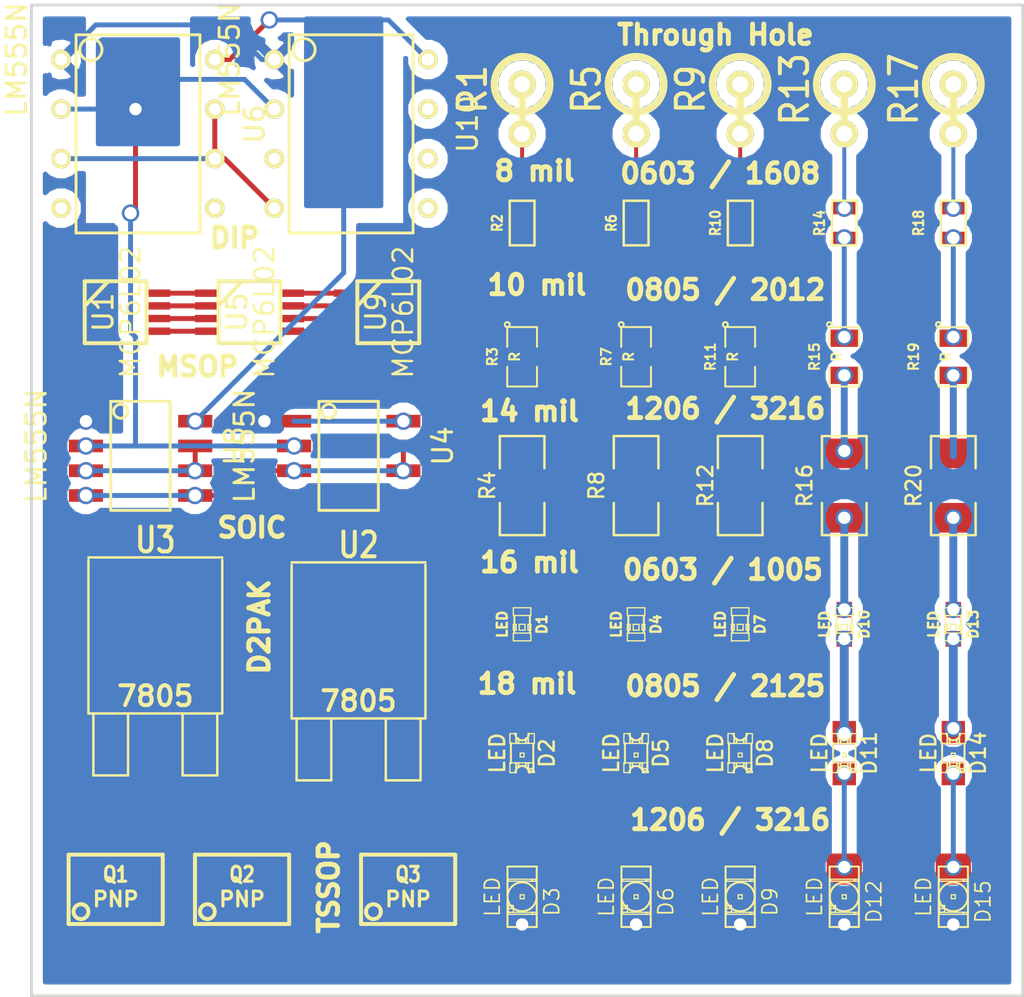
<source format=kicad_pcb>
(kicad_pcb (version 3) (host pcbnew "(2013-07-07 BZR 4022)-stable")

  (general
    (links 62)
    (no_connects 4)
    (area 193.726999 118.542999 244.677001 169.493001)
    (thickness 1.6)
    (drawings 22)
    (tracks 142)
    (zones 0)
    (modules 47)
    (nets 45)
  )

  (page A3)
  (layers
    (15 F.Cu signal)
    (0 B.Cu signal)
    (16 B.Adhes user)
    (17 F.Adhes user)
    (18 B.Paste user)
    (19 F.Paste user)
    (20 B.SilkS user)
    (21 F.SilkS user)
    (22 B.Mask user)
    (23 F.Mask user)
    (24 Dwgs.User user)
    (25 Cmts.User user)
    (26 Eco1.User user)
    (27 Eco2.User user)
    (28 Edge.Cuts user)
  )

  (setup
    (last_trace_width 0.254)
    (user_trace_width 0.2032)
    (user_trace_width 0.254)
    (user_trace_width 0.3556)
    (user_trace_width 0.4064)
    (user_trace_width 0.4572)
    (trace_clearance 0.254)
    (zone_clearance 0.508)
    (zone_45_only no)
    (trace_min 0.2032)
    (segment_width 0.2)
    (edge_width 0.15)
    (via_size 0.889)
    (via_drill 0.635)
    (via_min_size 0.889)
    (via_min_drill 0.508)
    (uvia_size 0.508)
    (uvia_drill 0.127)
    (uvias_allowed no)
    (uvia_min_size 0.508)
    (uvia_min_drill 0.127)
    (pcb_text_width 0.3)
    (pcb_text_size 1 1)
    (mod_edge_width 0.15)
    (mod_text_size 1 1)
    (mod_text_width 0.15)
    (pad_size 0.65 1.75)
    (pad_drill 0)
    (pad_to_mask_clearance 0)
    (aux_axis_origin 0 0)
    (visible_elements 7FFFFFFF)
    (pcbplotparams
      (layerselection 284196865)
      (usegerberextensions true)
      (excludeedgelayer true)
      (linewidth 0.150000)
      (plotframeref false)
      (viasonmask false)
      (mode 1)
      (useauxorigin false)
      (hpglpennumber 1)
      (hpglpenspeed 20)
      (hpglpendiameter 15)
      (hpglpenoverlay 2)
      (psnegative false)
      (psa4output false)
      (plotreference true)
      (plotvalue false)
      (plotothertext true)
      (plotinvisibletext false)
      (padsonsilk false)
      (subtractmaskfromsilk false)
      (outputformat 1)
      (mirror false)
      (drillshape 0)
      (scaleselection 1)
      (outputdirectory ""))
  )

  (net 0 "")
  (net 1 GND)
  (net 2 N-0000010)
  (net 3 N-0000011)
  (net 4 N-0000012)
  (net 5 N-0000013)
  (net 6 N-0000014)
  (net 7 N-0000015)
  (net 8 N-0000016)
  (net 9 N-0000017)
  (net 10 N-0000018)
  (net 11 N-0000019)
  (net 12 N-0000020)
  (net 13 N-0000022)
  (net 14 N-0000025)
  (net 15 N-0000026)
  (net 16 N-0000027)
  (net 17 N-0000028)
  (net 18 N-0000043)
  (net 19 N-0000044)
  (net 20 N-0000045)
  (net 21 N-0000046)
  (net 22 N-0000051)
  (net 23 N-0000053)
  (net 24 N-0000056)
  (net 25 N-0000058)
  (net 26 N-000006)
  (net 27 N-0000060)
  (net 28 N-0000065)
  (net 29 N-0000066)
  (net 30 N-0000067)
  (net 31 N-0000068)
  (net 32 N-0000069)
  (net 33 N-0000070)
  (net 34 N-0000071)
  (net 35 N-0000072)
  (net 36 N-0000073)
  (net 37 N-0000074)
  (net 38 N-0000075)
  (net 39 N-0000076)
  (net 40 N-0000077)
  (net 41 N-0000078)
  (net 42 N-000008)
  (net 43 Trigger)
  (net 44 VCC)

  (net_class Default "This is the default net class."
    (clearance 0.254)
    (trace_width 0.254)
    (via_dia 0.889)
    (via_drill 0.635)
    (uvia_dia 0.508)
    (uvia_drill 0.127)
    (add_net "")
    (add_net GND)
    (add_net N-0000010)
    (add_net N-0000011)
    (add_net N-0000012)
    (add_net N-0000013)
    (add_net N-0000014)
    (add_net N-0000015)
    (add_net N-0000016)
    (add_net N-0000017)
    (add_net N-0000018)
    (add_net N-0000019)
    (add_net N-0000020)
    (add_net N-0000022)
    (add_net N-0000025)
    (add_net N-0000026)
    (add_net N-0000027)
    (add_net N-0000028)
    (add_net N-0000043)
    (add_net N-0000044)
    (add_net N-0000045)
    (add_net N-0000046)
    (add_net N-0000051)
    (add_net N-0000053)
    (add_net N-0000056)
    (add_net N-0000058)
    (add_net N-000006)
    (add_net N-0000060)
    (add_net N-0000065)
    (add_net N-0000066)
    (add_net N-0000067)
    (add_net N-0000068)
    (add_net N-0000069)
    (add_net N-0000070)
    (add_net N-0000071)
    (add_net N-0000072)
    (add_net N-0000073)
    (add_net N-0000074)
    (add_net N-0000075)
    (add_net N-0000076)
    (add_net N-0000077)
    (add_net N-0000078)
    (add_net N-000008)
    (add_net Trigger)
    (add_net VCC)
  )

  (module SM1206 (layer F.Cu) (tedit 52EAB523) (tstamp 52EAAB0B)
    (at 218.948 143.256 270)
    (path /52EA99D1)
    (attr smd)
    (fp_text reference R4 (at 0 1.778 270) (layer F.SilkS)
      (effects (font (size 0.762 0.762) (thickness 0.127)))
    )
    (fp_text value R (at 0 0 270) (layer F.SilkS) hide
      (effects (font (size 0.762 0.762) (thickness 0.127)))
    )
    (fp_line (start -2.54 -1.143) (end -2.54 1.143) (layer F.SilkS) (width 0.127))
    (fp_line (start -2.54 1.143) (end -0.889 1.143) (layer F.SilkS) (width 0.127))
    (fp_line (start 0.889 -1.143) (end 2.54 -1.143) (layer F.SilkS) (width 0.127))
    (fp_line (start 2.54 -1.143) (end 2.54 1.143) (layer F.SilkS) (width 0.127))
    (fp_line (start 2.54 1.143) (end 0.889 1.143) (layer F.SilkS) (width 0.127))
    (fp_line (start -0.889 -1.143) (end -2.54 -1.143) (layer F.SilkS) (width 0.127))
    (pad 1 smd rect (at -1.651 0 270) (size 1.524 2.032)
      (layers F.Cu F.Paste F.Mask)
      (net 28 N-0000065)
    )
    (pad 2 smd rect (at 1.651 0 270) (size 1.524 2.032)
      (layers F.Cu F.Paste F.Mask)
      (net 2 N-0000010)
    )
    (model smd/chip_cms.wrl
      (at (xyz 0 0 0))
      (scale (xyz 0.17 0.16 0.16))
      (rotate (xyz 0 0 0))
    )
  )

  (module SM1206 (layer F.Cu) (tedit 52EAB51C) (tstamp 52EAAB17)
    (at 230.124 143.256 270)
    (path /52EA9BE9)
    (attr smd)
    (fp_text reference R12 (at 0 1.778 270) (layer F.SilkS)
      (effects (font (size 0.762 0.762) (thickness 0.127)))
    )
    (fp_text value R (at 0 0 270) (layer F.SilkS) hide
      (effects (font (size 0.762 0.762) (thickness 0.127)))
    )
    (fp_line (start -2.54 -1.143) (end -2.54 1.143) (layer F.SilkS) (width 0.127))
    (fp_line (start -2.54 1.143) (end -0.889 1.143) (layer F.SilkS) (width 0.127))
    (fp_line (start 0.889 -1.143) (end 2.54 -1.143) (layer F.SilkS) (width 0.127))
    (fp_line (start 2.54 -1.143) (end 2.54 1.143) (layer F.SilkS) (width 0.127))
    (fp_line (start 2.54 1.143) (end 0.889 1.143) (layer F.SilkS) (width 0.127))
    (fp_line (start -0.889 -1.143) (end -2.54 -1.143) (layer F.SilkS) (width 0.127))
    (pad 1 smd rect (at -1.651 0 270) (size 1.524 2.032)
      (layers F.Cu F.Paste F.Mask)
      (net 34 N-0000071)
    )
    (pad 2 smd rect (at 1.651 0 270) (size 1.524 2.032)
      (layers F.Cu F.Paste F.Mask)
      (net 4 N-0000012)
    )
    (model smd/chip_cms.wrl
      (at (xyz 0 0 0))
      (scale (xyz 0.17 0.16 0.16))
      (rotate (xyz 0 0 0))
    )
  )

  (module SM1206 (layer F.Cu) (tedit 52EAB526) (tstamp 52EAAB23)
    (at 235.458 143.256 270)
    (path /52EA9BF8)
    (attr smd)
    (fp_text reference R16 (at 0 2.032 270) (layer F.SilkS)
      (effects (font (size 0.762 0.762) (thickness 0.127)))
    )
    (fp_text value R (at 0 0 270) (layer F.SilkS) hide
      (effects (font (size 0.762 0.762) (thickness 0.127)))
    )
    (fp_line (start -2.54 -1.143) (end -2.54 1.143) (layer F.SilkS) (width 0.127))
    (fp_line (start -2.54 1.143) (end -0.889 1.143) (layer F.SilkS) (width 0.127))
    (fp_line (start 0.889 -1.143) (end 2.54 -1.143) (layer F.SilkS) (width 0.127))
    (fp_line (start 2.54 -1.143) (end 2.54 1.143) (layer F.SilkS) (width 0.127))
    (fp_line (start 2.54 1.143) (end 0.889 1.143) (layer F.SilkS) (width 0.127))
    (fp_line (start -0.889 -1.143) (end -2.54 -1.143) (layer F.SilkS) (width 0.127))
    (pad 1 smd rect (at -1.651 0 270) (size 1.524 2.032)
      (layers F.Cu F.Paste F.Mask)
      (net 32 N-0000069)
    )
    (pad 2 smd rect (at 1.651 0 270) (size 1.524 2.032)
      (layers F.Cu F.Paste F.Mask)
      (net 5 N-0000013)
    )
    (model smd/chip_cms.wrl
      (at (xyz 0 0 0))
      (scale (xyz 0.17 0.16 0.16))
      (rotate (xyz 0 0 0))
    )
  )

  (module SM1206 (layer F.Cu) (tedit 52EAB520) (tstamp 52EAAB2F)
    (at 224.79 143.256 270)
    (path /52EA9BDA)
    (attr smd)
    (fp_text reference R8 (at 0 2.032 270) (layer F.SilkS)
      (effects (font (size 0.762 0.762) (thickness 0.127)))
    )
    (fp_text value R (at 0 0 270) (layer F.SilkS) hide
      (effects (font (size 0.762 0.762) (thickness 0.127)))
    )
    (fp_line (start -2.54 -1.143) (end -2.54 1.143) (layer F.SilkS) (width 0.127))
    (fp_line (start -2.54 1.143) (end -0.889 1.143) (layer F.SilkS) (width 0.127))
    (fp_line (start 0.889 -1.143) (end 2.54 -1.143) (layer F.SilkS) (width 0.127))
    (fp_line (start 2.54 -1.143) (end 2.54 1.143) (layer F.SilkS) (width 0.127))
    (fp_line (start 2.54 1.143) (end 0.889 1.143) (layer F.SilkS) (width 0.127))
    (fp_line (start -0.889 -1.143) (end -2.54 -1.143) (layer F.SilkS) (width 0.127))
    (pad 1 smd rect (at -1.651 0 270) (size 1.524 2.032)
      (layers F.Cu F.Paste F.Mask)
      (net 36 N-0000073)
    )
    (pad 2 smd rect (at 1.651 0 270) (size 1.524 2.032)
      (layers F.Cu F.Paste F.Mask)
      (net 3 N-0000011)
    )
    (model smd/chip_cms.wrl
      (at (xyz 0 0 0))
      (scale (xyz 0.17 0.16 0.16))
      (rotate (xyz 0 0 0))
    )
  )

  (module SM1206 (layer F.Cu) (tedit 52EAB528) (tstamp 52EAAB3B)
    (at 241.046 143.256 270)
    (path /52EA9C07)
    (attr smd)
    (fp_text reference R20 (at 0 2.032 270) (layer F.SilkS)
      (effects (font (size 0.762 0.762) (thickness 0.127)))
    )
    (fp_text value R (at 0 0 270) (layer F.SilkS) hide
      (effects (font (size 0.762 0.762) (thickness 0.127)))
    )
    (fp_line (start -2.54 -1.143) (end -2.54 1.143) (layer F.SilkS) (width 0.127))
    (fp_line (start -2.54 1.143) (end -0.889 1.143) (layer F.SilkS) (width 0.127))
    (fp_line (start 0.889 -1.143) (end 2.54 -1.143) (layer F.SilkS) (width 0.127))
    (fp_line (start 2.54 -1.143) (end 2.54 1.143) (layer F.SilkS) (width 0.127))
    (fp_line (start 2.54 1.143) (end 0.889 1.143) (layer F.SilkS) (width 0.127))
    (fp_line (start -0.889 -1.143) (end -2.54 -1.143) (layer F.SilkS) (width 0.127))
    (pad 1 smd rect (at -1.651 0 270) (size 1.524 2.032)
      (layers F.Cu F.Paste F.Mask)
      (net 30 N-0000067)
    )
    (pad 2 smd rect (at 1.651 0 270) (size 1.524 2.032)
      (layers F.Cu F.Paste F.Mask)
      (net 6 N-0000014)
    )
    (model smd/chip_cms.wrl
      (at (xyz 0 0 0))
      (scale (xyz 0.17 0.16 0.16))
      (rotate (xyz 0 0 0))
    )
  )

  (module SM0805 (layer F.Cu) (tedit 52EAB507) (tstamp 52EAAB48)
    (at 224.79 136.652 270)
    (path /52EA9A0D)
    (attr smd)
    (fp_text reference R7 (at 0 1.524 270) (layer F.SilkS)
      (effects (font (size 0.50038 0.50038) (thickness 0.10922)))
    )
    (fp_text value R (at 0 0.381 270) (layer F.SilkS)
      (effects (font (size 0.50038 0.50038) (thickness 0.10922)))
    )
    (fp_circle (center -1.651 0.762) (end -1.651 0.635) (layer F.SilkS) (width 0.09906))
    (fp_line (start -0.508 0.762) (end -1.524 0.762) (layer F.SilkS) (width 0.09906))
    (fp_line (start -1.524 0.762) (end -1.524 -0.762) (layer F.SilkS) (width 0.09906))
    (fp_line (start -1.524 -0.762) (end -0.508 -0.762) (layer F.SilkS) (width 0.09906))
    (fp_line (start 0.508 -0.762) (end 1.524 -0.762) (layer F.SilkS) (width 0.09906))
    (fp_line (start 1.524 -0.762) (end 1.524 0.762) (layer F.SilkS) (width 0.09906))
    (fp_line (start 1.524 0.762) (end 0.508 0.762) (layer F.SilkS) (width 0.09906))
    (pad 1 smd rect (at -0.9525 0 270) (size 0.889 1.397)
      (layers F.Cu F.Paste F.Mask)
      (net 35 N-0000072)
    )
    (pad 2 smd rect (at 0.9525 0 270) (size 0.889 1.397)
      (layers F.Cu F.Paste F.Mask)
      (net 36 N-0000073)
    )
    (model smd/chip_cms.wrl
      (at (xyz 0 0 0))
      (scale (xyz 0.1 0.1 0.1))
      (rotate (xyz 0 0 0))
    )
  )

  (module SM0805 (layer F.Cu) (tedit 52EAB50A) (tstamp 52EAAB55)
    (at 218.948 136.652 270)
    (path /52EA9A1C)
    (attr smd)
    (fp_text reference R3 (at 0 1.524 270) (layer F.SilkS)
      (effects (font (size 0.50038 0.50038) (thickness 0.10922)))
    )
    (fp_text value R (at 0 0.381 270) (layer F.SilkS)
      (effects (font (size 0.50038 0.50038) (thickness 0.10922)))
    )
    (fp_circle (center -1.651 0.762) (end -1.651 0.635) (layer F.SilkS) (width 0.09906))
    (fp_line (start -0.508 0.762) (end -1.524 0.762) (layer F.SilkS) (width 0.09906))
    (fp_line (start -1.524 0.762) (end -1.524 -0.762) (layer F.SilkS) (width 0.09906))
    (fp_line (start -1.524 -0.762) (end -0.508 -0.762) (layer F.SilkS) (width 0.09906))
    (fp_line (start 0.508 -0.762) (end 1.524 -0.762) (layer F.SilkS) (width 0.09906))
    (fp_line (start 1.524 -0.762) (end 1.524 0.762) (layer F.SilkS) (width 0.09906))
    (fp_line (start 1.524 0.762) (end 0.508 0.762) (layer F.SilkS) (width 0.09906))
    (pad 1 smd rect (at -0.9525 0 270) (size 0.889 1.397)
      (layers F.Cu F.Paste F.Mask)
      (net 37 N-0000074)
    )
    (pad 2 smd rect (at 0.9525 0 270) (size 0.889 1.397)
      (layers F.Cu F.Paste F.Mask)
      (net 28 N-0000065)
    )
    (model smd/chip_cms.wrl
      (at (xyz 0 0 0))
      (scale (xyz 0.1 0.1 0.1))
      (rotate (xyz 0 0 0))
    )
  )

  (module SM0805 (layer F.Cu) (tedit 52EAB52D) (tstamp 52EAAB62)
    (at 241.046 136.652 270)
    (path /52EA99E0)
    (attr smd)
    (fp_text reference R19 (at 0 2.032 270) (layer F.SilkS)
      (effects (font (size 0.50038 0.50038) (thickness 0.10922)))
    )
    (fp_text value R (at 0 0.381 270) (layer F.SilkS)
      (effects (font (size 0.50038 0.50038) (thickness 0.10922)))
    )
    (fp_circle (center -1.651 0.762) (end -1.651 0.635) (layer F.SilkS) (width 0.09906))
    (fp_line (start -0.508 0.762) (end -1.524 0.762) (layer F.SilkS) (width 0.09906))
    (fp_line (start -1.524 0.762) (end -1.524 -0.762) (layer F.SilkS) (width 0.09906))
    (fp_line (start -1.524 -0.762) (end -0.508 -0.762) (layer F.SilkS) (width 0.09906))
    (fp_line (start 0.508 -0.762) (end 1.524 -0.762) (layer F.SilkS) (width 0.09906))
    (fp_line (start 1.524 -0.762) (end 1.524 0.762) (layer F.SilkS) (width 0.09906))
    (fp_line (start 1.524 0.762) (end 0.508 0.762) (layer F.SilkS) (width 0.09906))
    (pad 1 smd rect (at -0.9525 0 270) (size 0.889 1.397)
      (layers F.Cu F.Paste F.Mask)
      (net 29 N-0000066)
    )
    (pad 2 smd rect (at 0.9525 0 270) (size 0.889 1.397)
      (layers F.Cu F.Paste F.Mask)
      (net 30 N-0000067)
    )
    (model smd/chip_cms.wrl
      (at (xyz 0 0 0))
      (scale (xyz 0.1 0.1 0.1))
      (rotate (xyz 0 0 0))
    )
  )

  (module SM0805 (layer F.Cu) (tedit 52EAB50C) (tstamp 52EAAB6F)
    (at 235.458 136.652 270)
    (path /52EA99EF)
    (attr smd)
    (fp_text reference R15 (at 0 1.524 270) (layer F.SilkS)
      (effects (font (size 0.50038 0.50038) (thickness 0.10922)))
    )
    (fp_text value R (at 0 0.381 270) (layer F.SilkS)
      (effects (font (size 0.50038 0.50038) (thickness 0.10922)))
    )
    (fp_circle (center -1.651 0.762) (end -1.651 0.635) (layer F.SilkS) (width 0.09906))
    (fp_line (start -0.508 0.762) (end -1.524 0.762) (layer F.SilkS) (width 0.09906))
    (fp_line (start -1.524 0.762) (end -1.524 -0.762) (layer F.SilkS) (width 0.09906))
    (fp_line (start -1.524 -0.762) (end -0.508 -0.762) (layer F.SilkS) (width 0.09906))
    (fp_line (start 0.508 -0.762) (end 1.524 -0.762) (layer F.SilkS) (width 0.09906))
    (fp_line (start 1.524 -0.762) (end 1.524 0.762) (layer F.SilkS) (width 0.09906))
    (fp_line (start 1.524 0.762) (end 0.508 0.762) (layer F.SilkS) (width 0.09906))
    (pad 1 smd rect (at -0.9525 0 270) (size 0.889 1.397)
      (layers F.Cu F.Paste F.Mask)
      (net 31 N-0000068)
    )
    (pad 2 smd rect (at 0.9525 0 270) (size 0.889 1.397)
      (layers F.Cu F.Paste F.Mask)
      (net 32 N-0000069)
    )
    (model smd/chip_cms.wrl
      (at (xyz 0 0 0))
      (scale (xyz 0.1 0.1 0.1))
      (rotate (xyz 0 0 0))
    )
  )

  (module SM0805 (layer F.Cu) (tedit 52EAB505) (tstamp 52EAAB7C)
    (at 230.124 136.652 270)
    (path /52EA99FE)
    (attr smd)
    (fp_text reference R11 (at 0 1.524 270) (layer F.SilkS)
      (effects (font (size 0.50038 0.50038) (thickness 0.10922)))
    )
    (fp_text value R (at 0 0.381 270) (layer F.SilkS)
      (effects (font (size 0.50038 0.50038) (thickness 0.10922)))
    )
    (fp_circle (center -1.651 0.762) (end -1.651 0.635) (layer F.SilkS) (width 0.09906))
    (fp_line (start -0.508 0.762) (end -1.524 0.762) (layer F.SilkS) (width 0.09906))
    (fp_line (start -1.524 0.762) (end -1.524 -0.762) (layer F.SilkS) (width 0.09906))
    (fp_line (start -1.524 -0.762) (end -0.508 -0.762) (layer F.SilkS) (width 0.09906))
    (fp_line (start 0.508 -0.762) (end 1.524 -0.762) (layer F.SilkS) (width 0.09906))
    (fp_line (start 1.524 -0.762) (end 1.524 0.762) (layer F.SilkS) (width 0.09906))
    (fp_line (start 1.524 0.762) (end 0.508 0.762) (layer F.SilkS) (width 0.09906))
    (pad 1 smd rect (at -0.9525 0 270) (size 0.889 1.397)
      (layers F.Cu F.Paste F.Mask)
      (net 33 N-0000070)
    )
    (pad 2 smd rect (at 0.9525 0 270) (size 0.889 1.397)
      (layers F.Cu F.Paste F.Mask)
      (net 34 N-0000071)
    )
    (model smd/chip_cms.wrl
      (at (xyz 0 0 0))
      (scale (xyz 0.1 0.1 0.1))
      (rotate (xyz 0 0 0))
    )
  )

  (module SM0603 (layer F.Cu) (tedit 52EAB4C4) (tstamp 52EAAB86)
    (at 241.046 129.794 270)
    (path /52EA9A2B)
    (attr smd)
    (fp_text reference R18 (at 0 1.778 270) (layer F.SilkS)
      (effects (font (size 0.508 0.4572) (thickness 0.1143)))
    )
    (fp_text value R (at 0 0 270) (layer F.SilkS) hide
      (effects (font (size 0.508 0.4572) (thickness 0.1143)))
    )
    (fp_line (start -1.143 -0.635) (end 1.143 -0.635) (layer F.SilkS) (width 0.127))
    (fp_line (start 1.143 -0.635) (end 1.143 0.635) (layer F.SilkS) (width 0.127))
    (fp_line (start 1.143 0.635) (end -1.143 0.635) (layer F.SilkS) (width 0.127))
    (fp_line (start -1.143 0.635) (end -1.143 -0.635) (layer F.SilkS) (width 0.127))
    (pad 1 smd rect (at -0.762 0 270) (size 0.635 1.143)
      (layers F.Cu F.Paste F.Mask)
      (net 23 N-0000053)
    )
    (pad 2 smd rect (at 0.762 0 270) (size 0.635 1.143)
      (layers F.Cu F.Paste F.Mask)
      (net 29 N-0000066)
    )
    (model smd\resistors\R0603.wrl
      (at (xyz 0 0 0.001))
      (scale (xyz 0.5 0.5 0.5))
      (rotate (xyz 0 0 0))
    )
  )

  (module SM0603 (layer F.Cu) (tedit 52EAB4C0) (tstamp 52EAAB90)
    (at 235.458 129.794 270)
    (path /52EA9A3A)
    (attr smd)
    (fp_text reference R14 (at 0 1.27 270) (layer F.SilkS)
      (effects (font (size 0.508 0.4572) (thickness 0.1143)))
    )
    (fp_text value R (at 0 0 270) (layer F.SilkS) hide
      (effects (font (size 0.508 0.4572) (thickness 0.1143)))
    )
    (fp_line (start -1.143 -0.635) (end 1.143 -0.635) (layer F.SilkS) (width 0.127))
    (fp_line (start 1.143 -0.635) (end 1.143 0.635) (layer F.SilkS) (width 0.127))
    (fp_line (start 1.143 0.635) (end -1.143 0.635) (layer F.SilkS) (width 0.127))
    (fp_line (start -1.143 0.635) (end -1.143 -0.635) (layer F.SilkS) (width 0.127))
    (pad 1 smd rect (at -0.762 0 270) (size 0.635 1.143)
      (layers F.Cu F.Paste F.Mask)
      (net 22 N-0000051)
    )
    (pad 2 smd rect (at 0.762 0 270) (size 0.635 1.143)
      (layers F.Cu F.Paste F.Mask)
      (net 31 N-0000068)
    )
    (model smd\resistors\R0603.wrl
      (at (xyz 0 0 0.001))
      (scale (xyz 0.5 0.5 0.5))
      (rotate (xyz 0 0 0))
    )
  )

  (module SM0603 (layer F.Cu) (tedit 52EAB4BD) (tstamp 52EAAB9A)
    (at 230.124 129.794 270)
    (path /52EA9A49)
    (attr smd)
    (fp_text reference R10 (at 0 1.27 270) (layer F.SilkS)
      (effects (font (size 0.508 0.4572) (thickness 0.1143)))
    )
    (fp_text value R (at 0 0 270) (layer F.SilkS) hide
      (effects (font (size 0.508 0.4572) (thickness 0.1143)))
    )
    (fp_line (start -1.143 -0.635) (end 1.143 -0.635) (layer F.SilkS) (width 0.127))
    (fp_line (start 1.143 -0.635) (end 1.143 0.635) (layer F.SilkS) (width 0.127))
    (fp_line (start 1.143 0.635) (end -1.143 0.635) (layer F.SilkS) (width 0.127))
    (fp_line (start -1.143 0.635) (end -1.143 -0.635) (layer F.SilkS) (width 0.127))
    (pad 1 smd rect (at -0.762 0 270) (size 0.635 1.143)
      (layers F.Cu F.Paste F.Mask)
      (net 27 N-0000060)
    )
    (pad 2 smd rect (at 0.762 0 270) (size 0.635 1.143)
      (layers F.Cu F.Paste F.Mask)
      (net 33 N-0000070)
    )
    (model smd\resistors\R0603.wrl
      (at (xyz 0 0 0.001))
      (scale (xyz 0.5 0.5 0.5))
      (rotate (xyz 0 0 0))
    )
  )

  (module SM0603 (layer F.Cu) (tedit 52EAB4B9) (tstamp 52EAABA4)
    (at 224.79 129.794 270)
    (path /52EA9A58)
    (attr smd)
    (fp_text reference R6 (at 0 1.27 270) (layer F.SilkS)
      (effects (font (size 0.508 0.4572) (thickness 0.1143)))
    )
    (fp_text value R (at 0 0 270) (layer F.SilkS) hide
      (effects (font (size 0.508 0.4572) (thickness 0.1143)))
    )
    (fp_line (start -1.143 -0.635) (end 1.143 -0.635) (layer F.SilkS) (width 0.127))
    (fp_line (start 1.143 -0.635) (end 1.143 0.635) (layer F.SilkS) (width 0.127))
    (fp_line (start 1.143 0.635) (end -1.143 0.635) (layer F.SilkS) (width 0.127))
    (fp_line (start -1.143 0.635) (end -1.143 -0.635) (layer F.SilkS) (width 0.127))
    (pad 1 smd rect (at -0.762 0 270) (size 0.635 1.143)
      (layers F.Cu F.Paste F.Mask)
      (net 24 N-0000056)
    )
    (pad 2 smd rect (at 0.762 0 270) (size 0.635 1.143)
      (layers F.Cu F.Paste F.Mask)
      (net 35 N-0000072)
    )
    (model smd\resistors\R0603.wrl
      (at (xyz 0 0 0.001))
      (scale (xyz 0.5 0.5 0.5))
      (rotate (xyz 0 0 0))
    )
  )

  (module SM0603 (layer F.Cu) (tedit 52EAB4B5) (tstamp 52EAABAE)
    (at 218.948 129.794 270)
    (path /52EA9A67)
    (attr smd)
    (fp_text reference R2 (at 0 1.27 270) (layer F.SilkS)
      (effects (font (size 0.508 0.4572) (thickness 0.1143)))
    )
    (fp_text value R (at 0 0 270) (layer F.SilkS) hide
      (effects (font (size 0.508 0.4572) (thickness 0.1143)))
    )
    (fp_line (start -1.143 -0.635) (end 1.143 -0.635) (layer F.SilkS) (width 0.127))
    (fp_line (start 1.143 -0.635) (end 1.143 0.635) (layer F.SilkS) (width 0.127))
    (fp_line (start 1.143 0.635) (end -1.143 0.635) (layer F.SilkS) (width 0.127))
    (fp_line (start -1.143 0.635) (end -1.143 -0.635) (layer F.SilkS) (width 0.127))
    (pad 1 smd rect (at -0.762 0 270) (size 0.635 1.143)
      (layers F.Cu F.Paste F.Mask)
      (net 25 N-0000058)
    )
    (pad 2 smd rect (at 0.762 0 270) (size 0.635 1.143)
      (layers F.Cu F.Paste F.Mask)
      (net 37 N-0000074)
    )
    (model smd\resistors\R0603.wrl
      (at (xyz 0 0 0.001))
      (scale (xyz 0.5 0.5 0.5))
      (rotate (xyz 0 0 0))
    )
  )

  (module R1 (layer F.Cu) (tedit 52EAAECA) (tstamp 52EAABB6)
    (at 235.458 123.952 270)
    (descr "Resistance verticale")
    (tags R)
    (path /52EA9A85)
    (autoplace_cost90 10)
    (autoplace_cost180 10)
    (fp_text reference R13 (at -1.016 2.54 270) (layer F.SilkS)
      (effects (font (size 1.397 1.27) (thickness 0.2032)))
    )
    (fp_text value R (at -3.81 0 270) (layer F.SilkS) hide
      (effects (font (size 1.397 1.27) (thickness 0.2032)))
    )
    (fp_line (start -1.27 0) (end 1.27 0) (layer F.SilkS) (width 0.381))
    (fp_circle (center -1.27 0) (end -0.635 1.27) (layer F.SilkS) (width 0.381))
    (pad 1 thru_hole circle (at -1.27 0 270) (size 1.397 1.397) (drill 0.8128)
      (layers *.Cu *.Mask F.SilkS)
    )
    (pad 2 thru_hole circle (at 1.27 0 270) (size 1.397 1.397) (drill 0.8128)
      (layers *.Cu *.Mask F.SilkS)
      (net 22 N-0000051)
    )
    (model discret/verti_resistor.wrl
      (at (xyz 0 0 0))
      (scale (xyz 1 1 1))
      (rotate (xyz 0 0 0))
    )
  )

  (module R1 (layer F.Cu) (tedit 52EAAED2) (tstamp 52EAABBE)
    (at 224.79 123.952 270)
    (descr "Resistance verticale")
    (tags R)
    (path /52EA9A94)
    (autoplace_cost90 10)
    (autoplace_cost180 10)
    (fp_text reference R5 (at -1.016 2.54 270) (layer F.SilkS)
      (effects (font (size 1.397 1.27) (thickness 0.2032)))
    )
    (fp_text value R (at -3.81 0 270) (layer F.SilkS) hide
      (effects (font (size 1.397 1.27) (thickness 0.2032)))
    )
    (fp_line (start -1.27 0) (end 1.27 0) (layer F.SilkS) (width 0.381))
    (fp_circle (center -1.27 0) (end -0.635 1.27) (layer F.SilkS) (width 0.381))
    (pad 1 thru_hole circle (at -1.27 0 270) (size 1.397 1.397) (drill 0.8128)
      (layers *.Cu *.Mask F.SilkS)
    )
    (pad 2 thru_hole circle (at 1.27 0 270) (size 1.397 1.397) (drill 0.8128)
      (layers *.Cu *.Mask F.SilkS)
      (net 24 N-0000056)
    )
    (model discret/verti_resistor.wrl
      (at (xyz 0 0 0))
      (scale (xyz 1 1 1))
      (rotate (xyz 0 0 0))
    )
  )

  (module R1 (layer F.Cu) (tedit 52EAAED8) (tstamp 52EAB5B4)
    (at 218.948 123.952 270)
    (descr "Resistance verticale")
    (tags R)
    (path /52EA9AA3)
    (autoplace_cost90 10)
    (autoplace_cost180 10)
    (fp_text reference R1 (at -1.016 2.54 270) (layer F.SilkS)
      (effects (font (size 1.397 1.27) (thickness 0.2032)))
    )
    (fp_text value R (at -4.064 0 270) (layer F.SilkS) hide
      (effects (font (size 1.397 1.27) (thickness 0.2032)))
    )
    (fp_line (start -1.27 0) (end 1.27 0) (layer F.SilkS) (width 0.381))
    (fp_circle (center -1.27 0) (end -0.635 1.27) (layer F.SilkS) (width 0.381))
    (pad 1 thru_hole circle (at -1.27 0 270) (size 1.397 1.397) (drill 0.8128)
      (layers *.Cu *.Mask F.SilkS)
    )
    (pad 2 thru_hole circle (at 1.27 0 270) (size 1.397 1.397) (drill 0.8128)
      (layers *.Cu *.Mask F.SilkS)
      (net 25 N-0000058)
    )
    (model discret/verti_resistor.wrl
      (at (xyz 0 0 0))
      (scale (xyz 1 1 1))
      (rotate (xyz 0 0 0))
    )
  )

  (module R1 (layer F.Cu) (tedit 52EAAECE) (tstamp 52EAABCE)
    (at 230.124 123.952 270)
    (descr "Resistance verticale")
    (tags R)
    (path /52EA9AD0)
    (autoplace_cost90 10)
    (autoplace_cost180 10)
    (fp_text reference R9 (at -1.016 2.54 270) (layer F.SilkS)
      (effects (font (size 1.397 1.27) (thickness 0.2032)))
    )
    (fp_text value R (at -3.81 -0.254 270) (layer F.SilkS) hide
      (effects (font (size 1.397 1.27) (thickness 0.2032)))
    )
    (fp_line (start -1.27 0) (end 1.27 0) (layer F.SilkS) (width 0.381))
    (fp_circle (center -1.27 0) (end -0.635 1.27) (layer F.SilkS) (width 0.381))
    (pad 1 thru_hole circle (at -1.27 0 270) (size 1.397 1.397) (drill 0.8128)
      (layers *.Cu *.Mask F.SilkS)
    )
    (pad 2 thru_hole circle (at 1.27 0 270) (size 1.397 1.397) (drill 0.8128)
      (layers *.Cu *.Mask F.SilkS)
      (net 27 N-0000060)
    )
    (model discret/verti_resistor.wrl
      (at (xyz 0 0 0))
      (scale (xyz 1 1 1))
      (rotate (xyz 0 0 0))
    )
  )

  (module R1 (layer F.Cu) (tedit 52EAAEBF) (tstamp 52EAABD6)
    (at 241.046 123.952 270)
    (descr "Resistance verticale")
    (tags R)
    (path /52EA9A76)
    (autoplace_cost90 10)
    (autoplace_cost180 10)
    (fp_text reference R17 (at -1.016 2.54 270) (layer F.SilkS)
      (effects (font (size 1.397 1.27) (thickness 0.2032)))
    )
    (fp_text value R (at -3.81 -0.254 270) (layer F.SilkS) hide
      (effects (font (size 1.397 1.27) (thickness 0.2032)))
    )
    (fp_line (start -1.27 0) (end 1.27 0) (layer F.SilkS) (width 0.381))
    (fp_circle (center -1.27 0) (end -0.635 1.27) (layer F.SilkS) (width 0.381))
    (pad 1 thru_hole circle (at -1.27 0 270) (size 1.397 1.397) (drill 0.8128)
      (layers *.Cu *.Mask F.SilkS)
    )
    (pad 2 thru_hole circle (at 1.27 0 270) (size 1.397 1.397) (drill 0.8128)
      (layers *.Cu *.Mask F.SilkS)
      (net 23 N-0000053)
    )
    (model discret/verti_resistor.wrl
      (at (xyz 0 0 0))
      (scale (xyz 1 1 1))
      (rotate (xyz 0 0 0))
    )
  )

  (module MSOP_8 (layer F.Cu) (tedit 48A96A8A) (tstamp 52EAABE7)
    (at 212.09 134.366 270)
    (path /52E880D7)
    (fp_text reference U9 (at 0 0.635 270) (layer F.SilkS)
      (effects (font (size 1.00076 1.00076) (thickness 0.1524)))
    )
    (fp_text value MCP6L02 (at 0 -0.762 270) (layer F.SilkS)
      (effects (font (size 1.00076 1.00076) (thickness 0.127)))
    )
    (fp_line (start -0.3175 1.5875) (end -1.5875 0.381) (layer F.SilkS) (width 0.2032))
    (fp_line (start -1.5875 1.5875) (end 1.5875 1.5875) (layer F.SilkS) (width 0.2032))
    (fp_line (start 1.5875 1.5875) (end 1.5875 -1.5875) (layer F.SilkS) (width 0.2032))
    (fp_line (start 1.5875 -1.5875) (end -1.5875 -1.5875) (layer F.SilkS) (width 0.2032))
    (fp_line (start -1.5875 -1.5875) (end -1.5875 1.5875) (layer F.SilkS) (width 0.2032))
    (pad 1 smd rect (at -0.97536 2.159 270) (size 0.381 1.27)
      (layers F.Cu F.Paste F.Mask)
      (net 12 N-0000020)
    )
    (pad 2 smd rect (at -0.32512 2.159 270) (size 0.381 1.27)
      (layers F.Cu F.Paste F.Mask)
      (net 18 N-0000043)
    )
    (pad 3 smd rect (at 0.32512 2.159 270) (size 0.381 1.27)
      (layers F.Cu F.Paste F.Mask)
      (net 19 N-0000044)
    )
    (pad 4 smd rect (at 0.97536 2.159 270) (size 0.381 1.27)
      (layers F.Cu F.Paste F.Mask)
      (net 20 N-0000045)
    )
    (pad 5 smd rect (at 0.97536 -2.159 270) (size 0.381 1.27)
      (layers F.Cu F.Paste F.Mask)
    )
    (pad 6 smd rect (at 0.32512 -2.159 270) (size 0.381 1.27)
      (layers F.Cu F.Paste F.Mask)
    )
    (pad 7 smd rect (at -0.32512 -2.159 270) (size 0.381 1.27)
      (layers F.Cu F.Paste F.Mask)
    )
    (pad 8 smd rect (at -0.97536 -2.159 270) (size 0.381 1.27)
      (layers F.Cu F.Paste F.Mask)
    )
    (model smd/MSOP_8.wrl
      (at (xyz 0 0 0.001))
      (scale (xyz 0.3937 0.3937 0.3937))
      (rotate (xyz 0 0 0))
    )
  )

  (module MSOP_8 (layer F.Cu) (tedit 48A96A8A) (tstamp 52EAABF8)
    (at 204.978 134.366 270)
    (path /52E880E6)
    (fp_text reference U5 (at 0 0.635 270) (layer F.SilkS)
      (effects (font (size 1.00076 1.00076) (thickness 0.1524)))
    )
    (fp_text value MCP6L02 (at 0 -0.762 270) (layer F.SilkS)
      (effects (font (size 1.00076 1.00076) (thickness 0.127)))
    )
    (fp_line (start -0.3175 1.5875) (end -1.5875 0.381) (layer F.SilkS) (width 0.2032))
    (fp_line (start -1.5875 1.5875) (end 1.5875 1.5875) (layer F.SilkS) (width 0.2032))
    (fp_line (start 1.5875 1.5875) (end 1.5875 -1.5875) (layer F.SilkS) (width 0.2032))
    (fp_line (start 1.5875 -1.5875) (end -1.5875 -1.5875) (layer F.SilkS) (width 0.2032))
    (fp_line (start -1.5875 -1.5875) (end -1.5875 1.5875) (layer F.SilkS) (width 0.2032))
    (pad 1 smd rect (at -0.97536 2.159 270) (size 0.381 1.27)
      (layers F.Cu F.Paste F.Mask)
      (net 16 N-0000027)
    )
    (pad 2 smd rect (at -0.32512 2.159 270) (size 0.381 1.27)
      (layers F.Cu F.Paste F.Mask)
      (net 15 N-0000026)
    )
    (pad 3 smd rect (at 0.32512 2.159 270) (size 0.381 1.27)
      (layers F.Cu F.Paste F.Mask)
      (net 14 N-0000025)
    )
    (pad 4 smd rect (at 0.97536 2.159 270) (size 0.381 1.27)
      (layers F.Cu F.Paste F.Mask)
      (net 17 N-0000028)
    )
    (pad 5 smd rect (at 0.97536 -2.159 270) (size 0.381 1.27)
      (layers F.Cu F.Paste F.Mask)
      (net 20 N-0000045)
    )
    (pad 6 smd rect (at 0.32512 -2.159 270) (size 0.381 1.27)
      (layers F.Cu F.Paste F.Mask)
      (net 19 N-0000044)
    )
    (pad 7 smd rect (at -0.32512 -2.159 270) (size 0.381 1.27)
      (layers F.Cu F.Paste F.Mask)
      (net 18 N-0000043)
    )
    (pad 8 smd rect (at -0.97536 -2.159 270) (size 0.381 1.27)
      (layers F.Cu F.Paste F.Mask)
      (net 12 N-0000020)
    )
    (model smd/MSOP_8.wrl
      (at (xyz 0 0 0.001))
      (scale (xyz 0.3937 0.3937 0.3937))
      (rotate (xyz 0 0 0))
    )
  )

  (module LED-1206 (layer F.Cu) (tedit 49BFA1FF) (tstamp 52EAAC22)
    (at 218.948 164.338 270)
    (descr "LED 1206 smd package")
    (tags "LED1206 SMD")
    (path /52EA9C48)
    (attr smd)
    (fp_text reference D3 (at 0.254 -1.524 270) (layer F.SilkS)
      (effects (font (size 0.762 0.762) (thickness 0.0889)))
    )
    (fp_text value LED (at 0 1.524 270) (layer F.SilkS)
      (effects (font (size 0.762 0.762) (thickness 0.0889)))
    )
    (fp_line (start -0.09906 0.09906) (end 0.09906 0.09906) (layer F.SilkS) (width 0.06604))
    (fp_line (start 0.09906 0.09906) (end 0.09906 -0.09906) (layer F.SilkS) (width 0.06604))
    (fp_line (start -0.09906 -0.09906) (end 0.09906 -0.09906) (layer F.SilkS) (width 0.06604))
    (fp_line (start -0.09906 0.09906) (end -0.09906 -0.09906) (layer F.SilkS) (width 0.06604))
    (fp_line (start 0.44958 0.6985) (end 0.79756 0.6985) (layer F.SilkS) (width 0.06604))
    (fp_line (start 0.79756 0.6985) (end 0.79756 0.44958) (layer F.SilkS) (width 0.06604))
    (fp_line (start 0.44958 0.44958) (end 0.79756 0.44958) (layer F.SilkS) (width 0.06604))
    (fp_line (start 0.44958 0.6985) (end 0.44958 0.44958) (layer F.SilkS) (width 0.06604))
    (fp_line (start 0.79756 0.6985) (end 0.89916 0.6985) (layer F.SilkS) (width 0.06604))
    (fp_line (start 0.89916 0.6985) (end 0.89916 -0.49784) (layer F.SilkS) (width 0.06604))
    (fp_line (start 0.79756 -0.49784) (end 0.89916 -0.49784) (layer F.SilkS) (width 0.06604))
    (fp_line (start 0.79756 0.6985) (end 0.79756 -0.49784) (layer F.SilkS) (width 0.06604))
    (fp_line (start 0.79756 -0.54864) (end 0.89916 -0.54864) (layer F.SilkS) (width 0.06604))
    (fp_line (start 0.89916 -0.54864) (end 0.89916 -0.6985) (layer F.SilkS) (width 0.06604))
    (fp_line (start 0.79756 -0.6985) (end 0.89916 -0.6985) (layer F.SilkS) (width 0.06604))
    (fp_line (start 0.79756 -0.54864) (end 0.79756 -0.6985) (layer F.SilkS) (width 0.06604))
    (fp_line (start -0.89916 0.6985) (end -0.79756 0.6985) (layer F.SilkS) (width 0.06604))
    (fp_line (start -0.79756 0.6985) (end -0.79756 -0.49784) (layer F.SilkS) (width 0.06604))
    (fp_line (start -0.89916 -0.49784) (end -0.79756 -0.49784) (layer F.SilkS) (width 0.06604))
    (fp_line (start -0.89916 0.6985) (end -0.89916 -0.49784) (layer F.SilkS) (width 0.06604))
    (fp_line (start -0.89916 -0.54864) (end -0.79756 -0.54864) (layer F.SilkS) (width 0.06604))
    (fp_line (start -0.79756 -0.54864) (end -0.79756 -0.6985) (layer F.SilkS) (width 0.06604))
    (fp_line (start -0.89916 -0.6985) (end -0.79756 -0.6985) (layer F.SilkS) (width 0.06604))
    (fp_line (start -0.89916 -0.54864) (end -0.89916 -0.6985) (layer F.SilkS) (width 0.06604))
    (fp_line (start 0.44958 0.6985) (end 0.59944 0.6985) (layer F.SilkS) (width 0.06604))
    (fp_line (start 0.59944 0.6985) (end 0.59944 0.44958) (layer F.SilkS) (width 0.06604))
    (fp_line (start 0.44958 0.44958) (end 0.59944 0.44958) (layer F.SilkS) (width 0.06604))
    (fp_line (start 0.44958 0.6985) (end 0.44958 0.44958) (layer F.SilkS) (width 0.06604))
    (fp_line (start 1.5494 0.7493) (end -1.5494 0.7493) (layer F.SilkS) (width 0.1016))
    (fp_line (start -1.5494 0.7493) (end -1.5494 -0.7493) (layer F.SilkS) (width 0.1016))
    (fp_line (start -1.5494 -0.7493) (end 1.5494 -0.7493) (layer F.SilkS) (width 0.1016))
    (fp_line (start 1.5494 -0.7493) (end 1.5494 0.7493) (layer F.SilkS) (width 0.1016))
    (fp_arc (start 0 0) (end 0.54864 0.49784) (angle 95.4) (layer F.SilkS) (width 0.1016))
    (fp_arc (start 0 0) (end -0.54864 0.49784) (angle 84.5) (layer F.SilkS) (width 0.1016))
    (fp_arc (start 0 0) (end -0.54864 -0.49784) (angle 95.4) (layer F.SilkS) (width 0.1016))
    (fp_arc (start 0 0) (end 0.54864 -0.49784) (angle 84.5) (layer F.SilkS) (width 0.1016))
    (pad 1 smd rect (at -1.41986 0 270) (size 1.59766 1.80086)
      (layers F.Cu F.Paste F.Mask)
      (net 39 N-0000076)
    )
    (pad 2 smd rect (at 1.41986 0 270) (size 1.59766 1.80086)
      (layers F.Cu F.Paste F.Mask)
      (net 1 GND)
    )
  )

  (module LED-1206 (layer F.Cu) (tedit 49BFA1FF) (tstamp 52EAAC4C)
    (at 224.79 164.338 270)
    (descr "LED 1206 smd package")
    (tags "LED1206 SMD")
    (path /52EA9C57)
    (attr smd)
    (fp_text reference D6 (at 0.254 -1.524 270) (layer F.SilkS)
      (effects (font (size 0.762 0.762) (thickness 0.0889)))
    )
    (fp_text value LED (at 0 1.524 270) (layer F.SilkS)
      (effects (font (size 0.762 0.762) (thickness 0.0889)))
    )
    (fp_line (start -0.09906 0.09906) (end 0.09906 0.09906) (layer F.SilkS) (width 0.06604))
    (fp_line (start 0.09906 0.09906) (end 0.09906 -0.09906) (layer F.SilkS) (width 0.06604))
    (fp_line (start -0.09906 -0.09906) (end 0.09906 -0.09906) (layer F.SilkS) (width 0.06604))
    (fp_line (start -0.09906 0.09906) (end -0.09906 -0.09906) (layer F.SilkS) (width 0.06604))
    (fp_line (start 0.44958 0.6985) (end 0.79756 0.6985) (layer F.SilkS) (width 0.06604))
    (fp_line (start 0.79756 0.6985) (end 0.79756 0.44958) (layer F.SilkS) (width 0.06604))
    (fp_line (start 0.44958 0.44958) (end 0.79756 0.44958) (layer F.SilkS) (width 0.06604))
    (fp_line (start 0.44958 0.6985) (end 0.44958 0.44958) (layer F.SilkS) (width 0.06604))
    (fp_line (start 0.79756 0.6985) (end 0.89916 0.6985) (layer F.SilkS) (width 0.06604))
    (fp_line (start 0.89916 0.6985) (end 0.89916 -0.49784) (layer F.SilkS) (width 0.06604))
    (fp_line (start 0.79756 -0.49784) (end 0.89916 -0.49784) (layer F.SilkS) (width 0.06604))
    (fp_line (start 0.79756 0.6985) (end 0.79756 -0.49784) (layer F.SilkS) (width 0.06604))
    (fp_line (start 0.79756 -0.54864) (end 0.89916 -0.54864) (layer F.SilkS) (width 0.06604))
    (fp_line (start 0.89916 -0.54864) (end 0.89916 -0.6985) (layer F.SilkS) (width 0.06604))
    (fp_line (start 0.79756 -0.6985) (end 0.89916 -0.6985) (layer F.SilkS) (width 0.06604))
    (fp_line (start 0.79756 -0.54864) (end 0.79756 -0.6985) (layer F.SilkS) (width 0.06604))
    (fp_line (start -0.89916 0.6985) (end -0.79756 0.6985) (layer F.SilkS) (width 0.06604))
    (fp_line (start -0.79756 0.6985) (end -0.79756 -0.49784) (layer F.SilkS) (width 0.06604))
    (fp_line (start -0.89916 -0.49784) (end -0.79756 -0.49784) (layer F.SilkS) (width 0.06604))
    (fp_line (start -0.89916 0.6985) (end -0.89916 -0.49784) (layer F.SilkS) (width 0.06604))
    (fp_line (start -0.89916 -0.54864) (end -0.79756 -0.54864) (layer F.SilkS) (width 0.06604))
    (fp_line (start -0.79756 -0.54864) (end -0.79756 -0.6985) (layer F.SilkS) (width 0.06604))
    (fp_line (start -0.89916 -0.6985) (end -0.79756 -0.6985) (layer F.SilkS) (width 0.06604))
    (fp_line (start -0.89916 -0.54864) (end -0.89916 -0.6985) (layer F.SilkS) (width 0.06604))
    (fp_line (start 0.44958 0.6985) (end 0.59944 0.6985) (layer F.SilkS) (width 0.06604))
    (fp_line (start 0.59944 0.6985) (end 0.59944 0.44958) (layer F.SilkS) (width 0.06604))
    (fp_line (start 0.44958 0.44958) (end 0.59944 0.44958) (layer F.SilkS) (width 0.06604))
    (fp_line (start 0.44958 0.6985) (end 0.44958 0.44958) (layer F.SilkS) (width 0.06604))
    (fp_line (start 1.5494 0.7493) (end -1.5494 0.7493) (layer F.SilkS) (width 0.1016))
    (fp_line (start -1.5494 0.7493) (end -1.5494 -0.7493) (layer F.SilkS) (width 0.1016))
    (fp_line (start -1.5494 -0.7493) (end 1.5494 -0.7493) (layer F.SilkS) (width 0.1016))
    (fp_line (start 1.5494 -0.7493) (end 1.5494 0.7493) (layer F.SilkS) (width 0.1016))
    (fp_arc (start 0 0) (end 0.54864 0.49784) (angle 95.4) (layer F.SilkS) (width 0.1016))
    (fp_arc (start 0 0) (end -0.54864 0.49784) (angle 84.5) (layer F.SilkS) (width 0.1016))
    (fp_arc (start 0 0) (end -0.54864 -0.49784) (angle 95.4) (layer F.SilkS) (width 0.1016))
    (fp_arc (start 0 0) (end 0.54864 -0.49784) (angle 84.5) (layer F.SilkS) (width 0.1016))
    (pad 1 smd rect (at -1.41986 0 270) (size 1.59766 1.80086)
      (layers F.Cu F.Paste F.Mask)
      (net 40 N-0000077)
    )
    (pad 2 smd rect (at 1.41986 0 270) (size 1.59766 1.80086)
      (layers F.Cu F.Paste F.Mask)
      (net 1 GND)
    )
  )

  (module LED-1206 (layer F.Cu) (tedit 49BFA1FF) (tstamp 52EAAC76)
    (at 230.124 164.338 270)
    (descr "LED 1206 smd package")
    (tags "LED1206 SMD")
    (path /52EA9C66)
    (attr smd)
    (fp_text reference D9 (at 0.254 -1.524 270) (layer F.SilkS)
      (effects (font (size 0.762 0.762) (thickness 0.0889)))
    )
    (fp_text value LED (at 0 1.524 270) (layer F.SilkS)
      (effects (font (size 0.762 0.762) (thickness 0.0889)))
    )
    (fp_line (start -0.09906 0.09906) (end 0.09906 0.09906) (layer F.SilkS) (width 0.06604))
    (fp_line (start 0.09906 0.09906) (end 0.09906 -0.09906) (layer F.SilkS) (width 0.06604))
    (fp_line (start -0.09906 -0.09906) (end 0.09906 -0.09906) (layer F.SilkS) (width 0.06604))
    (fp_line (start -0.09906 0.09906) (end -0.09906 -0.09906) (layer F.SilkS) (width 0.06604))
    (fp_line (start 0.44958 0.6985) (end 0.79756 0.6985) (layer F.SilkS) (width 0.06604))
    (fp_line (start 0.79756 0.6985) (end 0.79756 0.44958) (layer F.SilkS) (width 0.06604))
    (fp_line (start 0.44958 0.44958) (end 0.79756 0.44958) (layer F.SilkS) (width 0.06604))
    (fp_line (start 0.44958 0.6985) (end 0.44958 0.44958) (layer F.SilkS) (width 0.06604))
    (fp_line (start 0.79756 0.6985) (end 0.89916 0.6985) (layer F.SilkS) (width 0.06604))
    (fp_line (start 0.89916 0.6985) (end 0.89916 -0.49784) (layer F.SilkS) (width 0.06604))
    (fp_line (start 0.79756 -0.49784) (end 0.89916 -0.49784) (layer F.SilkS) (width 0.06604))
    (fp_line (start 0.79756 0.6985) (end 0.79756 -0.49784) (layer F.SilkS) (width 0.06604))
    (fp_line (start 0.79756 -0.54864) (end 0.89916 -0.54864) (layer F.SilkS) (width 0.06604))
    (fp_line (start 0.89916 -0.54864) (end 0.89916 -0.6985) (layer F.SilkS) (width 0.06604))
    (fp_line (start 0.79756 -0.6985) (end 0.89916 -0.6985) (layer F.SilkS) (width 0.06604))
    (fp_line (start 0.79756 -0.54864) (end 0.79756 -0.6985) (layer F.SilkS) (width 0.06604))
    (fp_line (start -0.89916 0.6985) (end -0.79756 0.6985) (layer F.SilkS) (width 0.06604))
    (fp_line (start -0.79756 0.6985) (end -0.79756 -0.49784) (layer F.SilkS) (width 0.06604))
    (fp_line (start -0.89916 -0.49784) (end -0.79756 -0.49784) (layer F.SilkS) (width 0.06604))
    (fp_line (start -0.89916 0.6985) (end -0.89916 -0.49784) (layer F.SilkS) (width 0.06604))
    (fp_line (start -0.89916 -0.54864) (end -0.79756 -0.54864) (layer F.SilkS) (width 0.06604))
    (fp_line (start -0.79756 -0.54864) (end -0.79756 -0.6985) (layer F.SilkS) (width 0.06604))
    (fp_line (start -0.89916 -0.6985) (end -0.79756 -0.6985) (layer F.SilkS) (width 0.06604))
    (fp_line (start -0.89916 -0.54864) (end -0.89916 -0.6985) (layer F.SilkS) (width 0.06604))
    (fp_line (start 0.44958 0.6985) (end 0.59944 0.6985) (layer F.SilkS) (width 0.06604))
    (fp_line (start 0.59944 0.6985) (end 0.59944 0.44958) (layer F.SilkS) (width 0.06604))
    (fp_line (start 0.44958 0.44958) (end 0.59944 0.44958) (layer F.SilkS) (width 0.06604))
    (fp_line (start 0.44958 0.6985) (end 0.44958 0.44958) (layer F.SilkS) (width 0.06604))
    (fp_line (start 1.5494 0.7493) (end -1.5494 0.7493) (layer F.SilkS) (width 0.1016))
    (fp_line (start -1.5494 0.7493) (end -1.5494 -0.7493) (layer F.SilkS) (width 0.1016))
    (fp_line (start -1.5494 -0.7493) (end 1.5494 -0.7493) (layer F.SilkS) (width 0.1016))
    (fp_line (start 1.5494 -0.7493) (end 1.5494 0.7493) (layer F.SilkS) (width 0.1016))
    (fp_arc (start 0 0) (end 0.54864 0.49784) (angle 95.4) (layer F.SilkS) (width 0.1016))
    (fp_arc (start 0 0) (end -0.54864 0.49784) (angle 84.5) (layer F.SilkS) (width 0.1016))
    (fp_arc (start 0 0) (end -0.54864 -0.49784) (angle 95.4) (layer F.SilkS) (width 0.1016))
    (fp_arc (start 0 0) (end 0.54864 -0.49784) (angle 84.5) (layer F.SilkS) (width 0.1016))
    (pad 1 smd rect (at -1.41986 0 270) (size 1.59766 1.80086)
      (layers F.Cu F.Paste F.Mask)
      (net 41 N-0000078)
    )
    (pad 2 smd rect (at 1.41986 0 270) (size 1.59766 1.80086)
      (layers F.Cu F.Paste F.Mask)
      (net 1 GND)
    )
  )

  (module LED-1206 (layer F.Cu) (tedit 49BFA1FF) (tstamp 52EAACA0)
    (at 241.046 164.338 270)
    (descr "LED 1206 smd package")
    (tags "LED1206 SMD")
    (path /52EA9C84)
    (attr smd)
    (fp_text reference D15 (at 0.254 -1.524 270) (layer F.SilkS)
      (effects (font (size 0.762 0.762) (thickness 0.0889)))
    )
    (fp_text value LED (at 0 1.524 270) (layer F.SilkS)
      (effects (font (size 0.762 0.762) (thickness 0.0889)))
    )
    (fp_line (start -0.09906 0.09906) (end 0.09906 0.09906) (layer F.SilkS) (width 0.06604))
    (fp_line (start 0.09906 0.09906) (end 0.09906 -0.09906) (layer F.SilkS) (width 0.06604))
    (fp_line (start -0.09906 -0.09906) (end 0.09906 -0.09906) (layer F.SilkS) (width 0.06604))
    (fp_line (start -0.09906 0.09906) (end -0.09906 -0.09906) (layer F.SilkS) (width 0.06604))
    (fp_line (start 0.44958 0.6985) (end 0.79756 0.6985) (layer F.SilkS) (width 0.06604))
    (fp_line (start 0.79756 0.6985) (end 0.79756 0.44958) (layer F.SilkS) (width 0.06604))
    (fp_line (start 0.44958 0.44958) (end 0.79756 0.44958) (layer F.SilkS) (width 0.06604))
    (fp_line (start 0.44958 0.6985) (end 0.44958 0.44958) (layer F.SilkS) (width 0.06604))
    (fp_line (start 0.79756 0.6985) (end 0.89916 0.6985) (layer F.SilkS) (width 0.06604))
    (fp_line (start 0.89916 0.6985) (end 0.89916 -0.49784) (layer F.SilkS) (width 0.06604))
    (fp_line (start 0.79756 -0.49784) (end 0.89916 -0.49784) (layer F.SilkS) (width 0.06604))
    (fp_line (start 0.79756 0.6985) (end 0.79756 -0.49784) (layer F.SilkS) (width 0.06604))
    (fp_line (start 0.79756 -0.54864) (end 0.89916 -0.54864) (layer F.SilkS) (width 0.06604))
    (fp_line (start 0.89916 -0.54864) (end 0.89916 -0.6985) (layer F.SilkS) (width 0.06604))
    (fp_line (start 0.79756 -0.6985) (end 0.89916 -0.6985) (layer F.SilkS) (width 0.06604))
    (fp_line (start 0.79756 -0.54864) (end 0.79756 -0.6985) (layer F.SilkS) (width 0.06604))
    (fp_line (start -0.89916 0.6985) (end -0.79756 0.6985) (layer F.SilkS) (width 0.06604))
    (fp_line (start -0.79756 0.6985) (end -0.79756 -0.49784) (layer F.SilkS) (width 0.06604))
    (fp_line (start -0.89916 -0.49784) (end -0.79756 -0.49784) (layer F.SilkS) (width 0.06604))
    (fp_line (start -0.89916 0.6985) (end -0.89916 -0.49784) (layer F.SilkS) (width 0.06604))
    (fp_line (start -0.89916 -0.54864) (end -0.79756 -0.54864) (layer F.SilkS) (width 0.06604))
    (fp_line (start -0.79756 -0.54864) (end -0.79756 -0.6985) (layer F.SilkS) (width 0.06604))
    (fp_line (start -0.89916 -0.6985) (end -0.79756 -0.6985) (layer F.SilkS) (width 0.06604))
    (fp_line (start -0.89916 -0.54864) (end -0.89916 -0.6985) (layer F.SilkS) (width 0.06604))
    (fp_line (start 0.44958 0.6985) (end 0.59944 0.6985) (layer F.SilkS) (width 0.06604))
    (fp_line (start 0.59944 0.6985) (end 0.59944 0.44958) (layer F.SilkS) (width 0.06604))
    (fp_line (start 0.44958 0.44958) (end 0.59944 0.44958) (layer F.SilkS) (width 0.06604))
    (fp_line (start 0.44958 0.6985) (end 0.44958 0.44958) (layer F.SilkS) (width 0.06604))
    (fp_line (start 1.5494 0.7493) (end -1.5494 0.7493) (layer F.SilkS) (width 0.1016))
    (fp_line (start -1.5494 0.7493) (end -1.5494 -0.7493) (layer F.SilkS) (width 0.1016))
    (fp_line (start -1.5494 -0.7493) (end 1.5494 -0.7493) (layer F.SilkS) (width 0.1016))
    (fp_line (start 1.5494 -0.7493) (end 1.5494 0.7493) (layer F.SilkS) (width 0.1016))
    (fp_arc (start 0 0) (end 0.54864 0.49784) (angle 95.4) (layer F.SilkS) (width 0.1016))
    (fp_arc (start 0 0) (end -0.54864 0.49784) (angle 84.5) (layer F.SilkS) (width 0.1016))
    (fp_arc (start 0 0) (end -0.54864 -0.49784) (angle 95.4) (layer F.SilkS) (width 0.1016))
    (fp_arc (start 0 0) (end 0.54864 -0.49784) (angle 84.5) (layer F.SilkS) (width 0.1016))
    (pad 1 smd rect (at -1.41986 0 270) (size 1.59766 1.80086)
      (layers F.Cu F.Paste F.Mask)
      (net 21 N-0000046)
    )
    (pad 2 smd rect (at 1.41986 0 270) (size 1.59766 1.80086)
      (layers F.Cu F.Paste F.Mask)
      (net 1 GND)
    )
  )

  (module LED-1206 (layer F.Cu) (tedit 49BFA1FF) (tstamp 52EAACCA)
    (at 235.458 164.338 270)
    (descr "LED 1206 smd package")
    (tags "LED1206 SMD")
    (path /52EA9C75)
    (attr smd)
    (fp_text reference D12 (at 0.254 -1.524 270) (layer F.SilkS)
      (effects (font (size 0.762 0.762) (thickness 0.0889)))
    )
    (fp_text value LED (at 0 1.524 270) (layer F.SilkS)
      (effects (font (size 0.762 0.762) (thickness 0.0889)))
    )
    (fp_line (start -0.09906 0.09906) (end 0.09906 0.09906) (layer F.SilkS) (width 0.06604))
    (fp_line (start 0.09906 0.09906) (end 0.09906 -0.09906) (layer F.SilkS) (width 0.06604))
    (fp_line (start -0.09906 -0.09906) (end 0.09906 -0.09906) (layer F.SilkS) (width 0.06604))
    (fp_line (start -0.09906 0.09906) (end -0.09906 -0.09906) (layer F.SilkS) (width 0.06604))
    (fp_line (start 0.44958 0.6985) (end 0.79756 0.6985) (layer F.SilkS) (width 0.06604))
    (fp_line (start 0.79756 0.6985) (end 0.79756 0.44958) (layer F.SilkS) (width 0.06604))
    (fp_line (start 0.44958 0.44958) (end 0.79756 0.44958) (layer F.SilkS) (width 0.06604))
    (fp_line (start 0.44958 0.6985) (end 0.44958 0.44958) (layer F.SilkS) (width 0.06604))
    (fp_line (start 0.79756 0.6985) (end 0.89916 0.6985) (layer F.SilkS) (width 0.06604))
    (fp_line (start 0.89916 0.6985) (end 0.89916 -0.49784) (layer F.SilkS) (width 0.06604))
    (fp_line (start 0.79756 -0.49784) (end 0.89916 -0.49784) (layer F.SilkS) (width 0.06604))
    (fp_line (start 0.79756 0.6985) (end 0.79756 -0.49784) (layer F.SilkS) (width 0.06604))
    (fp_line (start 0.79756 -0.54864) (end 0.89916 -0.54864) (layer F.SilkS) (width 0.06604))
    (fp_line (start 0.89916 -0.54864) (end 0.89916 -0.6985) (layer F.SilkS) (width 0.06604))
    (fp_line (start 0.79756 -0.6985) (end 0.89916 -0.6985) (layer F.SilkS) (width 0.06604))
    (fp_line (start 0.79756 -0.54864) (end 0.79756 -0.6985) (layer F.SilkS) (width 0.06604))
    (fp_line (start -0.89916 0.6985) (end -0.79756 0.6985) (layer F.SilkS) (width 0.06604))
    (fp_line (start -0.79756 0.6985) (end -0.79756 -0.49784) (layer F.SilkS) (width 0.06604))
    (fp_line (start -0.89916 -0.49784) (end -0.79756 -0.49784) (layer F.SilkS) (width 0.06604))
    (fp_line (start -0.89916 0.6985) (end -0.89916 -0.49784) (layer F.SilkS) (width 0.06604))
    (fp_line (start -0.89916 -0.54864) (end -0.79756 -0.54864) (layer F.SilkS) (width 0.06604))
    (fp_line (start -0.79756 -0.54864) (end -0.79756 -0.6985) (layer F.SilkS) (width 0.06604))
    (fp_line (start -0.89916 -0.6985) (end -0.79756 -0.6985) (layer F.SilkS) (width 0.06604))
    (fp_line (start -0.89916 -0.54864) (end -0.89916 -0.6985) (layer F.SilkS) (width 0.06604))
    (fp_line (start 0.44958 0.6985) (end 0.59944 0.6985) (layer F.SilkS) (width 0.06604))
    (fp_line (start 0.59944 0.6985) (end 0.59944 0.44958) (layer F.SilkS) (width 0.06604))
    (fp_line (start 0.44958 0.44958) (end 0.59944 0.44958) (layer F.SilkS) (width 0.06604))
    (fp_line (start 0.44958 0.6985) (end 0.44958 0.44958) (layer F.SilkS) (width 0.06604))
    (fp_line (start 1.5494 0.7493) (end -1.5494 0.7493) (layer F.SilkS) (width 0.1016))
    (fp_line (start -1.5494 0.7493) (end -1.5494 -0.7493) (layer F.SilkS) (width 0.1016))
    (fp_line (start -1.5494 -0.7493) (end 1.5494 -0.7493) (layer F.SilkS) (width 0.1016))
    (fp_line (start 1.5494 -0.7493) (end 1.5494 0.7493) (layer F.SilkS) (width 0.1016))
    (fp_arc (start 0 0) (end 0.54864 0.49784) (angle 95.4) (layer F.SilkS) (width 0.1016))
    (fp_arc (start 0 0) (end -0.54864 0.49784) (angle 84.5) (layer F.SilkS) (width 0.1016))
    (fp_arc (start 0 0) (end -0.54864 -0.49784) (angle 95.4) (layer F.SilkS) (width 0.1016))
    (fp_arc (start 0 0) (end 0.54864 -0.49784) (angle 84.5) (layer F.SilkS) (width 0.1016))
    (pad 1 smd rect (at -1.41986 0 270) (size 1.59766 1.80086)
      (layers F.Cu F.Paste F.Mask)
      (net 38 N-0000075)
    )
    (pad 2 smd rect (at 1.41986 0 270) (size 1.59766 1.80086)
      (layers F.Cu F.Paste F.Mask)
      (net 1 GND)
    )
  )

  (module LED-0805 (layer F.Cu) (tedit 49DC4C0B) (tstamp 52EAAD05)
    (at 241.046 156.972 270)
    (descr "LED 0805 smd package")
    (tags "LED 0805 SMD")
    (path /52EA9FF3)
    (attr smd)
    (fp_text reference D14 (at 0 -1.27 270) (layer F.SilkS)
      (effects (font (size 0.762 0.762) (thickness 0.127)))
    )
    (fp_text value LED (at 0 1.27 270) (layer F.SilkS)
      (effects (font (size 0.762 0.762) (thickness 0.127)))
    )
    (fp_line (start 0.49784 0.29972) (end 0.49784 0.62484) (layer F.SilkS) (width 0.06604))
    (fp_line (start 0.49784 0.62484) (end 0.99822 0.62484) (layer F.SilkS) (width 0.06604))
    (fp_line (start 0.99822 0.29972) (end 0.99822 0.62484) (layer F.SilkS) (width 0.06604))
    (fp_line (start 0.49784 0.29972) (end 0.99822 0.29972) (layer F.SilkS) (width 0.06604))
    (fp_line (start 0.49784 -0.32258) (end 0.49784 -0.17272) (layer F.SilkS) (width 0.06604))
    (fp_line (start 0.49784 -0.17272) (end 0.7493 -0.17272) (layer F.SilkS) (width 0.06604))
    (fp_line (start 0.7493 -0.32258) (end 0.7493 -0.17272) (layer F.SilkS) (width 0.06604))
    (fp_line (start 0.49784 -0.32258) (end 0.7493 -0.32258) (layer F.SilkS) (width 0.06604))
    (fp_line (start 0.49784 0.17272) (end 0.49784 0.32258) (layer F.SilkS) (width 0.06604))
    (fp_line (start 0.49784 0.32258) (end 0.7493 0.32258) (layer F.SilkS) (width 0.06604))
    (fp_line (start 0.7493 0.17272) (end 0.7493 0.32258) (layer F.SilkS) (width 0.06604))
    (fp_line (start 0.49784 0.17272) (end 0.7493 0.17272) (layer F.SilkS) (width 0.06604))
    (fp_line (start 0.49784 -0.19812) (end 0.49784 0.19812) (layer F.SilkS) (width 0.06604))
    (fp_line (start 0.49784 0.19812) (end 0.6731 0.19812) (layer F.SilkS) (width 0.06604))
    (fp_line (start 0.6731 -0.19812) (end 0.6731 0.19812) (layer F.SilkS) (width 0.06604))
    (fp_line (start 0.49784 -0.19812) (end 0.6731 -0.19812) (layer F.SilkS) (width 0.06604))
    (fp_line (start -0.99822 0.29972) (end -0.99822 0.62484) (layer F.SilkS) (width 0.06604))
    (fp_line (start -0.99822 0.62484) (end -0.49784 0.62484) (layer F.SilkS) (width 0.06604))
    (fp_line (start -0.49784 0.29972) (end -0.49784 0.62484) (layer F.SilkS) (width 0.06604))
    (fp_line (start -0.99822 0.29972) (end -0.49784 0.29972) (layer F.SilkS) (width 0.06604))
    (fp_line (start -0.99822 -0.62484) (end -0.99822 -0.29972) (layer F.SilkS) (width 0.06604))
    (fp_line (start -0.99822 -0.29972) (end -0.49784 -0.29972) (layer F.SilkS) (width 0.06604))
    (fp_line (start -0.49784 -0.62484) (end -0.49784 -0.29972) (layer F.SilkS) (width 0.06604))
    (fp_line (start -0.99822 -0.62484) (end -0.49784 -0.62484) (layer F.SilkS) (width 0.06604))
    (fp_line (start -0.7493 0.17272) (end -0.7493 0.32258) (layer F.SilkS) (width 0.06604))
    (fp_line (start -0.7493 0.32258) (end -0.49784 0.32258) (layer F.SilkS) (width 0.06604))
    (fp_line (start -0.49784 0.17272) (end -0.49784 0.32258) (layer F.SilkS) (width 0.06604))
    (fp_line (start -0.7493 0.17272) (end -0.49784 0.17272) (layer F.SilkS) (width 0.06604))
    (fp_line (start -0.7493 -0.32258) (end -0.7493 -0.17272) (layer F.SilkS) (width 0.06604))
    (fp_line (start -0.7493 -0.17272) (end -0.49784 -0.17272) (layer F.SilkS) (width 0.06604))
    (fp_line (start -0.49784 -0.32258) (end -0.49784 -0.17272) (layer F.SilkS) (width 0.06604))
    (fp_line (start -0.7493 -0.32258) (end -0.49784 -0.32258) (layer F.SilkS) (width 0.06604))
    (fp_line (start -0.6731 -0.19812) (end -0.6731 0.19812) (layer F.SilkS) (width 0.06604))
    (fp_line (start -0.6731 0.19812) (end -0.49784 0.19812) (layer F.SilkS) (width 0.06604))
    (fp_line (start -0.49784 -0.19812) (end -0.49784 0.19812) (layer F.SilkS) (width 0.06604))
    (fp_line (start -0.6731 -0.19812) (end -0.49784 -0.19812) (layer F.SilkS) (width 0.06604))
    (fp_line (start 0 -0.09906) (end 0 0.09906) (layer F.SilkS) (width 0.06604))
    (fp_line (start 0 0.09906) (end 0.19812 0.09906) (layer F.SilkS) (width 0.06604))
    (fp_line (start 0.19812 -0.09906) (end 0.19812 0.09906) (layer F.SilkS) (width 0.06604))
    (fp_line (start 0 -0.09906) (end 0.19812 -0.09906) (layer F.SilkS) (width 0.06604))
    (fp_line (start 0.49784 -0.59944) (end 0.49784 -0.29972) (layer F.SilkS) (width 0.06604))
    (fp_line (start 0.49784 -0.29972) (end 0.79756 -0.29972) (layer F.SilkS) (width 0.06604))
    (fp_line (start 0.79756 -0.59944) (end 0.79756 -0.29972) (layer F.SilkS) (width 0.06604))
    (fp_line (start 0.49784 -0.59944) (end 0.79756 -0.59944) (layer F.SilkS) (width 0.06604))
    (fp_line (start 0.92456 -0.62484) (end 0.92456 -0.39878) (layer F.SilkS) (width 0.06604))
    (fp_line (start 0.92456 -0.39878) (end 0.99822 -0.39878) (layer F.SilkS) (width 0.06604))
    (fp_line (start 0.99822 -0.62484) (end 0.99822 -0.39878) (layer F.SilkS) (width 0.06604))
    (fp_line (start 0.92456 -0.62484) (end 0.99822 -0.62484) (layer F.SilkS) (width 0.06604))
    (fp_line (start 0.52324 0.57404) (end -0.52324 0.57404) (layer F.SilkS) (width 0.1016))
    (fp_line (start -0.49784 -0.57404) (end 0.92456 -0.57404) (layer F.SilkS) (width 0.1016))
    (fp_circle (center 0.84836 -0.44958) (end 0.89916 -0.50038) (layer F.SilkS) (width 0.0508))
    (fp_arc (start 0.99822 0) (end 0.99822 0.34798) (angle 180) (layer F.SilkS) (width 0.1016))
    (fp_arc (start -0.99822 0) (end -0.99822 -0.34798) (angle 180) (layer F.SilkS) (width 0.1016))
    (pad 1 smd rect (at -1.04902 0 270) (size 1.19888 1.19888)
      (layers F.Cu F.Paste F.Mask)
      (net 7 N-0000015)
    )
    (pad 2 smd rect (at 1.04902 0 270) (size 1.19888 1.19888)
      (layers F.Cu F.Paste F.Mask)
      (net 21 N-0000046)
    )
  )

  (module LED-0805 (layer F.Cu) (tedit 49DC4C0B) (tstamp 52EAAD40)
    (at 230.124 156.972 270)
    (descr "LED 0805 smd package")
    (tags "LED 0805 SMD")
    (path /52EA9FE7)
    (attr smd)
    (fp_text reference D8 (at 0 -1.27 270) (layer F.SilkS)
      (effects (font (size 0.762 0.762) (thickness 0.127)))
    )
    (fp_text value LED (at 0 1.27 270) (layer F.SilkS)
      (effects (font (size 0.762 0.762) (thickness 0.127)))
    )
    (fp_line (start 0.49784 0.29972) (end 0.49784 0.62484) (layer F.SilkS) (width 0.06604))
    (fp_line (start 0.49784 0.62484) (end 0.99822 0.62484) (layer F.SilkS) (width 0.06604))
    (fp_line (start 0.99822 0.29972) (end 0.99822 0.62484) (layer F.SilkS) (width 0.06604))
    (fp_line (start 0.49784 0.29972) (end 0.99822 0.29972) (layer F.SilkS) (width 0.06604))
    (fp_line (start 0.49784 -0.32258) (end 0.49784 -0.17272) (layer F.SilkS) (width 0.06604))
    (fp_line (start 0.49784 -0.17272) (end 0.7493 -0.17272) (layer F.SilkS) (width 0.06604))
    (fp_line (start 0.7493 -0.32258) (end 0.7493 -0.17272) (layer F.SilkS) (width 0.06604))
    (fp_line (start 0.49784 -0.32258) (end 0.7493 -0.32258) (layer F.SilkS) (width 0.06604))
    (fp_line (start 0.49784 0.17272) (end 0.49784 0.32258) (layer F.SilkS) (width 0.06604))
    (fp_line (start 0.49784 0.32258) (end 0.7493 0.32258) (layer F.SilkS) (width 0.06604))
    (fp_line (start 0.7493 0.17272) (end 0.7493 0.32258) (layer F.SilkS) (width 0.06604))
    (fp_line (start 0.49784 0.17272) (end 0.7493 0.17272) (layer F.SilkS) (width 0.06604))
    (fp_line (start 0.49784 -0.19812) (end 0.49784 0.19812) (layer F.SilkS) (width 0.06604))
    (fp_line (start 0.49784 0.19812) (end 0.6731 0.19812) (layer F.SilkS) (width 0.06604))
    (fp_line (start 0.6731 -0.19812) (end 0.6731 0.19812) (layer F.SilkS) (width 0.06604))
    (fp_line (start 0.49784 -0.19812) (end 0.6731 -0.19812) (layer F.SilkS) (width 0.06604))
    (fp_line (start -0.99822 0.29972) (end -0.99822 0.62484) (layer F.SilkS) (width 0.06604))
    (fp_line (start -0.99822 0.62484) (end -0.49784 0.62484) (layer F.SilkS) (width 0.06604))
    (fp_line (start -0.49784 0.29972) (end -0.49784 0.62484) (layer F.SilkS) (width 0.06604))
    (fp_line (start -0.99822 0.29972) (end -0.49784 0.29972) (layer F.SilkS) (width 0.06604))
    (fp_line (start -0.99822 -0.62484) (end -0.99822 -0.29972) (layer F.SilkS) (width 0.06604))
    (fp_line (start -0.99822 -0.29972) (end -0.49784 -0.29972) (layer F.SilkS) (width 0.06604))
    (fp_line (start -0.49784 -0.62484) (end -0.49784 -0.29972) (layer F.SilkS) (width 0.06604))
    (fp_line (start -0.99822 -0.62484) (end -0.49784 -0.62484) (layer F.SilkS) (width 0.06604))
    (fp_line (start -0.7493 0.17272) (end -0.7493 0.32258) (layer F.SilkS) (width 0.06604))
    (fp_line (start -0.7493 0.32258) (end -0.49784 0.32258) (layer F.SilkS) (width 0.06604))
    (fp_line (start -0.49784 0.17272) (end -0.49784 0.32258) (layer F.SilkS) (width 0.06604))
    (fp_line (start -0.7493 0.17272) (end -0.49784 0.17272) (layer F.SilkS) (width 0.06604))
    (fp_line (start -0.7493 -0.32258) (end -0.7493 -0.17272) (layer F.SilkS) (width 0.06604))
    (fp_line (start -0.7493 -0.17272) (end -0.49784 -0.17272) (layer F.SilkS) (width 0.06604))
    (fp_line (start -0.49784 -0.32258) (end -0.49784 -0.17272) (layer F.SilkS) (width 0.06604))
    (fp_line (start -0.7493 -0.32258) (end -0.49784 -0.32258) (layer F.SilkS) (width 0.06604))
    (fp_line (start -0.6731 -0.19812) (end -0.6731 0.19812) (layer F.SilkS) (width 0.06604))
    (fp_line (start -0.6731 0.19812) (end -0.49784 0.19812) (layer F.SilkS) (width 0.06604))
    (fp_line (start -0.49784 -0.19812) (end -0.49784 0.19812) (layer F.SilkS) (width 0.06604))
    (fp_line (start -0.6731 -0.19812) (end -0.49784 -0.19812) (layer F.SilkS) (width 0.06604))
    (fp_line (start 0 -0.09906) (end 0 0.09906) (layer F.SilkS) (width 0.06604))
    (fp_line (start 0 0.09906) (end 0.19812 0.09906) (layer F.SilkS) (width 0.06604))
    (fp_line (start 0.19812 -0.09906) (end 0.19812 0.09906) (layer F.SilkS) (width 0.06604))
    (fp_line (start 0 -0.09906) (end 0.19812 -0.09906) (layer F.SilkS) (width 0.06604))
    (fp_line (start 0.49784 -0.59944) (end 0.49784 -0.29972) (layer F.SilkS) (width 0.06604))
    (fp_line (start 0.49784 -0.29972) (end 0.79756 -0.29972) (layer F.SilkS) (width 0.06604))
    (fp_line (start 0.79756 -0.59944) (end 0.79756 -0.29972) (layer F.SilkS) (width 0.06604))
    (fp_line (start 0.49784 -0.59944) (end 0.79756 -0.59944) (layer F.SilkS) (width 0.06604))
    (fp_line (start 0.92456 -0.62484) (end 0.92456 -0.39878) (layer F.SilkS) (width 0.06604))
    (fp_line (start 0.92456 -0.39878) (end 0.99822 -0.39878) (layer F.SilkS) (width 0.06604))
    (fp_line (start 0.99822 -0.62484) (end 0.99822 -0.39878) (layer F.SilkS) (width 0.06604))
    (fp_line (start 0.92456 -0.62484) (end 0.99822 -0.62484) (layer F.SilkS) (width 0.06604))
    (fp_line (start 0.52324 0.57404) (end -0.52324 0.57404) (layer F.SilkS) (width 0.1016))
    (fp_line (start -0.49784 -0.57404) (end 0.92456 -0.57404) (layer F.SilkS) (width 0.1016))
    (fp_circle (center 0.84836 -0.44958) (end 0.89916 -0.50038) (layer F.SilkS) (width 0.0508))
    (fp_arc (start 0.99822 0) (end 0.99822 0.34798) (angle 180) (layer F.SilkS) (width 0.1016))
    (fp_arc (start -0.99822 0) (end -0.99822 -0.34798) (angle 180) (layer F.SilkS) (width 0.1016))
    (pad 1 smd rect (at -1.04902 0 270) (size 1.19888 1.19888)
      (layers F.Cu F.Paste F.Mask)
      (net 9 N-0000017)
    )
    (pad 2 smd rect (at 1.04902 0 270) (size 1.19888 1.19888)
      (layers F.Cu F.Paste F.Mask)
      (net 41 N-0000078)
    )
  )

  (module LED-0805 (layer F.Cu) (tedit 49DC4C0B) (tstamp 52EAAD7B)
    (at 235.458 156.972 270)
    (descr "LED 0805 smd package")
    (tags "LED 0805 SMD")
    (path /52EA9FED)
    (attr smd)
    (fp_text reference D11 (at 0 -1.27 270) (layer F.SilkS)
      (effects (font (size 0.762 0.762) (thickness 0.127)))
    )
    (fp_text value LED (at 0 1.27 270) (layer F.SilkS)
      (effects (font (size 0.762 0.762) (thickness 0.127)))
    )
    (fp_line (start 0.49784 0.29972) (end 0.49784 0.62484) (layer F.SilkS) (width 0.06604))
    (fp_line (start 0.49784 0.62484) (end 0.99822 0.62484) (layer F.SilkS) (width 0.06604))
    (fp_line (start 0.99822 0.29972) (end 0.99822 0.62484) (layer F.SilkS) (width 0.06604))
    (fp_line (start 0.49784 0.29972) (end 0.99822 0.29972) (layer F.SilkS) (width 0.06604))
    (fp_line (start 0.49784 -0.32258) (end 0.49784 -0.17272) (layer F.SilkS) (width 0.06604))
    (fp_line (start 0.49784 -0.17272) (end 0.7493 -0.17272) (layer F.SilkS) (width 0.06604))
    (fp_line (start 0.7493 -0.32258) (end 0.7493 -0.17272) (layer F.SilkS) (width 0.06604))
    (fp_line (start 0.49784 -0.32258) (end 0.7493 -0.32258) (layer F.SilkS) (width 0.06604))
    (fp_line (start 0.49784 0.17272) (end 0.49784 0.32258) (layer F.SilkS) (width 0.06604))
    (fp_line (start 0.49784 0.32258) (end 0.7493 0.32258) (layer F.SilkS) (width 0.06604))
    (fp_line (start 0.7493 0.17272) (end 0.7493 0.32258) (layer F.SilkS) (width 0.06604))
    (fp_line (start 0.49784 0.17272) (end 0.7493 0.17272) (layer F.SilkS) (width 0.06604))
    (fp_line (start 0.49784 -0.19812) (end 0.49784 0.19812) (layer F.SilkS) (width 0.06604))
    (fp_line (start 0.49784 0.19812) (end 0.6731 0.19812) (layer F.SilkS) (width 0.06604))
    (fp_line (start 0.6731 -0.19812) (end 0.6731 0.19812) (layer F.SilkS) (width 0.06604))
    (fp_line (start 0.49784 -0.19812) (end 0.6731 -0.19812) (layer F.SilkS) (width 0.06604))
    (fp_line (start -0.99822 0.29972) (end -0.99822 0.62484) (layer F.SilkS) (width 0.06604))
    (fp_line (start -0.99822 0.62484) (end -0.49784 0.62484) (layer F.SilkS) (width 0.06604))
    (fp_line (start -0.49784 0.29972) (end -0.49784 0.62484) (layer F.SilkS) (width 0.06604))
    (fp_line (start -0.99822 0.29972) (end -0.49784 0.29972) (layer F.SilkS) (width 0.06604))
    (fp_line (start -0.99822 -0.62484) (end -0.99822 -0.29972) (layer F.SilkS) (width 0.06604))
    (fp_line (start -0.99822 -0.29972) (end -0.49784 -0.29972) (layer F.SilkS) (width 0.06604))
    (fp_line (start -0.49784 -0.62484) (end -0.49784 -0.29972) (layer F.SilkS) (width 0.06604))
    (fp_line (start -0.99822 -0.62484) (end -0.49784 -0.62484) (layer F.SilkS) (width 0.06604))
    (fp_line (start -0.7493 0.17272) (end -0.7493 0.32258) (layer F.SilkS) (width 0.06604))
    (fp_line (start -0.7493 0.32258) (end -0.49784 0.32258) (layer F.SilkS) (width 0.06604))
    (fp_line (start -0.49784 0.17272) (end -0.49784 0.32258) (layer F.SilkS) (width 0.06604))
    (fp_line (start -0.7493 0.17272) (end -0.49784 0.17272) (layer F.SilkS) (width 0.06604))
    (fp_line (start -0.7493 -0.32258) (end -0.7493 -0.17272) (layer F.SilkS) (width 0.06604))
    (fp_line (start -0.7493 -0.17272) (end -0.49784 -0.17272) (layer F.SilkS) (width 0.06604))
    (fp_line (start -0.49784 -0.32258) (end -0.49784 -0.17272) (layer F.SilkS) (width 0.06604))
    (fp_line (start -0.7493 -0.32258) (end -0.49784 -0.32258) (layer F.SilkS) (width 0.06604))
    (fp_line (start -0.6731 -0.19812) (end -0.6731 0.19812) (layer F.SilkS) (width 0.06604))
    (fp_line (start -0.6731 0.19812) (end -0.49784 0.19812) (layer F.SilkS) (width 0.06604))
    (fp_line (start -0.49784 -0.19812) (end -0.49784 0.19812) (layer F.SilkS) (width 0.06604))
    (fp_line (start -0.6731 -0.19812) (end -0.49784 -0.19812) (layer F.SilkS) (width 0.06604))
    (fp_line (start 0 -0.09906) (end 0 0.09906) (layer F.SilkS) (width 0.06604))
    (fp_line (start 0 0.09906) (end 0.19812 0.09906) (layer F.SilkS) (width 0.06604))
    (fp_line (start 0.19812 -0.09906) (end 0.19812 0.09906) (layer F.SilkS) (width 0.06604))
    (fp_line (start 0 -0.09906) (end 0.19812 -0.09906) (layer F.SilkS) (width 0.06604))
    (fp_line (start 0.49784 -0.59944) (end 0.49784 -0.29972) (layer F.SilkS) (width 0.06604))
    (fp_line (start 0.49784 -0.29972) (end 0.79756 -0.29972) (layer F.SilkS) (width 0.06604))
    (fp_line (start 0.79756 -0.59944) (end 0.79756 -0.29972) (layer F.SilkS) (width 0.06604))
    (fp_line (start 0.49784 -0.59944) (end 0.79756 -0.59944) (layer F.SilkS) (width 0.06604))
    (fp_line (start 0.92456 -0.62484) (end 0.92456 -0.39878) (layer F.SilkS) (width 0.06604))
    (fp_line (start 0.92456 -0.39878) (end 0.99822 -0.39878) (layer F.SilkS) (width 0.06604))
    (fp_line (start 0.99822 -0.62484) (end 0.99822 -0.39878) (layer F.SilkS) (width 0.06604))
    (fp_line (start 0.92456 -0.62484) (end 0.99822 -0.62484) (layer F.SilkS) (width 0.06604))
    (fp_line (start 0.52324 0.57404) (end -0.52324 0.57404) (layer F.SilkS) (width 0.1016))
    (fp_line (start -0.49784 -0.57404) (end 0.92456 -0.57404) (layer F.SilkS) (width 0.1016))
    (fp_circle (center 0.84836 -0.44958) (end 0.89916 -0.50038) (layer F.SilkS) (width 0.0508))
    (fp_arc (start 0.99822 0) (end 0.99822 0.34798) (angle 180) (layer F.SilkS) (width 0.1016))
    (fp_arc (start -0.99822 0) (end -0.99822 -0.34798) (angle 180) (layer F.SilkS) (width 0.1016))
    (pad 1 smd rect (at -1.04902 0 270) (size 1.19888 1.19888)
      (layers F.Cu F.Paste F.Mask)
      (net 8 N-0000016)
    )
    (pad 2 smd rect (at 1.04902 0 270) (size 1.19888 1.19888)
      (layers F.Cu F.Paste F.Mask)
      (net 38 N-0000075)
    )
  )

  (module LED-0805 (layer F.Cu) (tedit 49DC4C0B) (tstamp 52EAADB6)
    (at 224.79 156.972 270)
    (descr "LED 0805 smd package")
    (tags "LED 0805 SMD")
    (path /52EA9FE1)
    (attr smd)
    (fp_text reference D5 (at 0 -1.27 270) (layer F.SilkS)
      (effects (font (size 0.762 0.762) (thickness 0.127)))
    )
    (fp_text value LED (at 0 1.27 270) (layer F.SilkS)
      (effects (font (size 0.762 0.762) (thickness 0.127)))
    )
    (fp_line (start 0.49784 0.29972) (end 0.49784 0.62484) (layer F.SilkS) (width 0.06604))
    (fp_line (start 0.49784 0.62484) (end 0.99822 0.62484) (layer F.SilkS) (width 0.06604))
    (fp_line (start 0.99822 0.29972) (end 0.99822 0.62484) (layer F.SilkS) (width 0.06604))
    (fp_line (start 0.49784 0.29972) (end 0.99822 0.29972) (layer F.SilkS) (width 0.06604))
    (fp_line (start 0.49784 -0.32258) (end 0.49784 -0.17272) (layer F.SilkS) (width 0.06604))
    (fp_line (start 0.49784 -0.17272) (end 0.7493 -0.17272) (layer F.SilkS) (width 0.06604))
    (fp_line (start 0.7493 -0.32258) (end 0.7493 -0.17272) (layer F.SilkS) (width 0.06604))
    (fp_line (start 0.49784 -0.32258) (end 0.7493 -0.32258) (layer F.SilkS) (width 0.06604))
    (fp_line (start 0.49784 0.17272) (end 0.49784 0.32258) (layer F.SilkS) (width 0.06604))
    (fp_line (start 0.49784 0.32258) (end 0.7493 0.32258) (layer F.SilkS) (width 0.06604))
    (fp_line (start 0.7493 0.17272) (end 0.7493 0.32258) (layer F.SilkS) (width 0.06604))
    (fp_line (start 0.49784 0.17272) (end 0.7493 0.17272) (layer F.SilkS) (width 0.06604))
    (fp_line (start 0.49784 -0.19812) (end 0.49784 0.19812) (layer F.SilkS) (width 0.06604))
    (fp_line (start 0.49784 0.19812) (end 0.6731 0.19812) (layer F.SilkS) (width 0.06604))
    (fp_line (start 0.6731 -0.19812) (end 0.6731 0.19812) (layer F.SilkS) (width 0.06604))
    (fp_line (start 0.49784 -0.19812) (end 0.6731 -0.19812) (layer F.SilkS) (width 0.06604))
    (fp_line (start -0.99822 0.29972) (end -0.99822 0.62484) (layer F.SilkS) (width 0.06604))
    (fp_line (start -0.99822 0.62484) (end -0.49784 0.62484) (layer F.SilkS) (width 0.06604))
    (fp_line (start -0.49784 0.29972) (end -0.49784 0.62484) (layer F.SilkS) (width 0.06604))
    (fp_line (start -0.99822 0.29972) (end -0.49784 0.29972) (layer F.SilkS) (width 0.06604))
    (fp_line (start -0.99822 -0.62484) (end -0.99822 -0.29972) (layer F.SilkS) (width 0.06604))
    (fp_line (start -0.99822 -0.29972) (end -0.49784 -0.29972) (layer F.SilkS) (width 0.06604))
    (fp_line (start -0.49784 -0.62484) (end -0.49784 -0.29972) (layer F.SilkS) (width 0.06604))
    (fp_line (start -0.99822 -0.62484) (end -0.49784 -0.62484) (layer F.SilkS) (width 0.06604))
    (fp_line (start -0.7493 0.17272) (end -0.7493 0.32258) (layer F.SilkS) (width 0.06604))
    (fp_line (start -0.7493 0.32258) (end -0.49784 0.32258) (layer F.SilkS) (width 0.06604))
    (fp_line (start -0.49784 0.17272) (end -0.49784 0.32258) (layer F.SilkS) (width 0.06604))
    (fp_line (start -0.7493 0.17272) (end -0.49784 0.17272) (layer F.SilkS) (width 0.06604))
    (fp_line (start -0.7493 -0.32258) (end -0.7493 -0.17272) (layer F.SilkS) (width 0.06604))
    (fp_line (start -0.7493 -0.17272) (end -0.49784 -0.17272) (layer F.SilkS) (width 0.06604))
    (fp_line (start -0.49784 -0.32258) (end -0.49784 -0.17272) (layer F.SilkS) (width 0.06604))
    (fp_line (start -0.7493 -0.32258) (end -0.49784 -0.32258) (layer F.SilkS) (width 0.06604))
    (fp_line (start -0.6731 -0.19812) (end -0.6731 0.19812) (layer F.SilkS) (width 0.06604))
    (fp_line (start -0.6731 0.19812) (end -0.49784 0.19812) (layer F.SilkS) (width 0.06604))
    (fp_line (start -0.49784 -0.19812) (end -0.49784 0.19812) (layer F.SilkS) (width 0.06604))
    (fp_line (start -0.6731 -0.19812) (end -0.49784 -0.19812) (layer F.SilkS) (width 0.06604))
    (fp_line (start 0 -0.09906) (end 0 0.09906) (layer F.SilkS) (width 0.06604))
    (fp_line (start 0 0.09906) (end 0.19812 0.09906) (layer F.SilkS) (width 0.06604))
    (fp_line (start 0.19812 -0.09906) (end 0.19812 0.09906) (layer F.SilkS) (width 0.06604))
    (fp_line (start 0 -0.09906) (end 0.19812 -0.09906) (layer F.SilkS) (width 0.06604))
    (fp_line (start 0.49784 -0.59944) (end 0.49784 -0.29972) (layer F.SilkS) (width 0.06604))
    (fp_line (start 0.49784 -0.29972) (end 0.79756 -0.29972) (layer F.SilkS) (width 0.06604))
    (fp_line (start 0.79756 -0.59944) (end 0.79756 -0.29972) (layer F.SilkS) (width 0.06604))
    (fp_line (start 0.49784 -0.59944) (end 0.79756 -0.59944) (layer F.SilkS) (width 0.06604))
    (fp_line (start 0.92456 -0.62484) (end 0.92456 -0.39878) (layer F.SilkS) (width 0.06604))
    (fp_line (start 0.92456 -0.39878) (end 0.99822 -0.39878) (layer F.SilkS) (width 0.06604))
    (fp_line (start 0.99822 -0.62484) (end 0.99822 -0.39878) (layer F.SilkS) (width 0.06604))
    (fp_line (start 0.92456 -0.62484) (end 0.99822 -0.62484) (layer F.SilkS) (width 0.06604))
    (fp_line (start 0.52324 0.57404) (end -0.52324 0.57404) (layer F.SilkS) (width 0.1016))
    (fp_line (start -0.49784 -0.57404) (end 0.92456 -0.57404) (layer F.SilkS) (width 0.1016))
    (fp_circle (center 0.84836 -0.44958) (end 0.89916 -0.50038) (layer F.SilkS) (width 0.0508))
    (fp_arc (start 0.99822 0) (end 0.99822 0.34798) (angle 180) (layer F.SilkS) (width 0.1016))
    (fp_arc (start -0.99822 0) (end -0.99822 -0.34798) (angle 180) (layer F.SilkS) (width 0.1016))
    (pad 1 smd rect (at -1.04902 0 270) (size 1.19888 1.19888)
      (layers F.Cu F.Paste F.Mask)
      (net 10 N-0000018)
    )
    (pad 2 smd rect (at 1.04902 0 270) (size 1.19888 1.19888)
      (layers F.Cu F.Paste F.Mask)
      (net 40 N-0000077)
    )
  )

  (module LED-0805 (layer F.Cu) (tedit 49DC4C0B) (tstamp 52EAADF1)
    (at 218.948 156.972 270)
    (descr "LED 0805 smd package")
    (tags "LED 0805 SMD")
    (path /52EA9FDB)
    (attr smd)
    (fp_text reference D2 (at 0 -1.27 270) (layer F.SilkS)
      (effects (font (size 0.762 0.762) (thickness 0.127)))
    )
    (fp_text value LED (at 0 1.27 270) (layer F.SilkS)
      (effects (font (size 0.762 0.762) (thickness 0.127)))
    )
    (fp_line (start 0.49784 0.29972) (end 0.49784 0.62484) (layer F.SilkS) (width 0.06604))
    (fp_line (start 0.49784 0.62484) (end 0.99822 0.62484) (layer F.SilkS) (width 0.06604))
    (fp_line (start 0.99822 0.29972) (end 0.99822 0.62484) (layer F.SilkS) (width 0.06604))
    (fp_line (start 0.49784 0.29972) (end 0.99822 0.29972) (layer F.SilkS) (width 0.06604))
    (fp_line (start 0.49784 -0.32258) (end 0.49784 -0.17272) (layer F.SilkS) (width 0.06604))
    (fp_line (start 0.49784 -0.17272) (end 0.7493 -0.17272) (layer F.SilkS) (width 0.06604))
    (fp_line (start 0.7493 -0.32258) (end 0.7493 -0.17272) (layer F.SilkS) (width 0.06604))
    (fp_line (start 0.49784 -0.32258) (end 0.7493 -0.32258) (layer F.SilkS) (width 0.06604))
    (fp_line (start 0.49784 0.17272) (end 0.49784 0.32258) (layer F.SilkS) (width 0.06604))
    (fp_line (start 0.49784 0.32258) (end 0.7493 0.32258) (layer F.SilkS) (width 0.06604))
    (fp_line (start 0.7493 0.17272) (end 0.7493 0.32258) (layer F.SilkS) (width 0.06604))
    (fp_line (start 0.49784 0.17272) (end 0.7493 0.17272) (layer F.SilkS) (width 0.06604))
    (fp_line (start 0.49784 -0.19812) (end 0.49784 0.19812) (layer F.SilkS) (width 0.06604))
    (fp_line (start 0.49784 0.19812) (end 0.6731 0.19812) (layer F.SilkS) (width 0.06604))
    (fp_line (start 0.6731 -0.19812) (end 0.6731 0.19812) (layer F.SilkS) (width 0.06604))
    (fp_line (start 0.49784 -0.19812) (end 0.6731 -0.19812) (layer F.SilkS) (width 0.06604))
    (fp_line (start -0.99822 0.29972) (end -0.99822 0.62484) (layer F.SilkS) (width 0.06604))
    (fp_line (start -0.99822 0.62484) (end -0.49784 0.62484) (layer F.SilkS) (width 0.06604))
    (fp_line (start -0.49784 0.29972) (end -0.49784 0.62484) (layer F.SilkS) (width 0.06604))
    (fp_line (start -0.99822 0.29972) (end -0.49784 0.29972) (layer F.SilkS) (width 0.06604))
    (fp_line (start -0.99822 -0.62484) (end -0.99822 -0.29972) (layer F.SilkS) (width 0.06604))
    (fp_line (start -0.99822 -0.29972) (end -0.49784 -0.29972) (layer F.SilkS) (width 0.06604))
    (fp_line (start -0.49784 -0.62484) (end -0.49784 -0.29972) (layer F.SilkS) (width 0.06604))
    (fp_line (start -0.99822 -0.62484) (end -0.49784 -0.62484) (layer F.SilkS) (width 0.06604))
    (fp_line (start -0.7493 0.17272) (end -0.7493 0.32258) (layer F.SilkS) (width 0.06604))
    (fp_line (start -0.7493 0.32258) (end -0.49784 0.32258) (layer F.SilkS) (width 0.06604))
    (fp_line (start -0.49784 0.17272) (end -0.49784 0.32258) (layer F.SilkS) (width 0.06604))
    (fp_line (start -0.7493 0.17272) (end -0.49784 0.17272) (layer F.SilkS) (width 0.06604))
    (fp_line (start -0.7493 -0.32258) (end -0.7493 -0.17272) (layer F.SilkS) (width 0.06604))
    (fp_line (start -0.7493 -0.17272) (end -0.49784 -0.17272) (layer F.SilkS) (width 0.06604))
    (fp_line (start -0.49784 -0.32258) (end -0.49784 -0.17272) (layer F.SilkS) (width 0.06604))
    (fp_line (start -0.7493 -0.32258) (end -0.49784 -0.32258) (layer F.SilkS) (width 0.06604))
    (fp_line (start -0.6731 -0.19812) (end -0.6731 0.19812) (layer F.SilkS) (width 0.06604))
    (fp_line (start -0.6731 0.19812) (end -0.49784 0.19812) (layer F.SilkS) (width 0.06604))
    (fp_line (start -0.49784 -0.19812) (end -0.49784 0.19812) (layer F.SilkS) (width 0.06604))
    (fp_line (start -0.6731 -0.19812) (end -0.49784 -0.19812) (layer F.SilkS) (width 0.06604))
    (fp_line (start 0 -0.09906) (end 0 0.09906) (layer F.SilkS) (width 0.06604))
    (fp_line (start 0 0.09906) (end 0.19812 0.09906) (layer F.SilkS) (width 0.06604))
    (fp_line (start 0.19812 -0.09906) (end 0.19812 0.09906) (layer F.SilkS) (width 0.06604))
    (fp_line (start 0 -0.09906) (end 0.19812 -0.09906) (layer F.SilkS) (width 0.06604))
    (fp_line (start 0.49784 -0.59944) (end 0.49784 -0.29972) (layer F.SilkS) (width 0.06604))
    (fp_line (start 0.49784 -0.29972) (end 0.79756 -0.29972) (layer F.SilkS) (width 0.06604))
    (fp_line (start 0.79756 -0.59944) (end 0.79756 -0.29972) (layer F.SilkS) (width 0.06604))
    (fp_line (start 0.49784 -0.59944) (end 0.79756 -0.59944) (layer F.SilkS) (width 0.06604))
    (fp_line (start 0.92456 -0.62484) (end 0.92456 -0.39878) (layer F.SilkS) (width 0.06604))
    (fp_line (start 0.92456 -0.39878) (end 0.99822 -0.39878) (layer F.SilkS) (width 0.06604))
    (fp_line (start 0.99822 -0.62484) (end 0.99822 -0.39878) (layer F.SilkS) (width 0.06604))
    (fp_line (start 0.92456 -0.62484) (end 0.99822 -0.62484) (layer F.SilkS) (width 0.06604))
    (fp_line (start 0.52324 0.57404) (end -0.52324 0.57404) (layer F.SilkS) (width 0.1016))
    (fp_line (start -0.49784 -0.57404) (end 0.92456 -0.57404) (layer F.SilkS) (width 0.1016))
    (fp_circle (center 0.84836 -0.44958) (end 0.89916 -0.50038) (layer F.SilkS) (width 0.0508))
    (fp_arc (start 0.99822 0) (end 0.99822 0.34798) (angle 180) (layer F.SilkS) (width 0.1016))
    (fp_arc (start -0.99822 0) (end -0.99822 -0.34798) (angle 180) (layer F.SilkS) (width 0.1016))
    (pad 1 smd rect (at -1.04902 0 270) (size 1.19888 1.19888)
      (layers F.Cu F.Paste F.Mask)
      (net 11 N-0000019)
    )
    (pad 2 smd rect (at 1.04902 0 270) (size 1.19888 1.19888)
      (layers F.Cu F.Paste F.Mask)
      (net 39 N-0000076)
    )
  )

  (module LED-0603 (layer F.Cu) (tedit 4E16AFB4) (tstamp 52EAAE0D)
    (at 241.046 150.368 270)
    (descr "LED 0603 smd package")
    (tags "LED led 0603 SMD smd SMT smt smdled SMDLED smtled SMTLED")
    (path /52EAA043)
    (attr smd)
    (fp_text reference D13 (at 0 -1.016 270) (layer F.SilkS)
      (effects (font (size 0.508 0.508) (thickness 0.127)))
    )
    (fp_text value LED (at 0 1.016 270) (layer F.SilkS)
      (effects (font (size 0.508 0.508) (thickness 0.127)))
    )
    (fp_line (start 0.44958 -0.44958) (end 0.44958 0.44958) (layer F.SilkS) (width 0.06604))
    (fp_line (start 0.44958 0.44958) (end 0.84836 0.44958) (layer F.SilkS) (width 0.06604))
    (fp_line (start 0.84836 -0.44958) (end 0.84836 0.44958) (layer F.SilkS) (width 0.06604))
    (fp_line (start 0.44958 -0.44958) (end 0.84836 -0.44958) (layer F.SilkS) (width 0.06604))
    (fp_line (start -0.84836 -0.44958) (end -0.84836 0.44958) (layer F.SilkS) (width 0.06604))
    (fp_line (start -0.84836 0.44958) (end -0.44958 0.44958) (layer F.SilkS) (width 0.06604))
    (fp_line (start -0.44958 -0.44958) (end -0.44958 0.44958) (layer F.SilkS) (width 0.06604))
    (fp_line (start -0.84836 -0.44958) (end -0.44958 -0.44958) (layer F.SilkS) (width 0.06604))
    (fp_line (start 0 -0.44958) (end 0 -0.29972) (layer F.SilkS) (width 0.06604))
    (fp_line (start 0 -0.29972) (end 0.29972 -0.29972) (layer F.SilkS) (width 0.06604))
    (fp_line (start 0.29972 -0.44958) (end 0.29972 -0.29972) (layer F.SilkS) (width 0.06604))
    (fp_line (start 0 -0.44958) (end 0.29972 -0.44958) (layer F.SilkS) (width 0.06604))
    (fp_line (start 0 0.29972) (end 0 0.44958) (layer F.SilkS) (width 0.06604))
    (fp_line (start 0 0.44958) (end 0.29972 0.44958) (layer F.SilkS) (width 0.06604))
    (fp_line (start 0.29972 0.29972) (end 0.29972 0.44958) (layer F.SilkS) (width 0.06604))
    (fp_line (start 0 0.29972) (end 0.29972 0.29972) (layer F.SilkS) (width 0.06604))
    (fp_line (start 0 -0.14986) (end 0 0.14986) (layer F.SilkS) (width 0.06604))
    (fp_line (start 0 0.14986) (end 0.29972 0.14986) (layer F.SilkS) (width 0.06604))
    (fp_line (start 0.29972 -0.14986) (end 0.29972 0.14986) (layer F.SilkS) (width 0.06604))
    (fp_line (start 0 -0.14986) (end 0.29972 -0.14986) (layer F.SilkS) (width 0.06604))
    (fp_line (start 0.44958 -0.39878) (end -0.44958 -0.39878) (layer F.SilkS) (width 0.1016))
    (fp_line (start 0.44958 0.39878) (end -0.44958 0.39878) (layer F.SilkS) (width 0.1016))
    (pad 1 smd rect (at -0.7493 0 270) (size 0.79756 0.79756)
      (layers F.Cu F.Paste F.Mask)
      (net 6 N-0000014)
    )
    (pad 2 smd rect (at 0.7493 0 270) (size 0.79756 0.79756)
      (layers F.Cu F.Paste F.Mask)
      (net 7 N-0000015)
    )
  )

  (module LED-0603 (layer F.Cu) (tedit 4E16AFB4) (tstamp 52EAAE29)
    (at 230.124 150.368 270)
    (descr "LED 0603 smd package")
    (tags "LED led 0603 SMD smd SMT smt smdled SMDLED smtled SMTLED")
    (path /52EAA037)
    (attr smd)
    (fp_text reference D7 (at 0 -1.016 270) (layer F.SilkS)
      (effects (font (size 0.508 0.508) (thickness 0.127)))
    )
    (fp_text value LED (at 0 1.016 270) (layer F.SilkS)
      (effects (font (size 0.508 0.508) (thickness 0.127)))
    )
    (fp_line (start 0.44958 -0.44958) (end 0.44958 0.44958) (layer F.SilkS) (width 0.06604))
    (fp_line (start 0.44958 0.44958) (end 0.84836 0.44958) (layer F.SilkS) (width 0.06604))
    (fp_line (start 0.84836 -0.44958) (end 0.84836 0.44958) (layer F.SilkS) (width 0.06604))
    (fp_line (start 0.44958 -0.44958) (end 0.84836 -0.44958) (layer F.SilkS) (width 0.06604))
    (fp_line (start -0.84836 -0.44958) (end -0.84836 0.44958) (layer F.SilkS) (width 0.06604))
    (fp_line (start -0.84836 0.44958) (end -0.44958 0.44958) (layer F.SilkS) (width 0.06604))
    (fp_line (start -0.44958 -0.44958) (end -0.44958 0.44958) (layer F.SilkS) (width 0.06604))
    (fp_line (start -0.84836 -0.44958) (end -0.44958 -0.44958) (layer F.SilkS) (width 0.06604))
    (fp_line (start 0 -0.44958) (end 0 -0.29972) (layer F.SilkS) (width 0.06604))
    (fp_line (start 0 -0.29972) (end 0.29972 -0.29972) (layer F.SilkS) (width 0.06604))
    (fp_line (start 0.29972 -0.44958) (end 0.29972 -0.29972) (layer F.SilkS) (width 0.06604))
    (fp_line (start 0 -0.44958) (end 0.29972 -0.44958) (layer F.SilkS) (width 0.06604))
    (fp_line (start 0 0.29972) (end 0 0.44958) (layer F.SilkS) (width 0.06604))
    (fp_line (start 0 0.44958) (end 0.29972 0.44958) (layer F.SilkS) (width 0.06604))
    (fp_line (start 0.29972 0.29972) (end 0.29972 0.44958) (layer F.SilkS) (width 0.06604))
    (fp_line (start 0 0.29972) (end 0.29972 0.29972) (layer F.SilkS) (width 0.06604))
    (fp_line (start 0 -0.14986) (end 0 0.14986) (layer F.SilkS) (width 0.06604))
    (fp_line (start 0 0.14986) (end 0.29972 0.14986) (layer F.SilkS) (width 0.06604))
    (fp_line (start 0.29972 -0.14986) (end 0.29972 0.14986) (layer F.SilkS) (width 0.06604))
    (fp_line (start 0 -0.14986) (end 0.29972 -0.14986) (layer F.SilkS) (width 0.06604))
    (fp_line (start 0.44958 -0.39878) (end -0.44958 -0.39878) (layer F.SilkS) (width 0.1016))
    (fp_line (start 0.44958 0.39878) (end -0.44958 0.39878) (layer F.SilkS) (width 0.1016))
    (pad 1 smd rect (at -0.7493 0 270) (size 0.79756 0.79756)
      (layers F.Cu F.Paste F.Mask)
      (net 4 N-0000012)
    )
    (pad 2 smd rect (at 0.7493 0 270) (size 0.79756 0.79756)
      (layers F.Cu F.Paste F.Mask)
      (net 9 N-0000017)
    )
  )

  (module LED-0603 (layer F.Cu) (tedit 4E16AFB4) (tstamp 52EAAE45)
    (at 235.458 150.368 270)
    (descr "LED 0603 smd package")
    (tags "LED led 0603 SMD smd SMT smt smdled SMDLED smtled SMTLED")
    (path /52EAA03D)
    (attr smd)
    (fp_text reference D10 (at 0 -1.016 270) (layer F.SilkS)
      (effects (font (size 0.508 0.508) (thickness 0.127)))
    )
    (fp_text value LED (at 0 1.016 270) (layer F.SilkS)
      (effects (font (size 0.508 0.508) (thickness 0.127)))
    )
    (fp_line (start 0.44958 -0.44958) (end 0.44958 0.44958) (layer F.SilkS) (width 0.06604))
    (fp_line (start 0.44958 0.44958) (end 0.84836 0.44958) (layer F.SilkS) (width 0.06604))
    (fp_line (start 0.84836 -0.44958) (end 0.84836 0.44958) (layer F.SilkS) (width 0.06604))
    (fp_line (start 0.44958 -0.44958) (end 0.84836 -0.44958) (layer F.SilkS) (width 0.06604))
    (fp_line (start -0.84836 -0.44958) (end -0.84836 0.44958) (layer F.SilkS) (width 0.06604))
    (fp_line (start -0.84836 0.44958) (end -0.44958 0.44958) (layer F.SilkS) (width 0.06604))
    (fp_line (start -0.44958 -0.44958) (end -0.44958 0.44958) (layer F.SilkS) (width 0.06604))
    (fp_line (start -0.84836 -0.44958) (end -0.44958 -0.44958) (layer F.SilkS) (width 0.06604))
    (fp_line (start 0 -0.44958) (end 0 -0.29972) (layer F.SilkS) (width 0.06604))
    (fp_line (start 0 -0.29972) (end 0.29972 -0.29972) (layer F.SilkS) (width 0.06604))
    (fp_line (start 0.29972 -0.44958) (end 0.29972 -0.29972) (layer F.SilkS) (width 0.06604))
    (fp_line (start 0 -0.44958) (end 0.29972 -0.44958) (layer F.SilkS) (width 0.06604))
    (fp_line (start 0 0.29972) (end 0 0.44958) (layer F.SilkS) (width 0.06604))
    (fp_line (start 0 0.44958) (end 0.29972 0.44958) (layer F.SilkS) (width 0.06604))
    (fp_line (start 0.29972 0.29972) (end 0.29972 0.44958) (layer F.SilkS) (width 0.06604))
    (fp_line (start 0 0.29972) (end 0.29972 0.29972) (layer F.SilkS) (width 0.06604))
    (fp_line (start 0 -0.14986) (end 0 0.14986) (layer F.SilkS) (width 0.06604))
    (fp_line (start 0 0.14986) (end 0.29972 0.14986) (layer F.SilkS) (width 0.06604))
    (fp_line (start 0.29972 -0.14986) (end 0.29972 0.14986) (layer F.SilkS) (width 0.06604))
    (fp_line (start 0 -0.14986) (end 0.29972 -0.14986) (layer F.SilkS) (width 0.06604))
    (fp_line (start 0.44958 -0.39878) (end -0.44958 -0.39878) (layer F.SilkS) (width 0.1016))
    (fp_line (start 0.44958 0.39878) (end -0.44958 0.39878) (layer F.SilkS) (width 0.1016))
    (pad 1 smd rect (at -0.7493 0 270) (size 0.79756 0.79756)
      (layers F.Cu F.Paste F.Mask)
      (net 5 N-0000013)
    )
    (pad 2 smd rect (at 0.7493 0 270) (size 0.79756 0.79756)
      (layers F.Cu F.Paste F.Mask)
      (net 8 N-0000016)
    )
  )

  (module LED-0603 (layer F.Cu) (tedit 4E16AFB4) (tstamp 52EAAE61)
    (at 224.79 150.368 270)
    (descr "LED 0603 smd package")
    (tags "LED led 0603 SMD smd SMT smt smdled SMDLED smtled SMTLED")
    (path /52EAA031)
    (attr smd)
    (fp_text reference D4 (at 0 -1.016 270) (layer F.SilkS)
      (effects (font (size 0.508 0.508) (thickness 0.127)))
    )
    (fp_text value LED (at 0 1.016 270) (layer F.SilkS)
      (effects (font (size 0.508 0.508) (thickness 0.127)))
    )
    (fp_line (start 0.44958 -0.44958) (end 0.44958 0.44958) (layer F.SilkS) (width 0.06604))
    (fp_line (start 0.44958 0.44958) (end 0.84836 0.44958) (layer F.SilkS) (width 0.06604))
    (fp_line (start 0.84836 -0.44958) (end 0.84836 0.44958) (layer F.SilkS) (width 0.06604))
    (fp_line (start 0.44958 -0.44958) (end 0.84836 -0.44958) (layer F.SilkS) (width 0.06604))
    (fp_line (start -0.84836 -0.44958) (end -0.84836 0.44958) (layer F.SilkS) (width 0.06604))
    (fp_line (start -0.84836 0.44958) (end -0.44958 0.44958) (layer F.SilkS) (width 0.06604))
    (fp_line (start -0.44958 -0.44958) (end -0.44958 0.44958) (layer F.SilkS) (width 0.06604))
    (fp_line (start -0.84836 -0.44958) (end -0.44958 -0.44958) (layer F.SilkS) (width 0.06604))
    (fp_line (start 0 -0.44958) (end 0 -0.29972) (layer F.SilkS) (width 0.06604))
    (fp_line (start 0 -0.29972) (end 0.29972 -0.29972) (layer F.SilkS) (width 0.06604))
    (fp_line (start 0.29972 -0.44958) (end 0.29972 -0.29972) (layer F.SilkS) (width 0.06604))
    (fp_line (start 0 -0.44958) (end 0.29972 -0.44958) (layer F.SilkS) (width 0.06604))
    (fp_line (start 0 0.29972) (end 0 0.44958) (layer F.SilkS) (width 0.06604))
    (fp_line (start 0 0.44958) (end 0.29972 0.44958) (layer F.SilkS) (width 0.06604))
    (fp_line (start 0.29972 0.29972) (end 0.29972 0.44958) (layer F.SilkS) (width 0.06604))
    (fp_line (start 0 0.29972) (end 0.29972 0.29972) (layer F.SilkS) (width 0.06604))
    (fp_line (start 0 -0.14986) (end 0 0.14986) (layer F.SilkS) (width 0.06604))
    (fp_line (start 0 0.14986) (end 0.29972 0.14986) (layer F.SilkS) (width 0.06604))
    (fp_line (start 0.29972 -0.14986) (end 0.29972 0.14986) (layer F.SilkS) (width 0.06604))
    (fp_line (start 0 -0.14986) (end 0.29972 -0.14986) (layer F.SilkS) (width 0.06604))
    (fp_line (start 0.44958 -0.39878) (end -0.44958 -0.39878) (layer F.SilkS) (width 0.1016))
    (fp_line (start 0.44958 0.39878) (end -0.44958 0.39878) (layer F.SilkS) (width 0.1016))
    (pad 1 smd rect (at -0.7493 0 270) (size 0.79756 0.79756)
      (layers F.Cu F.Paste F.Mask)
      (net 3 N-0000011)
    )
    (pad 2 smd rect (at 0.7493 0 270) (size 0.79756 0.79756)
      (layers F.Cu F.Paste F.Mask)
      (net 10 N-0000018)
    )
  )

  (module LED-0603 (layer F.Cu) (tedit 4E16AFB4) (tstamp 52EAAE7D)
    (at 218.948 150.368 270)
    (descr "LED 0603 smd package")
    (tags "LED led 0603 SMD smd SMT smt smdled SMDLED smtled SMTLED")
    (path /52EAA02B)
    (attr smd)
    (fp_text reference D1 (at 0 -1.016 270) (layer F.SilkS)
      (effects (font (size 0.508 0.508) (thickness 0.127)))
    )
    (fp_text value LED (at 0 1.016 270) (layer F.SilkS)
      (effects (font (size 0.508 0.508) (thickness 0.127)))
    )
    (fp_line (start 0.44958 -0.44958) (end 0.44958 0.44958) (layer F.SilkS) (width 0.06604))
    (fp_line (start 0.44958 0.44958) (end 0.84836 0.44958) (layer F.SilkS) (width 0.06604))
    (fp_line (start 0.84836 -0.44958) (end 0.84836 0.44958) (layer F.SilkS) (width 0.06604))
    (fp_line (start 0.44958 -0.44958) (end 0.84836 -0.44958) (layer F.SilkS) (width 0.06604))
    (fp_line (start -0.84836 -0.44958) (end -0.84836 0.44958) (layer F.SilkS) (width 0.06604))
    (fp_line (start -0.84836 0.44958) (end -0.44958 0.44958) (layer F.SilkS) (width 0.06604))
    (fp_line (start -0.44958 -0.44958) (end -0.44958 0.44958) (layer F.SilkS) (width 0.06604))
    (fp_line (start -0.84836 -0.44958) (end -0.44958 -0.44958) (layer F.SilkS) (width 0.06604))
    (fp_line (start 0 -0.44958) (end 0 -0.29972) (layer F.SilkS) (width 0.06604))
    (fp_line (start 0 -0.29972) (end 0.29972 -0.29972) (layer F.SilkS) (width 0.06604))
    (fp_line (start 0.29972 -0.44958) (end 0.29972 -0.29972) (layer F.SilkS) (width 0.06604))
    (fp_line (start 0 -0.44958) (end 0.29972 -0.44958) (layer F.SilkS) (width 0.06604))
    (fp_line (start 0 0.29972) (end 0 0.44958) (layer F.SilkS) (width 0.06604))
    (fp_line (start 0 0.44958) (end 0.29972 0.44958) (layer F.SilkS) (width 0.06604))
    (fp_line (start 0.29972 0.29972) (end 0.29972 0.44958) (layer F.SilkS) (width 0.06604))
    (fp_line (start 0 0.29972) (end 0.29972 0.29972) (layer F.SilkS) (width 0.06604))
    (fp_line (start 0 -0.14986) (end 0 0.14986) (layer F.SilkS) (width 0.06604))
    (fp_line (start 0 0.14986) (end 0.29972 0.14986) (layer F.SilkS) (width 0.06604))
    (fp_line (start 0.29972 -0.14986) (end 0.29972 0.14986) (layer F.SilkS) (width 0.06604))
    (fp_line (start 0 -0.14986) (end 0.29972 -0.14986) (layer F.SilkS) (width 0.06604))
    (fp_line (start 0.44958 -0.39878) (end -0.44958 -0.39878) (layer F.SilkS) (width 0.1016))
    (fp_line (start 0.44958 0.39878) (end -0.44958 0.39878) (layer F.SilkS) (width 0.1016))
    (pad 1 smd rect (at -0.7493 0 270) (size 0.79756 0.79756)
      (layers F.Cu F.Paste F.Mask)
      (net 2 N-0000010)
    )
    (pad 2 smd rect (at 0.7493 0 270) (size 0.79756 0.79756)
      (layers F.Cu F.Paste F.Mask)
      (net 11 N-0000019)
    )
  )

  (module LM555.DIP (layer F.Cu) (tedit 52EACB32) (tstamp 52EACCB4)
    (at 206.248 121.412 270)
    (path /52EAA1CF)
    (fp_text reference U10 (at 3.302 -9.906 270) (layer F.SilkS)
      (effects (font (size 1 1) (thickness 0.15)))
    )
    (fp_text value LM555N (at 0 2.286 270) (layer F.SilkS)
      (effects (font (size 1 1) (thickness 0.15)))
    )
    (fp_circle (center -0.508 -1.524) (end 0 -1.27) (layer F.SilkS) (width 0.15))
    (fp_line (start 8.89 -7.112) (end -1.27 -7.112) (layer F.SilkS) (width 0.15))
    (fp_line (start -1.27 -7.112) (end -1.27 -0.762) (layer F.SilkS) (width 0.15))
    (fp_line (start 8.89 -0.762) (end 8.89 -7.112) (layer F.SilkS) (width 0.15))
    (fp_line (start -1.27 -0.762) (end 8.89 -0.762) (layer F.SilkS) (width 0.15))
    (pad 1 thru_hole circle (at 0 0 270) (size 1 1) (drill 0.6)
      (layers *.Cu *.Mask F.SilkS)
      (net 1 GND)
    )
    (pad 2 thru_hole circle (at 2.54 0 270) (size 1 1) (drill 0.6)
      (layers *.Cu *.Mask F.SilkS)
      (net 43 Trigger)
    )
    (pad 3 thru_hole circle (at 5.08 0 270) (size 1 1) (drill 0.6)
      (layers *.Cu *.Mask F.SilkS)
    )
    (pad 4 thru_hole circle (at 7.62 0 270) (size 1 1) (drill 0.6)
      (layers *.Cu *.Mask F.SilkS)
      (net 13 N-0000022)
    )
    (pad 5 thru_hole circle (at 7.62 -7.874 270) (size 1 1) (drill 0.6)
      (layers *.Cu *.Mask F.SilkS)
      (net 13 N-0000022)
    )
    (pad 6 thru_hole circle (at 5.08 -7.874 270) (size 1 1) (drill 0.6)
      (layers *.Cu *.Mask F.SilkS)
    )
    (pad 7 thru_hole circle (at 2.54 -7.874 270) (size 1 1) (drill 0.6)
      (layers *.Cu *.Mask F.SilkS)
    )
    (pad 8 thru_hole circle (at 0 -7.874 270) (size 1 1) (drill 0.6)
      (layers *.Cu *.Mask F.SilkS)
      (net 44 VCC)
    )
  )

  (module LM555.DIP (layer F.Cu) (tedit 52EACB32) (tstamp 52EACCC5)
    (at 195.326 121.412 270)
    (path /52EAA1DE)
    (fp_text reference U6 (at 3.302 -9.906 270) (layer F.SilkS)
      (effects (font (size 1 1) (thickness 0.15)))
    )
    (fp_text value LM555N (at 0 2.286 270) (layer F.SilkS)
      (effects (font (size 1 1) (thickness 0.15)))
    )
    (fp_circle (center -0.508 -1.524) (end 0 -1.27) (layer F.SilkS) (width 0.15))
    (fp_line (start 8.89 -7.112) (end -1.27 -7.112) (layer F.SilkS) (width 0.15))
    (fp_line (start -1.27 -7.112) (end -1.27 -0.762) (layer F.SilkS) (width 0.15))
    (fp_line (start 8.89 -0.762) (end 8.89 -7.112) (layer F.SilkS) (width 0.15))
    (fp_line (start -1.27 -0.762) (end 8.89 -0.762) (layer F.SilkS) (width 0.15))
    (pad 1 thru_hole circle (at 0 0 270) (size 1 1) (drill 0.6)
      (layers *.Cu *.Mask F.SilkS)
      (net 1 GND)
    )
    (pad 2 thru_hole circle (at 2.54 0 270) (size 1 1) (drill 0.6)
      (layers *.Cu *.Mask F.SilkS)
      (net 43 Trigger)
    )
    (pad 3 thru_hole circle (at 5.08 0 270) (size 1 1) (drill 0.6)
      (layers *.Cu *.Mask F.SilkS)
      (net 13 N-0000022)
    )
    (pad 4 thru_hole circle (at 7.62 0 270) (size 1 1) (drill 0.6)
      (layers *.Cu *.Mask F.SilkS)
    )
    (pad 5 thru_hole circle (at 7.62 -7.874 270) (size 1 1) (drill 0.6)
      (layers *.Cu *.Mask F.SilkS)
    )
    (pad 6 thru_hole circle (at 5.08 -7.874 270) (size 1 1) (drill 0.6)
      (layers *.Cu *.Mask F.SilkS)
      (net 13 N-0000022)
    )
    (pad 7 thru_hole circle (at 2.54 -7.874 270) (size 1 1) (drill 0.6)
      (layers *.Cu *.Mask F.SilkS)
      (net 13 N-0000022)
    )
    (pad 8 thru_hole circle (at 0 -7.874 270) (size 1 1) (drill 0.6)
      (layers *.Cu *.Mask F.SilkS)
      (net 44 VCC)
    )
  )

  (module MSOP_8 (layer F.Cu) (tedit 48A96A8A) (tstamp 52EAD15D)
    (at 198.12 134.366 270)
    (path /52EAD0A6)
    (fp_text reference U1 (at 0 0.635 270) (layer F.SilkS)
      (effects (font (size 1.00076 1.00076) (thickness 0.1524)))
    )
    (fp_text value MCP6L02 (at 0 -0.762 270) (layer F.SilkS)
      (effects (font (size 1.00076 1.00076) (thickness 0.127)))
    )
    (fp_line (start -0.3175 1.5875) (end -1.5875 0.381) (layer F.SilkS) (width 0.2032))
    (fp_line (start -1.5875 1.5875) (end 1.5875 1.5875) (layer F.SilkS) (width 0.2032))
    (fp_line (start 1.5875 1.5875) (end 1.5875 -1.5875) (layer F.SilkS) (width 0.2032))
    (fp_line (start 1.5875 -1.5875) (end -1.5875 -1.5875) (layer F.SilkS) (width 0.2032))
    (fp_line (start -1.5875 -1.5875) (end -1.5875 1.5875) (layer F.SilkS) (width 0.2032))
    (pad 1 smd rect (at -0.97536 2.159 270) (size 0.381 1.27)
      (layers F.Cu F.Paste F.Mask)
    )
    (pad 2 smd rect (at -0.32512 2.159 270) (size 0.381 1.27)
      (layers F.Cu F.Paste F.Mask)
    )
    (pad 3 smd rect (at 0.32512 2.159 270) (size 0.381 1.27)
      (layers F.Cu F.Paste F.Mask)
    )
    (pad 4 smd rect (at 0.97536 2.159 270) (size 0.381 1.27)
      (layers F.Cu F.Paste F.Mask)
    )
    (pad 5 smd rect (at 0.97536 -2.159 270) (size 0.381 1.27)
      (layers F.Cu F.Paste F.Mask)
      (net 17 N-0000028)
    )
    (pad 6 smd rect (at 0.32512 -2.159 270) (size 0.381 1.27)
      (layers F.Cu F.Paste F.Mask)
      (net 14 N-0000025)
    )
    (pad 7 smd rect (at -0.32512 -2.159 270) (size 0.381 1.27)
      (layers F.Cu F.Paste F.Mask)
      (net 15 N-0000026)
    )
    (pad 8 smd rect (at -0.97536 -2.159 270) (size 0.381 1.27)
      (layers F.Cu F.Paste F.Mask)
      (net 16 N-0000027)
    )
    (model smd/MSOP_8.wrl
      (at (xyz 0 0 0.001))
      (scale (xyz 0.3937 0.3937 0.3937))
      (rotate (xyz 0 0 0))
    )
  )

  (module LM555.SOIC (layer F.Cu) (tedit 52EACFD8) (tstamp 52EAD171)
    (at 207.264 139.954 270)
    (path /52EAA230)
    (fp_text reference U4 (at 1.27 -7.62 270) (layer F.SilkS)
      (effects (font (size 1 1) (thickness 0.15)))
    )
    (fp_text value LM555N (at 1.27 2.54 270) (layer F.SilkS)
      (effects (font (size 1 1) (thickness 0.15)))
    )
    (fp_circle (center -0.508 -1.778) (end -0.254 -1.524) (layer F.SilkS) (width 0.15))
    (fp_line (start -1.016 -4.318) (end 4.572 -4.318) (layer F.SilkS) (width 0.15))
    (fp_line (start 4.572 -4.318) (end 4.572 -1.27) (layer F.SilkS) (width 0.15))
    (fp_line (start 4.572 -1.27) (end -1.016 -1.27) (layer F.SilkS) (width 0.15))
    (fp_line (start -1.016 -1.27) (end -1.016 -4.318) (layer F.SilkS) (width 0.15))
    (pad 1 smd rect (at 0 0 270) (size 0.65 1.75)
      (layers F.Cu F.Paste F.Mask)
      (net 1 GND)
    )
    (pad 2 smd rect (at 1.27 0 270) (size 0.65 1.75)
      (layers F.Cu F.Paste F.Mask)
      (net 43 Trigger)
    )
    (pad 3 smd rect (at 2.54 0 270) (size 0.65 1.75)
      (layers F.Cu F.Paste F.Mask)
      (net 26 N-000006)
    )
    (pad 4 smd rect (at 3.81 0 270) (size 0.65 1.75)
      (layers F.Cu F.Paste F.Mask)
    )
    (pad 5 smd rect (at 3.81 -5.6 270) (size 0.65 1.75)
      (layers F.Cu F.Paste F.Mask)
    )
    (pad 6 smd rect (at 2.54 -5.6 270) (size 0.65 1.75)
      (layers F.Cu F.Paste F.Mask)
      (net 26 N-000006)
    )
    (pad 7 smd rect (at 1.27 -5.6 270) (size 0.65 1.75)
      (layers F.Cu F.Paste F.Mask)
      (net 26 N-000006)
    )
    (pad 8 smd rect (at 0 -5.6 270) (size 0.65 1.75)
      (layers F.Cu F.Paste F.Mask)
      (net 44 VCC)
    )
  )

  (module LM555.SOIC (layer F.Cu) (tedit 52EACFD8) (tstamp 52EAD182)
    (at 196.596 139.954 270)
    (path /52EAA23C)
    (fp_text reference U8 (at 1.27 -7.62 270) (layer F.SilkS)
      (effects (font (size 1 1) (thickness 0.15)))
    )
    (fp_text value LM555N (at 1.27 2.54 270) (layer F.SilkS)
      (effects (font (size 1 1) (thickness 0.15)))
    )
    (fp_circle (center -0.508 -1.778) (end -0.254 -1.524) (layer F.SilkS) (width 0.15))
    (fp_line (start -1.016 -4.318) (end 4.572 -4.318) (layer F.SilkS) (width 0.15))
    (fp_line (start 4.572 -4.318) (end 4.572 -1.27) (layer F.SilkS) (width 0.15))
    (fp_line (start 4.572 -1.27) (end -1.016 -1.27) (layer F.SilkS) (width 0.15))
    (fp_line (start -1.016 -1.27) (end -1.016 -4.318) (layer F.SilkS) (width 0.15))
    (pad 1 smd rect (at 0 0 270) (size 0.65 1.75)
      (layers F.Cu F.Paste F.Mask)
      (net 1 GND)
    )
    (pad 2 smd rect (at 1.27 0 270) (size 0.65 1.75)
      (layers F.Cu F.Paste F.Mask)
      (net 43 Trigger)
    )
    (pad 3 smd rect (at 2.54 0 270) (size 0.65 1.75)
      (layers F.Cu F.Paste F.Mask)
      (net 42 N-000008)
    )
    (pad 4 smd rect (at 3.81 0 270) (size 0.65 1.75)
      (layers F.Cu F.Paste F.Mask)
      (net 26 N-000006)
    )
    (pad 5 smd rect (at 3.81 -5.6 270) (size 0.65 1.75)
      (layers F.Cu F.Paste F.Mask)
      (net 26 N-000006)
    )
    (pad 6 smd rect (at 2.54 -5.6 270) (size 0.65 1.75)
      (layers F.Cu F.Paste F.Mask)
      (net 42 N-000008)
    )
    (pad 7 smd rect (at 1.27 -5.6 270) (size 0.65 1.75)
      (layers F.Cu F.Paste F.Mask)
      (net 42 N-000008)
    )
    (pad 8 smd rect (at 0 -5.6 270) (size 0.65 1.75)
      (layers F.Cu F.Paste F.Mask)
      (net 44 VCC)
    )
  )

  (module DPAK2 (layer F.Cu) (tedit 451BAACE) (tstamp 52EAD738)
    (at 200.152 156.464)
    (descr "MOS boitier DPACK G-D-S")
    (tags "CMD DPACK")
    (path /52EAD4CB)
    (attr smd)
    (fp_text reference U3 (at 0 -10.414) (layer F.SilkS)
      (effects (font (size 1.27 1.016) (thickness 0.2032)))
    )
    (fp_text value 7805 (at 0 -2.413) (layer F.SilkS)
      (effects (font (size 1.016 1.016) (thickness 0.2032)))
    )
    (fp_line (start 1.397 -1.524) (end 1.397 1.651) (layer F.SilkS) (width 0.127))
    (fp_line (start 1.397 1.651) (end 3.175 1.651) (layer F.SilkS) (width 0.127))
    (fp_line (start 3.175 1.651) (end 3.175 -1.524) (layer F.SilkS) (width 0.127))
    (fp_line (start -3.175 -1.524) (end -3.175 1.651) (layer F.SilkS) (width 0.127))
    (fp_line (start -3.175 1.651) (end -1.397 1.651) (layer F.SilkS) (width 0.127))
    (fp_line (start -1.397 1.651) (end -1.397 -1.524) (layer F.SilkS) (width 0.127))
    (fp_line (start 3.429 -7.62) (end 3.429 -1.524) (layer F.SilkS) (width 0.127))
    (fp_line (start 3.429 -1.524) (end -3.429 -1.524) (layer F.SilkS) (width 0.127))
    (fp_line (start -3.429 -1.524) (end -3.429 -9.398) (layer F.SilkS) (width 0.127))
    (fp_line (start -3.429 -9.525) (end 3.429 -9.525) (layer F.SilkS) (width 0.127))
    (fp_line (start 3.429 -9.398) (end 3.429 -7.62) (layer F.SilkS) (width 0.127))
    (pad 1 smd rect (at -2.286 0) (size 1.651 3.048)
      (layers F.Cu F.Paste F.Mask)
    )
    (pad 2 smd rect (at 0 -6.35) (size 6.096 6.096)
      (layers F.Cu F.Paste F.Mask)
    )
    (pad 3 smd rect (at 2.286 0) (size 1.651 3.048)
      (layers F.Cu F.Paste F.Mask)
    )
    (model smd/dpack_2.wrl
      (at (xyz 0 0 0))
      (scale (xyz 1 1 1))
      (rotate (xyz 0 0 0))
    )
  )

  (module DPAK2 (layer F.Cu) (tedit 451BAACE) (tstamp 52EAD74A)
    (at 210.566 156.718)
    (descr "MOS boitier DPACK G-D-S")
    (tags "CMD DPACK")
    (path /52EAD4E9)
    (attr smd)
    (fp_text reference U2 (at 0 -10.414) (layer F.SilkS)
      (effects (font (size 1.27 1.016) (thickness 0.2032)))
    )
    (fp_text value 7805 (at 0 -2.413) (layer F.SilkS)
      (effects (font (size 1.016 1.016) (thickness 0.2032)))
    )
    (fp_line (start 1.397 -1.524) (end 1.397 1.651) (layer F.SilkS) (width 0.127))
    (fp_line (start 1.397 1.651) (end 3.175 1.651) (layer F.SilkS) (width 0.127))
    (fp_line (start 3.175 1.651) (end 3.175 -1.524) (layer F.SilkS) (width 0.127))
    (fp_line (start -3.175 -1.524) (end -3.175 1.651) (layer F.SilkS) (width 0.127))
    (fp_line (start -3.175 1.651) (end -1.397 1.651) (layer F.SilkS) (width 0.127))
    (fp_line (start -1.397 1.651) (end -1.397 -1.524) (layer F.SilkS) (width 0.127))
    (fp_line (start 3.429 -7.62) (end 3.429 -1.524) (layer F.SilkS) (width 0.127))
    (fp_line (start 3.429 -1.524) (end -3.429 -1.524) (layer F.SilkS) (width 0.127))
    (fp_line (start -3.429 -1.524) (end -3.429 -9.398) (layer F.SilkS) (width 0.127))
    (fp_line (start -3.429 -9.525) (end 3.429 -9.525) (layer F.SilkS) (width 0.127))
    (fp_line (start 3.429 -9.398) (end 3.429 -7.62) (layer F.SilkS) (width 0.127))
    (pad 1 smd rect (at -2.286 0) (size 1.651 3.048)
      (layers F.Cu F.Paste F.Mask)
    )
    (pad 2 smd rect (at 0 -6.35) (size 6.096 6.096)
      (layers F.Cu F.Paste F.Mask)
    )
    (pad 3 smd rect (at 2.286 0) (size 1.651 3.048)
      (layers F.Cu F.Paste F.Mask)
    )
    (model smd/dpack_2.wrl
      (at (xyz 0 0 0))
      (scale (xyz 1 1 1))
      (rotate (xyz 0 0 0))
    )
  )

  (module TSSOP14 (layer F.Cu) (tedit 52EADC85) (tstamp 52EADC5C)
    (at 198.12 163.957)
    (path /52EADAB6)
    (attr smd)
    (fp_text reference Q1 (at 0 -0.762) (layer F.SilkS)
      (effects (font (size 0.762 0.635) (thickness 0.16002)))
    )
    (fp_text value PNP (at 0 0.508) (layer F.SilkS)
      (effects (font (size 0.762 0.762) (thickness 0.16002)))
    )
    (fp_line (start -2.413 -1.778) (end 2.413 -1.778) (layer F.SilkS) (width 0.2032))
    (fp_line (start 2.413 -1.778) (end 2.413 1.778) (layer F.SilkS) (width 0.2032))
    (fp_line (start 2.413 1.778) (end -2.413 1.778) (layer F.SilkS) (width 0.2032))
    (fp_line (start -2.413 1.778) (end -2.413 -1.778) (layer F.SilkS) (width 0.2032))
    (fp_circle (center -1.778 1.143) (end -2.159 1.143) (layer F.SilkS) (width 0.2032))
    (pad 1 smd rect (at -1.9304 2.794) (size 0.29972 1.30048)
      (layers F.Cu F.Paste F.Mask)
    )
    (pad 2 smd rect (at -1.2954 2.794) (size 0.29972 1.30048)
      (layers F.Cu F.Paste F.Mask)
    )
    (pad 3 smd rect (at -0.635 2.794) (size 0.29972 1.30048)
      (layers F.Cu F.Paste F.Mask)
    )
    (pad 4 smd rect (at 0 2.794) (size 0.29972 1.30048)
      (layers F.Cu F.Paste F.Mask)
    )
    (pad 5 smd rect (at 0.6604 2.794) (size 0.29972 1.30048)
      (layers F.Cu F.Paste F.Mask)
    )
    (pad 6 smd rect (at 1.3081 2.794) (size 0.29972 1.30048)
      (layers F.Cu F.Paste F.Mask)
    )
    (pad 7 smd rect (at 1.9558 2.794) (size 0.29972 1.30048)
      (layers F.Cu F.Paste F.Mask)
    )
    (pad 8 smd rect (at 1.9558 -2.794) (size 0.29972 1.30048)
      (layers F.Cu F.Paste F.Mask)
    )
    (pad 9 smd rect (at 1.3081 -2.794) (size 0.29972 1.30048)
      (layers F.Cu F.Paste F.Mask)
    )
    (pad 10 smd rect (at 0.6604 -2.794) (size 0.29972 1.30048)
      (layers F.Cu F.Paste F.Mask)
    )
    (pad 11 smd rect (at 0 -2.794) (size 0.29972 1.30048)
      (layers F.Cu F.Paste F.Mask)
    )
    (pad 12 smd rect (at -0.6477 -2.794) (size 0.29972 1.30048)
      (layers F.Cu F.Paste F.Mask)
    )
    (pad 13 smd rect (at -1.2954 -2.794) (size 0.29972 1.30048)
      (layers F.Cu F.Paste F.Mask)
    )
    (pad 14 smd rect (at -1.9431 -2.794) (size 0.29972 1.30048)
      (layers F.Cu F.Paste F.Mask)
    )
    (model smd\smd_dil\tssop-14.wrl
      (at (xyz 0 0 0))
      (scale (xyz 1 1 1))
      (rotate (xyz 0 0 0))
    )
  )

  (module TSSOP14 (layer F.Cu) (tedit 4E43F187) (tstamp 52EADC73)
    (at 204.597 163.957)
    (path /52EADAC5)
    (attr smd)
    (fp_text reference Q2 (at 0 -0.762) (layer F.SilkS)
      (effects (font (size 0.762 0.635) (thickness 0.16002)))
    )
    (fp_text value PNP (at 0 0.508) (layer F.SilkS)
      (effects (font (size 0.762 0.762) (thickness 0.16002)))
    )
    (fp_line (start -2.413 -1.778) (end 2.413 -1.778) (layer F.SilkS) (width 0.2032))
    (fp_line (start 2.413 -1.778) (end 2.413 1.778) (layer F.SilkS) (width 0.2032))
    (fp_line (start 2.413 1.778) (end -2.413 1.778) (layer F.SilkS) (width 0.2032))
    (fp_line (start -2.413 1.778) (end -2.413 -1.778) (layer F.SilkS) (width 0.2032))
    (fp_circle (center -1.778 1.143) (end -2.159 1.143) (layer F.SilkS) (width 0.2032))
    (pad 1 smd rect (at -1.9304 2.794) (size 0.29972 1.30048)
      (layers F.Cu F.Paste F.Mask)
    )
    (pad 2 smd rect (at -1.2954 2.794) (size 0.29972 1.30048)
      (layers F.Cu F.Paste F.Mask)
    )
    (pad 3 smd rect (at -0.635 2.794) (size 0.29972 1.30048)
      (layers F.Cu F.Paste F.Mask)
    )
    (pad 4 smd rect (at 0 2.794) (size 0.29972 1.30048)
      (layers F.Cu F.Paste F.Mask)
    )
    (pad 5 smd rect (at 0.6604 2.794) (size 0.29972 1.30048)
      (layers F.Cu F.Paste F.Mask)
    )
    (pad 6 smd rect (at 1.3081 2.794) (size 0.29972 1.30048)
      (layers F.Cu F.Paste F.Mask)
    )
    (pad 7 smd rect (at 1.9558 2.794) (size 0.29972 1.30048)
      (layers F.Cu F.Paste F.Mask)
    )
    (pad 8 smd rect (at 1.9558 -2.794) (size 0.29972 1.30048)
      (layers F.Cu F.Paste F.Mask)
    )
    (pad 9 smd rect (at 1.3081 -2.794) (size 0.29972 1.30048)
      (layers F.Cu F.Paste F.Mask)
    )
    (pad 10 smd rect (at 0.6604 -2.794) (size 0.29972 1.30048)
      (layers F.Cu F.Paste F.Mask)
    )
    (pad 11 smd rect (at 0 -2.794) (size 0.29972 1.30048)
      (layers F.Cu F.Paste F.Mask)
    )
    (pad 12 smd rect (at -0.6477 -2.794) (size 0.29972 1.30048)
      (layers F.Cu F.Paste F.Mask)
    )
    (pad 13 smd rect (at -1.2954 -2.794) (size 0.29972 1.30048)
      (layers F.Cu F.Paste F.Mask)
    )
    (pad 14 smd rect (at -1.9431 -2.794) (size 0.29972 1.30048)
      (layers F.Cu F.Paste F.Mask)
    )
    (model smd\smd_dil\tssop-14.wrl
      (at (xyz 0 0 0))
      (scale (xyz 1 1 1))
      (rotate (xyz 0 0 0))
    )
  )

  (module TSSOP14 (layer F.Cu) (tedit 4E43F187) (tstamp 52EADC8A)
    (at 213.106 163.957)
    (path /52EADAD4)
    (attr smd)
    (fp_text reference Q3 (at 0 -0.762) (layer F.SilkS)
      (effects (font (size 0.762 0.635) (thickness 0.16002)))
    )
    (fp_text value PNP (at 0 0.508) (layer F.SilkS)
      (effects (font (size 0.762 0.762) (thickness 0.16002)))
    )
    (fp_line (start -2.413 -1.778) (end 2.413 -1.778) (layer F.SilkS) (width 0.2032))
    (fp_line (start 2.413 -1.778) (end 2.413 1.778) (layer F.SilkS) (width 0.2032))
    (fp_line (start 2.413 1.778) (end -2.413 1.778) (layer F.SilkS) (width 0.2032))
    (fp_line (start -2.413 1.778) (end -2.413 -1.778) (layer F.SilkS) (width 0.2032))
    (fp_circle (center -1.778 1.143) (end -2.159 1.143) (layer F.SilkS) (width 0.2032))
    (pad 1 smd rect (at -1.9304 2.794) (size 0.29972 1.30048)
      (layers F.Cu F.Paste F.Mask)
    )
    (pad 2 smd rect (at -1.2954 2.794) (size 0.29972 1.30048)
      (layers F.Cu F.Paste F.Mask)
    )
    (pad 3 smd rect (at -0.635 2.794) (size 0.29972 1.30048)
      (layers F.Cu F.Paste F.Mask)
    )
    (pad 4 smd rect (at 0 2.794) (size 0.29972 1.30048)
      (layers F.Cu F.Paste F.Mask)
    )
    (pad 5 smd rect (at 0.6604 2.794) (size 0.29972 1.30048)
      (layers F.Cu F.Paste F.Mask)
    )
    (pad 6 smd rect (at 1.3081 2.794) (size 0.29972 1.30048)
      (layers F.Cu F.Paste F.Mask)
    )
    (pad 7 smd rect (at 1.9558 2.794) (size 0.29972 1.30048)
      (layers F.Cu F.Paste F.Mask)
    )
    (pad 8 smd rect (at 1.9558 -2.794) (size 0.29972 1.30048)
      (layers F.Cu F.Paste F.Mask)
    )
    (pad 9 smd rect (at 1.3081 -2.794) (size 0.29972 1.30048)
      (layers F.Cu F.Paste F.Mask)
    )
    (pad 10 smd rect (at 0.6604 -2.794) (size 0.29972 1.30048)
      (layers F.Cu F.Paste F.Mask)
    )
    (pad 11 smd rect (at 0 -2.794) (size 0.29972 1.30048)
      (layers F.Cu F.Paste F.Mask)
    )
    (pad 12 smd rect (at -0.6477 -2.794) (size 0.29972 1.30048)
      (layers F.Cu F.Paste F.Mask)
    )
    (pad 13 smd rect (at -1.2954 -2.794) (size 0.29972 1.30048)
      (layers F.Cu F.Paste F.Mask)
    )
    (pad 14 smd rect (at -1.9431 -2.794) (size 0.29972 1.30048)
      (layers F.Cu F.Paste F.Mask)
    )
    (model smd\smd_dil\tssop-14.wrl
      (at (xyz 0 0 0))
      (scale (xyz 1 1 1))
      (rotate (xyz 0 0 0))
    )
  )

  (gr_text "AREA 555 (CE 1A)" (at 210.693 164.973) (layer B.Mask)
    (effects (font (size 2.032 2.032) (thickness 0.3)) (justify mirror))
  )
  (gr_text TSSOP (at 209.042 163.83 90) (layer F.SilkS)
    (effects (font (size 1 1) (thickness 0.25)))
  )
  (gr_text D2PAK (at 205.486 150.495 90) (layer F.SilkS)
    (effects (font (size 1 1) (thickness 0.25)))
  )
  (gr_text SOIC (at 205.105 145.415) (layer F.SilkS)
    (effects (font (size 1 1) (thickness 0.25)))
  )
  (gr_text MSOP (at 202.311 137.16) (layer F.SilkS)
    (effects (font (size 1 1) (thickness 0.25)))
  )
  (gr_text DIP (at 204.216 130.556) (layer F.SilkS)
    (effects (font (size 1 1) (thickness 0.25)))
  )
  (gr_text "18 mil" (at 219.202 153.416) (layer F.SilkS)
    (effects (font (size 1 1) (thickness 0.25)))
  )
  (gr_text "16 mil" (at 219.329 147.193) (layer F.SilkS)
    (effects (font (size 1 1) (thickness 0.25)))
  )
  (gr_text "14 mil" (at 219.329 139.446) (layer F.SilkS)
    (effects (font (size 1 1) (thickness 0.25)))
  )
  (gr_text "10 mil" (at 219.71 132.969) (layer F.SilkS)
    (effects (font (size 1 1) (thickness 0.25)))
  )
  (gr_text "8 mil" (at 219.583 127.127) (layer F.SilkS)
    (effects (font (size 1 1) (thickness 0.25)))
  )
  (gr_text "1206 / 3216" (at 229.616 160.401) (layer F.SilkS)
    (effects (font (size 1 1) (thickness 0.25)))
  )
  (gr_text "0805 / 2125" (at 229.362 153.543) (layer F.SilkS)
    (effects (font (size 1 1) (thickness 0.25)))
  )
  (gr_text "0603 / 1005" (at 229.235 147.574) (layer F.SilkS)
    (effects (font (size 1 1) (thickness 0.25)))
  )
  (gr_text " 1206 / 3216" (at 228.981 139.319) (layer F.SilkS)
    (effects (font (size 1 1) (thickness 0.25)))
  )
  (gr_text "0805 / 2012" (at 229.362 133.223) (layer F.SilkS)
    (effects (font (size 1 1) (thickness 0.25)))
  )
  (gr_text "0603 / 1608" (at 229.108 127.254) (layer F.SilkS)
    (effects (font (size 1 1) (thickness 0.25)))
  )
  (gr_text "Through Hole" (at 228.854 120.142) (layer F.SilkS)
    (effects (font (size 1 1) (thickness 0.25)))
  )
  (gr_line (start 193.802 118.618) (end 193.802 169.418) (angle 90) (layer Edge.Cuts) (width 0.15))
  (gr_line (start 244.602 118.618) (end 193.802 118.618) (angle 90) (layer Edge.Cuts) (width 0.15))
  (gr_line (start 244.602 169.418) (end 244.602 118.618) (angle 90) (layer Edge.Cuts) (width 0.15))
  (gr_line (start 193.802 169.418) (end 244.602 169.418) (angle 90) (layer Edge.Cuts) (width 0.15))

  (segment (start 206.248 121.412) (end 205.613 121.412) (width 0.254) (layer B.Cu) (net 1) (status 400000))
  (segment (start 197.104 119.634) (end 195.326 121.412) (width 0.254) (layer B.Cu) (net 1) (tstamp 52EB0982) (status 800000))
  (segment (start 203.835 119.634) (end 197.104 119.634) (width 0.254) (layer B.Cu) (net 1) (tstamp 52EB0980))
  (segment (start 205.613 121.412) (end 203.835 119.634) (width 0.254) (layer B.Cu) (net 1) (tstamp 52EB097F))
  (via (at 196.596 139.954) (size 0.889) (layers F.Cu B.Cu) (net 1))
  (via (at 206.248 121.412) (size 0.889) (layers F.Cu B.Cu) (net 1))
  (via (at 195.326 121.412) (size 0.889) (layers F.Cu B.Cu) (net 1))
  (segment (start 207.264 139.954) (end 205.74 139.954) (width 0.254) (layer F.Cu) (net 1))
  (via (at 205.74 139.954) (size 0.889) (layers F.Cu B.Cu) (net 1))
  (via (at 241.046 165.75786) (size 0.889) (layers F.Cu B.Cu) (net 1))
  (segment (start 241.046 165.75786) (end 241.046 165.862) (width 0.254) (layer B.Cu) (net 1) (tstamp 52EAFF82))
  (via (at 235.458 165.75786) (size 0.889) (layers F.Cu B.Cu) (net 1))
  (segment (start 235.458 165.75786) (end 235.458 165.862) (width 0.254) (layer B.Cu) (net 1) (tstamp 52EAFF76))
  (via (at 230.124 165.75786) (size 0.889) (layers F.Cu B.Cu) (net 1))
  (segment (start 230.124 165.75786) (end 230.124 165.862) (width 0.254) (layer B.Cu) (net 1) (tstamp 52EAFF6F))
  (via (at 224.79 165.75786) (size 0.889) (layers F.Cu B.Cu) (net 1))
  (segment (start 224.536 165.862) (end 224.68586 165.862) (width 0.254) (layer B.Cu) (net 1) (tstamp 52EAFF67))
  (segment (start 224.68586 165.862) (end 224.79 165.75786) (width 0.254) (layer B.Cu) (net 1) (tstamp 52EAFF66))
  (via (at 218.948 165.75786) (size 0.889) (layers F.Cu B.Cu) (net 1))
  (segment (start 218.948 165.75786) (end 218.948 165.862) (width 0.254) (layer B.Cu) (net 1) (tstamp 52EAFF58))
  (segment (start 218.948 144.907) (end 218.948 149.6187) (width 0.4064) (layer F.Cu) (net 2))
  (segment (start 224.79 144.907) (end 224.79 149.6187) (width 0.4064) (layer F.Cu) (net 3))
  (segment (start 230.124 144.907) (end 230.124 149.6187) (width 0.4064) (layer F.Cu) (net 4))
  (via (at 235.458 144.907) (size 0.889) (layers F.Cu B.Cu) (net 5))
  (segment (start 235.458 149.6187) (end 235.458 149.606) (width 0.4064) (layer F.Cu) (net 5) (tstamp 52EAFDF0))
  (via (at 235.458 149.606) (size 0.889) (layers F.Cu B.Cu) (net 5))
  (segment (start 235.458 149.606) (end 235.458 144.907) (width 0.4064) (layer B.Cu) (net 5) (tstamp 52EAFDEB))
  (via (at 241.046 144.907) (size 0.889) (layers F.Cu B.Cu) (net 6))
  (segment (start 241.046 149.6187) (end 241.046 149.606) (width 0.4064) (layer F.Cu) (net 6) (tstamp 52EAFDFC))
  (via (at 241.046 149.606) (size 0.889) (layers F.Cu B.Cu) (net 6))
  (segment (start 241.046 149.606) (end 241.046 144.907) (width 0.4064) (layer B.Cu) (net 6) (tstamp 52EAFDF6))
  (via (at 241.046 151.1173) (size 0.889) (layers F.Cu B.Cu) (net 7))
  (segment (start 241.046 155.92298) (end 241.046 155.702) (width 0.4572) (layer F.Cu) (net 7) (tstamp 52EAFE26))
  (via (at 241.046 155.702) (size 0.889) (layers F.Cu B.Cu) (net 7))
  (segment (start 241.046 155.702) (end 241.046 151.1173) (width 0.4572) (layer B.Cu) (net 7) (tstamp 52EAFE1F))
  (via (at 235.458 151.1173) (size 0.889) (layers F.Cu B.Cu) (net 8))
  (segment (start 235.458 155.92298) (end 235.458 155.956) (width 0.4572) (layer F.Cu) (net 8) (tstamp 52EAFE1B))
  (via (at 235.458 155.956) (size 0.889) (layers F.Cu B.Cu) (net 8))
  (segment (start 235.458 155.956) (end 235.458 151.1173) (width 0.4572) (layer B.Cu) (net 8) (tstamp 52EAFE18))
  (segment (start 230.124 151.1173) (end 230.124 155.92298) (width 0.4572) (layer F.Cu) (net 9))
  (segment (start 224.79 151.1173) (end 224.79 155.92298) (width 0.4572) (layer F.Cu) (net 10))
  (segment (start 218.948 151.1173) (end 218.948 155.92298) (width 0.4572) (layer F.Cu) (net 11))
  (segment (start 207.137 133.39064) (end 209.931 133.39064) (width 0.254) (layer F.Cu) (net 12))
  (segment (start 203.2 126.492) (end 203.708 126.492) (width 0.254) (layer F.Cu) (net 13))
  (segment (start 203.708 126.492) (end 206.248 129.032) (width 0.254) (layer F.Cu) (net 13) (tstamp 52EB042A))
  (via (at 195.326 126.492) (size 0.889) (layers F.Cu B.Cu) (net 13))
  (segment (start 195.326 126.492) (end 203.2 126.492) (width 0.254) (layer B.Cu) (net 13) (tstamp 52EB041F))
  (via (at 203.2 126.492) (size 0.889) (layers F.Cu B.Cu) (net 13))
  (segment (start 203.2 126.492) (end 203.2 123.952) (width 0.254) (layer F.Cu) (net 13) (tstamp 52EB0424))
  (segment (start 200.279 134.69112) (end 202.819 134.69112) (width 0.254) (layer F.Cu) (net 14))
  (segment (start 200.279 134.04088) (end 202.819 134.04088) (width 0.254) (layer F.Cu) (net 15))
  (segment (start 200.279 133.39064) (end 202.819 133.39064) (width 0.254) (layer F.Cu) (net 16))
  (segment (start 200.279 135.34136) (end 202.819 135.34136) (width 0.254) (layer F.Cu) (net 17))
  (segment (start 207.137 134.04088) (end 209.931 134.04088) (width 0.254) (layer F.Cu) (net 18))
  (segment (start 207.137 134.69112) (end 209.931 134.69112) (width 0.254) (layer F.Cu) (net 19))
  (segment (start 207.137 135.34136) (end 209.931 135.34136) (width 0.254) (layer F.Cu) (net 20))
  (via (at 241.046 158.02102) (size 0.889) (layers F.Cu B.Cu) (net 21))
  (segment (start 241.046 162.91814) (end 241.046 162.814) (width 0.254) (layer F.Cu) (net 21) (tstamp 52EAFE3F))
  (via (at 241.046 162.814) (size 0.889) (layers F.Cu B.Cu) (net 21))
  (segment (start 241.046 162.814) (end 241.046 158.02102) (width 0.254) (layer B.Cu) (net 21) (tstamp 52EAFE3A))
  (via (at 235.458 125.222) (size 0.889) (layers F.Cu B.Cu) (net 22))
  (segment (start 235.458 125.222) (end 235.458 129.032) (width 0.2032) (layer B.Cu) (net 22) (tstamp 52EAFCA9))
  (via (at 235.458 129.032) (size 0.889) (layers F.Cu B.Cu) (net 22))
  (via (at 241.046 125.222) (size 0.889) (layers F.Cu B.Cu) (net 23))
  (segment (start 241.046 125.222) (end 241.046 129.032) (width 0.2032) (layer B.Cu) (net 23) (tstamp 52EAFCB4))
  (via (at 241.046 129.032) (size 0.889) (layers F.Cu B.Cu) (net 23))
  (segment (start 224.79 125.222) (end 224.79 129.032) (width 0.2032) (layer F.Cu) (net 24))
  (segment (start 218.948 125.222) (end 218.948 129.032) (width 0.2032) (layer F.Cu) (net 25))
  (via (at 196.596 143.764) (size 0.889) (layers F.Cu B.Cu) (net 26))
  (segment (start 202.196 143.764) (end 202.184 143.764) (width 0.254) (layer F.Cu) (net 26) (tstamp 52EAFEF3))
  (via (at 202.184 143.764) (size 0.889) (layers F.Cu B.Cu) (net 26))
  (segment (start 202.184 143.764) (end 196.596 143.764) (width 0.254) (layer B.Cu) (net 26) (tstamp 52EAFEEE))
  (segment (start 202.196 143.764) (end 204.978 143.764) (width 0.254) (layer F.Cu) (net 26) (tstamp 52EAFEF4))
  (segment (start 204.978 143.764) (end 206.248 142.494) (width 0.254) (layer F.Cu) (net 26) (tstamp 52EAFEF5))
  (segment (start 206.248 142.494) (end 207.264 142.494) (width 0.254) (layer F.Cu) (net 26) (tstamp 52EAFEF9))
  (via (at 207.264 142.494) (size 0.889) (layers F.Cu B.Cu) (net 26))
  (segment (start 207.264 142.494) (end 212.852 142.494) (width 0.254) (layer B.Cu) (net 26) (tstamp 52EAFEFF))
  (via (at 212.852 142.494) (size 0.889) (layers F.Cu B.Cu) (net 26))
  (segment (start 212.852 142.494) (end 212.864 142.494) (width 0.254) (layer F.Cu) (net 26) (tstamp 52EAFF02))
  (segment (start 212.864 142.494) (end 212.864 141.224) (width 0.254) (layer F.Cu) (net 26) (tstamp 52EAFF03))
  (segment (start 230.124 125.222) (end 230.124 129.032) (width 0.2032) (layer F.Cu) (net 27))
  (segment (start 218.948 137.6045) (end 218.948 141.605) (width 0.3556) (layer F.Cu) (net 28))
  (via (at 241.046 130.556) (size 0.889) (layers F.Cu B.Cu) (net 29))
  (segment (start 241.046 135.6995) (end 241.046 135.636) (width 0.254) (layer F.Cu) (net 29) (tstamp 52EAFC39))
  (via (at 241.046 135.636) (size 0.889) (layers F.Cu B.Cu) (net 29))
  (segment (start 241.046 135.636) (end 241.046 130.556) (width 0.254) (layer B.Cu) (net 29) (tstamp 52EAFC36))
  (via (at 241.046 137.6045) (size 0.889) (layers F.Cu B.Cu) (net 30))
  (segment (start 241.046 137.6045) (end 241.046 141.732) (width 0.3556) (layer B.Cu) (net 30) (tstamp 52EAFC65))
  (via (at 235.458 130.556) (size 0.889) (layers F.Cu B.Cu) (net 31))
  (segment (start 235.458 135.6995) (end 235.458 135.636) (width 0.254) (layer F.Cu) (net 31) (tstamp 52EAFC2D))
  (via (at 235.458 135.636) (size 0.889) (layers F.Cu B.Cu) (net 31))
  (segment (start 235.458 135.636) (end 235.458 130.556) (width 0.254) (layer B.Cu) (net 31) (tstamp 52EAFC26))
  (via (at 235.458 137.6045) (size 0.889) (layers F.Cu B.Cu) (net 32))
  (segment (start 235.458 141.605) (end 235.458 141.478) (width 0.3556) (layer F.Cu) (net 32) (tstamp 52EAFC5C))
  (via (at 235.458 141.478) (size 0.889) (layers F.Cu B.Cu) (net 32))
  (segment (start 235.458 141.478) (end 235.458 137.6045) (width 0.3556) (layer B.Cu) (net 32) (tstamp 52EAFC56))
  (segment (start 230.124 130.556) (end 230.124 135.6995) (width 0.254) (layer F.Cu) (net 33))
  (segment (start 230.124 137.6045) (end 230.124 141.605) (width 0.3556) (layer F.Cu) (net 34))
  (segment (start 224.79 130.556) (end 224.79 135.6995) (width 0.254) (layer F.Cu) (net 35))
  (segment (start 224.79 137.6045) (end 224.79 141.605) (width 0.3556) (layer F.Cu) (net 36))
  (segment (start 218.948 130.556) (end 218.948 135.6995) (width 0.254) (layer F.Cu) (net 37))
  (via (at 235.458 158.02102) (size 0.889) (layers F.Cu B.Cu) (net 38))
  (segment (start 235.458 162.91814) (end 235.458 162.814) (width 0.254) (layer F.Cu) (net 38) (tstamp 52EAFE46))
  (via (at 235.458 162.814) (size 0.889) (layers F.Cu B.Cu) (net 38))
  (segment (start 235.458 162.814) (end 235.458 158.02102) (width 0.254) (layer B.Cu) (net 38) (tstamp 52EAFE43))
  (segment (start 218.948 158.02102) (end 218.948 162.91814) (width 0.254) (layer F.Cu) (net 39))
  (segment (start 224.79 158.02102) (end 224.79 162.91814) (width 0.254) (layer F.Cu) (net 40))
  (segment (start 230.124 158.02102) (end 230.124 162.91814) (width 0.254) (layer F.Cu) (net 41))
  (via (at 196.596 142.494) (size 0.889) (layers F.Cu B.Cu) (net 42))
  (segment (start 202.196 142.494) (end 202.184 142.494) (width 0.254) (layer F.Cu) (net 42) (tstamp 52EAFEE7))
  (via (at 202.184 142.494) (size 0.889) (layers F.Cu B.Cu) (net 42))
  (segment (start 202.184 142.494) (end 196.596 142.494) (width 0.254) (layer B.Cu) (net 42) (tstamp 52EAFEE3))
  (segment (start 202.196 142.494) (end 202.196 141.224) (width 0.254) (layer F.Cu) (net 42) (tstamp 52EAFEE8))
  (segment (start 204.724 122.428) (end 200.66 122.428) (width 0.254) (layer B.Cu) (net 43))
  (segment (start 206.248 123.952) (end 204.724 122.428) (width 0.254) (layer B.Cu) (net 43) (tstamp 52EB0344))
  (segment (start 200.66 122.428) (end 199.136 123.952) (width 0.254) (layer B.Cu) (net 43) (tstamp 52EB097A))
  (segment (start 199.136 141.224) (end 199.136 135.636) (width 0.254) (layer B.Cu) (net 43))
  (segment (start 199.136 135.636) (end 198.882 135.382) (width 0.254) (layer B.Cu) (net 43) (tstamp 52EB05EC))
  (segment (start 198.882 135.382) (end 198.882 129.286) (width 0.254) (layer B.Cu) (net 43) (tstamp 52EB05F7))
  (via (at 198.882 129.286) (size 0.889) (layers F.Cu B.Cu) (net 43))
  (segment (start 198.882 129.286) (end 199.136 129.032) (width 0.254) (layer F.Cu) (net 43) (tstamp 52EB0604))
  (segment (start 199.136 129.032) (end 199.136 123.952) (width 0.254) (layer F.Cu) (net 43) (tstamp 52EB0605))
  (via (at 199.136 123.952) (size 0.889) (layers F.Cu B.Cu) (net 43))
  (via (at 206.248 123.952) (size 0.889) (layers F.Cu B.Cu) (net 43))
  (segment (start 199.136 123.952) (end 195.326 123.952) (width 0.254) (layer B.Cu) (net 43) (tstamp 52EB0314))
  (via (at 195.326 123.952) (size 0.889) (layers F.Cu B.Cu) (net 43))
  (via (at 196.596 141.224) (size 0.889) (layers F.Cu B.Cu) (net 43))
  (via (at 207.264 141.224) (size 0.889) (layers F.Cu B.Cu) (net 43))
  (segment (start 196.596 141.224) (end 199.136 141.224) (width 0.254) (layer B.Cu) (net 43) (tstamp 52EAFECA))
  (segment (start 199.136 141.224) (end 207.264 141.224) (width 0.254) (layer B.Cu) (net 43) (tstamp 52EB05EA))
  (via (at 202.196 139.954) (size 0.889) (layers F.Cu B.Cu) (net 44))
  (segment (start 209.804 119.38) (end 209.804 132.346) (width 0.254) (layer B.Cu) (net 44) (tstamp 52EB0402))
  (segment (start 209.804 132.346) (end 202.196 139.954) (width 0.254) (layer B.Cu) (net 44) (tstamp 52EB0401))
  (via (at 214.122 121.412) (size 0.889) (layers F.Cu B.Cu) (net 44))
  (segment (start 214.122 121.412) (end 212.09 119.38) (width 0.254) (layer B.Cu) (net 44) (tstamp 52EB0380))
  (segment (start 203.962 121.412) (end 203.2 121.412) (width 0.254) (layer F.Cu) (net 44) (tstamp 52EB039A))
  (segment (start 205.994 119.38) (end 203.962 121.412) (width 0.254) (layer F.Cu) (net 44) (tstamp 52EB0399))
  (via (at 205.994 119.38) (size 0.889) (layers F.Cu B.Cu) (net 44))
  (segment (start 212.09 119.38) (end 209.804 119.38) (width 0.254) (layer B.Cu) (net 44) (tstamp 52EB0381))
  (segment (start 209.804 119.38) (end 205.994 119.38) (width 0.254) (layer B.Cu) (net 44) (tstamp 52EB040C))
  (via (at 212.864 139.954) (size 0.889) (layers F.Cu B.Cu) (net 44))
  (segment (start 212.864 139.954) (end 207.264 139.954) (width 0.254) (layer B.Cu) (net 44) (tstamp 52EAFF18))

  (zone (net 1) (net_name GND) (layer B.Cu) (tstamp 52EB0037) (hatch edge 0.508)
    (connect_pads (clearance 0.508))
    (min_thickness 0.254)
    (fill (arc_segments 16) (thermal_gap 0.508) (thermal_bridge_width 0.508))
    (polygon
      (pts
        (xy 244.348 168.91) (xy 194.31 168.91) (xy 194.31 118.872) (xy 196.596 118.872) (xy 196.596 129.794)
        (xy 201.93 129.794) (xy 201.93 118.872) (xy 207.264 118.872) (xy 207.264 129.794) (xy 212.852 129.794)
        (xy 212.852 118.872) (xy 244.094 118.872)
      )
    )
    (filled_polygon
      (pts
        (xy 196.469 123.19) (xy 196.16906 123.19) (xy 195.969765 122.990356) (xy 195.936498 122.976542) (xy 195.552756 122.817198)
        (xy 195.101225 122.816804) (xy 194.683915 122.989234) (xy 194.512 123.160848) (xy 194.512 122.231058) (xy 194.599275 122.318333)
        (xy 194.715502 122.202105) (xy 194.752648 122.417216) (xy 195.180971 122.560111) (xy 195.631374 122.528216) (xy 195.899352 122.417216)
        (xy 195.936498 122.202103) (xy 195.326 121.591605) (xy 195.311857 121.605747) (xy 195.132252 121.426142) (xy 195.146395 121.412)
        (xy 195.132252 121.397857) (xy 195.311857 121.218252) (xy 195.326 121.232395) (xy 195.936498 120.621897) (xy 195.899352 120.406784)
        (xy 195.471029 120.263889) (xy 195.020626 120.295784) (xy 194.752648 120.406784) (xy 194.715502 120.621894) (xy 194.599275 120.505667)
        (xy 194.512 120.592942) (xy 194.512 119.328) (xy 196.469 119.328) (xy 196.469 121.484854) (xy 196.442216 121.106626)
        (xy 196.331216 120.838648) (xy 196.116103 120.801502) (xy 195.936498 120.981107) (xy 195.505605 121.412) (xy 196.116103 122.022498)
        (xy 196.331216 121.985352) (xy 196.469 121.572349) (xy 196.469 123.19)
      )
    )
    (filled_polygon
      (pts
        (xy 207.137 123.236019) (xy 206.891765 122.990356) (xy 206.474756 122.817198) (xy 206.19058 122.81695) (xy 205.849019 122.475388)
        (xy 206.102971 122.560111) (xy 206.553374 122.528216) (xy 206.821352 122.417216) (xy 206.858498 122.202103) (xy 206.248 121.591605)
        (xy 206.233857 121.605747) (xy 206.054252 121.426142) (xy 206.068395 121.412) (xy 205.457897 120.801502) (xy 205.242784 120.838648)
        (xy 205.099889 121.266971) (xy 205.131784 121.717374) (xy 205.180041 121.833877) (xy 205.015605 121.724004) (xy 204.724 121.666)
        (xy 204.323489 121.666) (xy 204.334802 121.638756) (xy 204.335196 121.187225) (xy 204.162766 120.769915) (xy 203.843765 120.450356)
        (xy 203.426756 120.277198) (xy 202.975225 120.276804) (xy 202.557915 120.449234) (xy 202.238356 120.768235) (xy 202.065198 121.185244)
        (xy 202.064804 121.636775) (xy 202.076879 121.666) (xy 202.057 121.666) (xy 202.057 119.328) (xy 204.914544 119.328)
        (xy 204.914313 119.593784) (xy 205.078311 119.990689) (xy 205.381714 120.294622) (xy 205.673121 120.415625) (xy 205.637502 120.621897)
        (xy 206.248 121.232395) (xy 206.858498 120.621897) (xy 206.821352 120.406784) (xy 206.552717 120.317163) (xy 206.604689 120.295689)
        (xy 206.758646 120.142) (xy 207.137 120.142) (xy 207.137 120.818579) (xy 207.038103 120.801502) (xy 206.427605 121.412)
        (xy 207.038103 122.022498) (xy 207.137 122.00542) (xy 207.137 123.236019)
      )
    )
    (filled_polygon
      (pts
        (xy 243.892 168.708) (xy 242.37973 168.708) (xy 242.37973 124.957914) (xy 242.177145 124.46762) (xy 241.802353 124.092174)
        (xy 241.464551 123.951906) (xy 241.80038 123.813145) (xy 242.175826 123.438353) (xy 242.379267 122.948413) (xy 242.37973 122.417914)
        (xy 242.177145 121.92762) (xy 241.802353 121.552174) (xy 241.312413 121.348733) (xy 240.781914 121.34827) (xy 240.29162 121.550855)
        (xy 239.916174 121.925647) (xy 239.712733 122.415587) (xy 239.71227 122.946086) (xy 239.914855 123.43638) (xy 240.289647 123.811826)
        (xy 240.627448 123.952093) (xy 240.29162 124.090855) (xy 239.916174 124.465647) (xy 239.712733 124.955587) (xy 239.71227 125.486086)
        (xy 239.914855 125.97638) (xy 240.289647 126.351826) (xy 240.3094 126.360028) (xy 240.3094 128.242002) (xy 240.131378 128.419714)
        (xy 239.966687 128.816332) (xy 239.966313 129.245784) (xy 240.130311 129.642689) (xy 240.281355 129.793997) (xy 240.131378 129.943714)
        (xy 239.966687 130.340332) (xy 239.966313 130.769784) (xy 240.130311 131.166689) (xy 240.284 131.320646) (xy 240.284 134.871358)
        (xy 240.131378 135.023714) (xy 239.966687 135.420332) (xy 239.966313 135.849784) (xy 240.130311 136.246689) (xy 240.433714 136.550622)
        (xy 240.601318 136.620217) (xy 240.435311 136.688811) (xy 240.131378 136.992214) (xy 239.966687 137.388832) (xy 239.966313 137.818284)
        (xy 240.130311 138.215189) (xy 240.2332 138.318257) (xy 240.2332 141.732) (xy 240.295071 142.043045) (xy 240.471264 142.306736)
        (xy 240.734955 142.482929) (xy 241.046 142.5448) (xy 241.357045 142.482929) (xy 241.620736 142.306736) (xy 241.796929 142.043045)
        (xy 241.8588 141.732) (xy 241.8588 138.31843) (xy 241.960622 138.216786) (xy 242.125313 137.820168) (xy 242.125687 137.390716)
        (xy 241.961689 136.993811) (xy 241.658286 136.689878) (xy 241.490681 136.620282) (xy 241.656689 136.551689) (xy 241.960622 136.248286)
        (xy 242.125313 135.851668) (xy 242.125687 135.422216) (xy 241.961689 135.025311) (xy 241.808 134.871353) (xy 241.808 131.320641)
        (xy 241.960622 131.168286) (xy 242.125313 130.771668) (xy 242.125687 130.342216) (xy 241.961689 129.945311) (xy 241.810644 129.794002)
        (xy 241.960622 129.644286) (xy 242.125313 129.247668) (xy 242.125687 128.818216) (xy 241.961689 128.421311) (xy 241.7826 128.241909)
        (xy 241.7826 126.360491) (xy 241.80038 126.353145) (xy 242.175826 125.978353) (xy 242.379267 125.488413) (xy 242.37973 124.957914)
        (xy 242.37973 168.708) (xy 242.125687 168.708) (xy 242.125687 162.600216) (xy 241.961689 162.203311) (xy 241.808 162.049353)
        (xy 241.808 158.785661) (xy 241.960622 158.633306) (xy 242.125313 158.236688) (xy 242.125687 157.807236) (xy 242.125687 155.488216)
        (xy 241.961689 155.091311) (xy 241.9096 155.039131) (xy 241.9096 151.780519) (xy 241.960622 151.729586) (xy 242.125313 151.332968)
        (xy 242.125687 150.903516) (xy 241.961689 150.506611) (xy 241.816994 150.361663) (xy 241.960622 150.218286) (xy 242.125313 149.821668)
        (xy 242.125687 149.392216) (xy 241.961689 148.995311) (xy 241.8842 148.917686) (xy 241.8842 145.595574) (xy 241.960622 145.519286)
        (xy 242.125313 145.122668) (xy 242.125687 144.693216) (xy 241.961689 144.296311) (xy 241.658286 143.992378) (xy 241.261668 143.827687)
        (xy 240.832216 143.827313) (xy 240.435311 143.991311) (xy 240.131378 144.294714) (xy 239.966687 144.691332) (xy 239.966313 145.120784)
        (xy 240.130311 145.517689) (xy 240.2078 145.595313) (xy 240.2078 148.917425) (xy 240.131378 148.993714) (xy 239.966687 149.390332)
        (xy 239.966313 149.819784) (xy 240.130311 150.216689) (xy 240.275005 150.361636) (xy 240.131378 150.505014) (xy 239.966687 150.901632)
        (xy 239.966313 151.331084) (xy 240.130311 151.727989) (xy 240.1824 151.780168) (xy 240.1824 155.03878) (xy 240.131378 155.089714)
        (xy 239.966687 155.486332) (xy 239.966313 155.915784) (xy 240.130311 156.312689) (xy 240.433714 156.616622) (xy 240.830332 156.781313)
        (xy 241.259784 156.781687) (xy 241.656689 156.617689) (xy 241.960622 156.314286) (xy 242.125313 155.917668) (xy 242.125687 155.488216)
        (xy 242.125687 157.807236) (xy 241.961689 157.410331) (xy 241.658286 157.106398) (xy 241.261668 156.941707) (xy 240.832216 156.941333)
        (xy 240.435311 157.105331) (xy 240.131378 157.408734) (xy 239.966687 157.805352) (xy 239.966313 158.234804) (xy 240.130311 158.631709)
        (xy 240.284 158.785666) (xy 240.284 162.049358) (xy 240.131378 162.201714) (xy 239.966687 162.598332) (xy 239.966313 163.027784)
        (xy 240.130311 163.424689) (xy 240.433714 163.728622) (xy 240.830332 163.893313) (xy 241.259784 163.893687) (xy 241.656689 163.729689)
        (xy 241.960622 163.426286) (xy 242.125313 163.029668) (xy 242.125687 162.600216) (xy 242.125687 168.708) (xy 236.79173 168.708)
        (xy 236.79173 124.957914) (xy 236.589145 124.46762) (xy 236.214353 124.092174) (xy 235.876551 123.951906) (xy 236.21238 123.813145)
        (xy 236.587826 123.438353) (xy 236.791267 122.948413) (xy 236.79173 122.417914) (xy 236.589145 121.92762) (xy 236.214353 121.552174)
        (xy 235.724413 121.348733) (xy 235.193914 121.34827) (xy 234.70362 121.550855) (xy 234.328174 121.925647) (xy 234.124733 122.415587)
        (xy 234.12427 122.946086) (xy 234.326855 123.43638) (xy 234.701647 123.811826) (xy 235.039448 123.952093) (xy 234.70362 124.090855)
        (xy 234.328174 124.465647) (xy 234.124733 124.955587) (xy 234.12427 125.486086) (xy 234.326855 125.97638) (xy 234.701647 126.351826)
        (xy 234.7214 126.360028) (xy 234.7214 128.242002) (xy 234.543378 128.419714) (xy 234.378687 128.816332) (xy 234.378313 129.245784)
        (xy 234.542311 129.642689) (xy 234.693355 129.793997) (xy 234.543378 129.943714) (xy 234.378687 130.340332) (xy 234.378313 130.769784)
        (xy 234.542311 131.166689) (xy 234.696 131.320646) (xy 234.696 134.871358) (xy 234.543378 135.023714) (xy 234.378687 135.420332)
        (xy 234.378313 135.849784) (xy 234.542311 136.246689) (xy 234.845714 136.550622) (xy 235.013318 136.620217) (xy 234.847311 136.688811)
        (xy 234.543378 136.992214) (xy 234.378687 137.388832) (xy 234.378313 137.818284) (xy 234.542311 138.215189) (xy 234.6452 138.318257)
        (xy 234.6452 140.764069) (xy 234.543378 140.865714) (xy 234.378687 141.262332) (xy 234.378313 141.691784) (xy 234.542311 142.088689)
        (xy 234.845714 142.392622) (xy 235.242332 142.557313) (xy 235.671784 142.557687) (xy 236.068689 142.393689) (xy 236.372622 142.090286)
        (xy 236.537313 141.693668) (xy 236.537687 141.264216) (xy 236.373689 140.867311) (xy 236.2708 140.764242) (xy 236.2708 138.31843)
        (xy 236.372622 138.216786) (xy 236.537313 137.820168) (xy 236.537687 137.390716) (xy 236.373689 136.993811) (xy 236.070286 136.689878)
        (xy 235.902681 136.620282) (xy 236.068689 136.551689) (xy 236.372622 136.248286) (xy 236.537313 135.851668) (xy 236.537687 135.422216)
        (xy 236.373689 135.025311) (xy 236.22 134.871353) (xy 236.22 131.320641) (xy 236.372622 131.168286) (xy 236.537313 130.771668)
        (xy 236.537687 130.342216) (xy 236.373689 129.945311) (xy 236.222644 129.794002) (xy 236.372622 129.644286) (xy 236.537313 129.247668)
        (xy 236.537687 128.818216) (xy 236.373689 128.421311) (xy 236.1946 128.241909) (xy 236.1946 126.360491) (xy 236.21238 126.353145)
        (xy 236.587826 125.978353) (xy 236.791267 125.488413) (xy 236.79173 124.957914) (xy 236.79173 168.708) (xy 236.537687 168.708)
        (xy 236.537687 162.600216) (xy 236.373689 162.203311) (xy 236.22 162.049353) (xy 236.22 158.785661) (xy 236.372622 158.633306)
        (xy 236.537313 158.236688) (xy 236.537687 157.807236) (xy 236.373689 157.410331) (xy 236.070286 157.106398) (xy 235.786171 156.988422)
        (xy 236.068689 156.871689) (xy 236.372622 156.568286) (xy 236.537313 156.171668) (xy 236.537687 155.742216) (xy 236.373689 155.345311)
        (xy 236.3216 155.293131) (xy 236.3216 151.780519) (xy 236.372622 151.729586) (xy 236.537313 151.332968) (xy 236.537687 150.903516)
        (xy 236.373689 150.506611) (xy 236.228994 150.361663) (xy 236.372622 150.218286) (xy 236.537313 149.821668) (xy 236.537687 149.392216)
        (xy 236.373689 148.995311) (xy 236.2962 148.917686) (xy 236.2962 145.595574) (xy 236.372622 145.519286) (xy 236.537313 145.122668)
        (xy 236.537687 144.693216) (xy 236.373689 144.296311) (xy 236.070286 143.992378) (xy 235.673668 143.827687) (xy 235.244216 143.827313)
        (xy 234.847311 143.991311) (xy 234.543378 144.294714) (xy 234.378687 144.691332) (xy 234.378313 145.120784) (xy 234.542311 145.517689)
        (xy 234.6198 145.595313) (xy 234.6198 148.917425) (xy 234.543378 148.993714) (xy 234.378687 149.390332) (xy 234.378313 149.819784)
        (xy 234.542311 150.216689) (xy 234.687005 150.361636) (xy 234.543378 150.505014) (xy 234.378687 150.901632) (xy 234.378313 151.331084)
        (xy 234.542311 151.727989) (xy 234.5944 151.780168) (xy 234.5944 155.29278) (xy 234.543378 155.343714) (xy 234.378687 155.740332)
        (xy 234.378313 156.169784) (xy 234.542311 156.566689) (xy 234.845714 156.870622) (xy 235.129828 156.988597) (xy 234.847311 157.105331)
        (xy 234.543378 157.408734) (xy 234.378687 157.805352) (xy 234.378313 158.234804) (xy 234.542311 158.631709) (xy 234.696 158.785666)
        (xy 234.696 162.049358) (xy 234.543378 162.201714) (xy 234.378687 162.598332) (xy 234.378313 163.027784) (xy 234.542311 163.424689)
        (xy 234.845714 163.728622) (xy 235.242332 163.893313) (xy 235.671784 163.893687) (xy 236.068689 163.729689) (xy 236.372622 163.426286)
        (xy 236.537313 163.029668) (xy 236.537687 162.600216) (xy 236.537687 168.708) (xy 231.45773 168.708) (xy 231.45773 124.957914)
        (xy 231.255145 124.46762) (xy 230.880353 124.092174) (xy 230.542551 123.951906) (xy 230.87838 123.813145) (xy 231.253826 123.438353)
        (xy 231.457267 122.948413) (xy 231.45773 122.417914) (xy 231.255145 121.92762) (xy 230.880353 121.552174) (xy 230.390413 121.348733)
        (xy 229.859914 121.34827) (xy 229.36962 121.550855) (xy 228.994174 121.925647) (xy 228.790733 122.415587) (xy 228.79027 122.946086)
        (xy 228.992855 123.43638) (xy 229.367647 123.811826) (xy 229.705448 123.952093) (xy 229.36962 124.090855) (xy 228.994174 124.465647)
        (xy 228.790733 124.955587) (xy 228.79027 125.486086) (xy 228.992855 125.97638) (xy 229.367647 126.351826) (xy 229.857587 126.555267)
        (xy 230.388086 126.55573) (xy 230.87838 126.353145) (xy 231.253826 125.978353) (xy 231.457267 125.488413) (xy 231.45773 124.957914)
        (xy 231.45773 168.708) (xy 226.12373 168.708) (xy 226.12373 124.957914) (xy 225.921145 124.46762) (xy 225.546353 124.092174)
        (xy 225.208551 123.951906) (xy 225.54438 123.813145) (xy 225.919826 123.438353) (xy 226.123267 122.948413) (xy 226.12373 122.417914)
        (xy 225.921145 121.92762) (xy 225.546353 121.552174) (xy 225.056413 121.348733) (xy 224.525914 121.34827) (xy 224.03562 121.550855)
        (xy 223.660174 121.925647) (xy 223.456733 122.415587) (xy 223.45627 122.946086) (xy 223.658855 123.43638) (xy 224.033647 123.811826)
        (xy 224.371448 123.952093) (xy 224.03562 124.090855) (xy 223.660174 124.465647) (xy 223.456733 124.955587) (xy 223.45627 125.486086)
        (xy 223.658855 125.97638) (xy 224.033647 126.351826) (xy 224.523587 126.555267) (xy 225.054086 126.55573) (xy 225.54438 126.353145)
        (xy 225.919826 125.978353) (xy 226.123267 125.488413) (xy 226.12373 124.957914) (xy 226.12373 168.708) (xy 220.28173 168.708)
        (xy 220.28173 124.957914) (xy 220.079145 124.46762) (xy 219.704353 124.092174) (xy 219.366551 123.951906) (xy 219.70238 123.813145)
        (xy 220.077826 123.438353) (xy 220.281267 122.948413) (xy 220.28173 122.417914) (xy 220.079145 121.92762) (xy 219.704353 121.552174)
        (xy 219.214413 121.348733) (xy 218.683914 121.34827) (xy 218.19362 121.550855) (xy 217.818174 121.925647) (xy 217.614733 122.415587)
        (xy 217.61427 122.946086) (xy 217.816855 123.43638) (xy 218.191647 123.811826) (xy 218.529448 123.952093) (xy 218.19362 124.090855)
        (xy 217.818174 124.465647) (xy 217.614733 124.955587) (xy 217.61427 125.486086) (xy 217.816855 125.97638) (xy 218.191647 126.351826)
        (xy 218.681587 126.555267) (xy 219.212086 126.55573) (xy 219.70238 126.353145) (xy 220.077826 125.978353) (xy 220.281267 125.488413)
        (xy 220.28173 124.957914) (xy 220.28173 168.708) (xy 215.257196 168.708) (xy 215.257196 128.807225) (xy 215.257196 126.267225)
        (xy 215.257196 123.727225) (xy 215.084766 123.309915) (xy 214.765765 122.990356) (xy 214.348756 122.817198) (xy 213.897225 122.816804)
        (xy 213.479915 122.989234) (xy 213.160356 123.308235) (xy 212.987198 123.725244) (xy 212.986804 124.176775) (xy 213.159234 124.594085)
        (xy 213.478235 124.913644) (xy 213.895244 125.086802) (xy 214.346775 125.087196) (xy 214.764085 124.914766) (xy 215.083644 124.595765)
        (xy 215.256802 124.178756) (xy 215.257196 123.727225) (xy 215.257196 126.267225) (xy 215.084766 125.849915) (xy 214.765765 125.530356)
        (xy 214.348756 125.357198) (xy 213.897225 125.356804) (xy 213.479915 125.529234) (xy 213.160356 125.848235) (xy 212.987198 126.265244)
        (xy 212.986804 126.716775) (xy 213.159234 127.134085) (xy 213.478235 127.453644) (xy 213.895244 127.626802) (xy 214.346775 127.627196)
        (xy 214.764085 127.454766) (xy 215.083644 127.135765) (xy 215.256802 126.718756) (xy 215.257196 126.267225) (xy 215.257196 128.807225)
        (xy 215.084766 128.389915) (xy 214.765765 128.070356) (xy 214.348756 127.897198) (xy 213.897225 127.896804) (xy 213.479915 128.069234)
        (xy 213.160356 128.388235) (xy 212.987198 128.805244) (xy 212.986804 129.256775) (xy 213.159234 129.674085) (xy 213.478235 129.993644)
        (xy 213.895244 130.166802) (xy 214.346775 130.167196) (xy 214.764085 129.994766) (xy 215.083644 129.675765) (xy 215.256802 129.258756)
        (xy 215.257196 128.807225) (xy 215.257196 168.708) (xy 194.512 168.708) (xy 194.512 129.823111) (xy 194.682235 129.993644)
        (xy 195.099244 130.166802) (xy 195.550775 130.167196) (xy 195.968085 129.994766) (xy 196.287644 129.675765) (xy 196.460802 129.258756)
        (xy 196.461196 128.807225) (xy 196.288766 128.389915) (xy 195.969765 128.070356) (xy 195.552756 127.897198) (xy 195.101225 127.896804)
        (xy 194.683915 128.069234) (xy 194.512 128.240848) (xy 194.512 127.283111) (xy 194.682235 127.453644) (xy 195.099244 127.626802)
        (xy 195.550775 127.627196) (xy 195.968085 127.454766) (xy 196.169202 127.254) (xy 196.469 127.254) (xy 196.469 129.921)
        (xy 197.990579 129.921) (xy 198.12 130.050646) (xy 198.12 135.382) (xy 198.178004 135.673605) (xy 198.343185 135.920815)
        (xy 198.374 135.95163) (xy 198.374 140.462) (xy 197.360641 140.462) (xy 197.208286 140.309378) (xy 196.811668 140.144687)
        (xy 196.382216 140.144313) (xy 195.985311 140.308311) (xy 195.681378 140.611714) (xy 195.516687 141.008332) (xy 195.516313 141.437784)
        (xy 195.680311 141.834689) (xy 195.704356 141.858776) (xy 195.681378 141.881714) (xy 195.516687 142.278332) (xy 195.516313 142.707784)
        (xy 195.680311 143.104689) (xy 195.704356 143.128776) (xy 195.681378 143.151714) (xy 195.516687 143.548332) (xy 195.516313 143.977784)
        (xy 195.680311 144.374689) (xy 195.983714 144.678622) (xy 196.380332 144.843313) (xy 196.809784 144.843687) (xy 197.206689 144.679689)
        (xy 197.360646 144.526) (xy 201.419358 144.526) (xy 201.571714 144.678622) (xy 201.968332 144.843313) (xy 202.397784 144.843687)
        (xy 202.794689 144.679689) (xy 203.098622 144.376286) (xy 203.263313 143.979668) (xy 203.263687 143.550216) (xy 203.099689 143.153311)
        (xy 203.075643 143.129223) (xy 203.098622 143.106286) (xy 203.263313 142.709668) (xy 203.263687 142.280216) (xy 203.142119 141.986)
        (xy 206.306074 141.986) (xy 206.184687 142.278332) (xy 206.184313 142.707784) (xy 206.348311 143.104689) (xy 206.651714 143.408622)
        (xy 207.048332 143.573313) (xy 207.477784 143.573687) (xy 207.874689 143.409689) (xy 208.028646 143.256) (xy 212.087358 143.256)
        (xy 212.239714 143.408622) (xy 212.636332 143.573313) (xy 213.065784 143.573687) (xy 213.462689 143.409689) (xy 213.766622 143.106286)
        (xy 213.931313 142.709668) (xy 213.931687 142.280216) (xy 213.767689 141.883311) (xy 213.464286 141.579378) (xy 213.067668 141.414687)
        (xy 212.638216 141.414313) (xy 212.241311 141.578311) (xy 212.087353 141.732) (xy 208.221925 141.732) (xy 208.343313 141.439668)
        (xy 208.343687 141.010216) (xy 208.222119 140.716) (xy 212.099358 140.716) (xy 212.251714 140.868622) (xy 212.648332 141.033313)
        (xy 213.077784 141.033687) (xy 213.474689 140.869689) (xy 213.778622 140.566286) (xy 213.943313 140.169668) (xy 213.943687 139.740216)
        (xy 213.779689 139.343311) (xy 213.476286 139.039378) (xy 213.079668 138.874687) (xy 212.650216 138.874313) (xy 212.253311 139.038311)
        (xy 212.099353 139.192) (xy 207.264 139.192) (xy 206.972395 139.250004) (xy 206.725185 139.415185) (xy 206.560004 139.662395)
        (xy 206.502 139.954) (xy 206.560004 140.245605) (xy 206.622472 140.339095) (xy 206.499353 140.462) (xy 203.153925 140.462)
        (xy 203.275313 140.169668) (xy 203.275502 139.952127) (xy 210.342815 132.884816) (xy 210.342815 132.884815) (xy 210.507996 132.637605)
        (xy 210.565999 132.346001) (xy 210.566 132.346) (xy 210.566 129.921) (xy 212.979 129.921) (xy 212.979 121.34663)
        (xy 212.98705 121.35468) (xy 212.986804 121.636775) (xy 213.159234 122.054085) (xy 213.478235 122.373644) (xy 213.895244 122.546802)
        (xy 214.346775 122.547196) (xy 214.764085 122.374766) (xy 215.083644 122.055765) (xy 215.256802 121.638756) (xy 215.257196 121.187225)
        (xy 215.084766 120.769915) (xy 214.765765 120.450356) (xy 214.348756 120.277198) (xy 214.06458 120.27695) (xy 213.11563 119.328)
        (xy 243.892 119.328) (xy 243.892 168.708)
      )
    )
  )
  (zone (net 43) (net_name Trigger) (layer B.Cu) (tstamp 52EB0076) (hatch edge 0.508)
    (connect_pads (clearance 0.508))
    (min_thickness 0.254)
    (fill (arc_segments 16) (thermal_gap 0.508) (thermal_bridge_width 0.508))
    (polygon
      (pts
        (xy 201.422 129.032) (xy 197.104 129.032) (xy 197.104 118.872) (xy 201.422 118.872)
      )
    )
    (filled_polygon
      (pts
        (xy 201.295 125.73) (xy 197.231 125.73) (xy 197.231 120.58463) (xy 197.41963 120.396) (xy 201.295 120.396)
        (xy 201.295 125.73)
      )
    )
  )
  (zone (net 44) (net_name VCC) (layer B.Cu) (tstamp 52EB0089) (hatch edge 0.508)
    (connect_pads (clearance 0.508))
    (min_thickness 0.254)
    (fill (arc_segments 16) (thermal_gap 0.508) (thermal_bridge_width 0.508))
    (polygon
      (pts
        (xy 207.772 118.872) (xy 207.772 129.032) (xy 211.836 129.032) (xy 211.836 118.872)
      )
    )
    (filled_polygon
      (pts
        (xy 211.709 128.905) (xy 207.899 128.905) (xy 207.899 119.328) (xy 211.709 119.328) (xy 211.709 128.905)
      )
    )
  )
)

</source>
